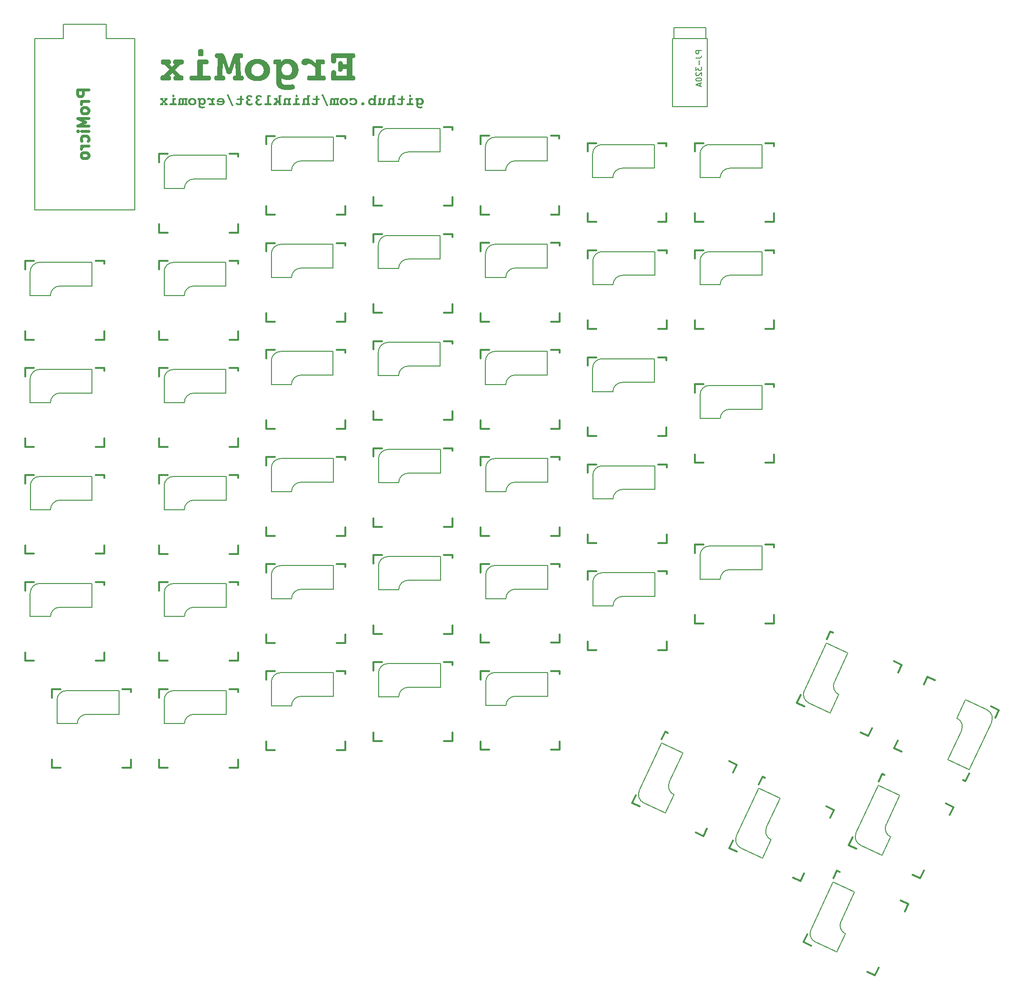
<source format=gbo>
G04 #@! TF.GenerationSoftware,KiCad,Pcbnew,7.0.0*
G04 #@! TF.CreationDate,2023-03-24T12:17:37+00:00*
G04 #@! TF.ProjectId,ErgoMaxReversible,4572676f-4d61-4785-9265-766572736962,rev?*
G04 #@! TF.SameCoordinates,Original*
G04 #@! TF.FileFunction,Legend,Bot*
G04 #@! TF.FilePolarity,Positive*
%FSLAX46Y46*%
G04 Gerber Fmt 4.6, Leading zero omitted, Abs format (unit mm)*
G04 Created by KiCad (PCBNEW 7.0.0) date 2023-03-24 12:17:37*
%MOMM*%
%LPD*%
G01*
G04 APERTURE LIST*
%ADD10C,0.200000*%
%ADD11C,0.400000*%
%ADD12C,0.150000*%
%ADD13C,0.500000*%
%ADD14C,0.332000*%
G04 APERTURE END LIST*
D10*
G36*
X172584678Y-38714958D02*
G01*
X175944971Y-38714958D01*
X176005936Y-38716454D01*
X176090037Y-38724480D01*
X176165316Y-38739780D01*
X176231766Y-38762730D01*
X176289379Y-38793708D01*
X176338149Y-38833090D01*
X176378068Y-38881253D01*
X176409128Y-38938574D01*
X176431323Y-39005429D01*
X176444646Y-39082196D01*
X176449088Y-39169250D01*
X176444904Y-39248555D01*
X176432463Y-39320690D01*
X176411932Y-39385517D01*
X176383477Y-39442898D01*
X176347266Y-39492697D01*
X176303464Y-39534775D01*
X176252238Y-39568994D01*
X176193755Y-39595217D01*
X176128182Y-39613307D01*
X176055685Y-39623125D01*
X176003589Y-39625007D01*
X175944971Y-39625007D01*
X175944971Y-42695140D01*
X176005556Y-42695140D01*
X176012382Y-42695140D01*
X176087154Y-42699288D01*
X176155533Y-42711629D01*
X176217310Y-42732013D01*
X176272274Y-42760287D01*
X176320216Y-42796298D01*
X176360924Y-42839895D01*
X176394190Y-42890925D01*
X176419802Y-42949236D01*
X176437551Y-43014677D01*
X176447227Y-43087094D01*
X176449088Y-43139173D01*
X176447114Y-43199562D01*
X176436750Y-43280874D01*
X176417512Y-43351504D01*
X176389406Y-43411953D01*
X176352439Y-43462720D01*
X176306619Y-43504305D01*
X176251953Y-43537208D01*
X176188447Y-43561929D01*
X176116111Y-43578968D01*
X176034949Y-43588825D01*
X175975943Y-43591653D01*
X175944971Y-43592000D01*
X172584678Y-43592000D01*
X172523120Y-43591088D01*
X172441677Y-43585972D01*
X172372530Y-43575719D01*
X172314801Y-43559612D01*
X172254074Y-43527791D01*
X172210011Y-43482587D01*
X172180531Y-43422300D01*
X172163559Y-43345231D01*
X172157786Y-43275393D01*
X172156764Y-43222704D01*
X172156764Y-42246710D01*
X172157966Y-42186069D01*
X172164588Y-42102614D01*
X172177601Y-42028128D01*
X172197685Y-41962568D01*
X172225521Y-41905890D01*
X172261791Y-41858052D01*
X172307174Y-41819008D01*
X172362353Y-41788717D01*
X172428008Y-41767134D01*
X172504820Y-41754216D01*
X172593470Y-41749920D01*
X172652328Y-41751732D01*
X172731756Y-41761324D01*
X172800947Y-41779321D01*
X172860343Y-41805895D01*
X172910385Y-41841222D01*
X172951516Y-41885474D01*
X172984178Y-41938827D01*
X173008812Y-42001452D01*
X173025861Y-42073525D01*
X173035766Y-42155220D01*
X173038619Y-42215114D01*
X173038969Y-42246710D01*
X173038969Y-42718587D01*
X174945529Y-42718587D01*
X174945529Y-41528636D01*
X174223059Y-41528636D01*
X174223059Y-41589361D01*
X174223059Y-41603374D01*
X174219281Y-41679513D01*
X174207980Y-41748029D01*
X174189207Y-41808953D01*
X174163012Y-41862314D01*
X174116630Y-41921745D01*
X174057265Y-41967849D01*
X174004293Y-41993724D01*
X173944136Y-42012170D01*
X173876846Y-42023216D01*
X173802473Y-42026891D01*
X173720350Y-42022559D01*
X173648428Y-42009542D01*
X173586243Y-41987812D01*
X173533332Y-41957339D01*
X173489231Y-41918096D01*
X173453476Y-41870052D01*
X173425604Y-41813178D01*
X173405151Y-41747447D01*
X173391652Y-41672828D01*
X173384646Y-41589294D01*
X173383352Y-41528636D01*
X173383352Y-40681602D01*
X173384744Y-40615911D01*
X173388996Y-40554568D01*
X173400979Y-40470670D01*
X173420024Y-40396469D01*
X173446507Y-40331913D01*
X173480805Y-40276952D01*
X173523294Y-40231536D01*
X173574352Y-40195612D01*
X173634355Y-40169131D01*
X173703680Y-40152042D01*
X173782704Y-40144294D01*
X173811265Y-40143779D01*
X173885639Y-40147959D01*
X173952929Y-40160529D01*
X174013086Y-40181533D01*
X174066057Y-40211013D01*
X174111794Y-40249013D01*
X174150244Y-40295576D01*
X174181358Y-40350747D01*
X174205084Y-40414568D01*
X174221372Y-40487083D01*
X174230171Y-40568336D01*
X174231852Y-40627380D01*
X174231852Y-40681602D01*
X174945529Y-40681602D01*
X174945529Y-39581043D01*
X173038969Y-39581043D01*
X173038969Y-40029473D01*
X173037653Y-40095005D01*
X173033591Y-40156401D01*
X173021980Y-40240716D01*
X173003236Y-40315656D01*
X172976789Y-40381177D01*
X172942066Y-40437237D01*
X172898494Y-40483791D01*
X172845502Y-40520796D01*
X172782516Y-40548208D01*
X172708964Y-40565985D01*
X172624274Y-40574083D01*
X172593470Y-40574623D01*
X172534470Y-40572558D01*
X172455273Y-40561676D01*
X172386749Y-40541376D01*
X172328350Y-40511570D01*
X172279524Y-40472172D01*
X172239719Y-40423094D01*
X172208387Y-40364250D01*
X172184976Y-40295553D01*
X172168936Y-40216916D01*
X172159715Y-40128252D01*
X172157085Y-40063529D01*
X172156764Y-40029473D01*
X172156764Y-39093046D01*
X172159113Y-39016000D01*
X172166743Y-38949318D01*
X172186648Y-38875482D01*
X172219578Y-38817547D01*
X172267613Y-38774073D01*
X172332829Y-38743616D01*
X172394267Y-38728449D01*
X172467415Y-38719183D01*
X172553151Y-38715211D01*
X172584678Y-38714958D01*
G37*
G36*
X169346018Y-42693674D02*
G01*
X169346018Y-41339592D01*
X169302238Y-41294542D01*
X169259101Y-41250894D01*
X169216604Y-41208650D01*
X169133523Y-41128378D01*
X169052981Y-41053742D01*
X168974961Y-40984757D01*
X168899451Y-40921439D01*
X168826434Y-40863802D01*
X168755895Y-40811860D01*
X168687819Y-40765630D01*
X168622191Y-40725127D01*
X168558997Y-40690364D01*
X168498221Y-40661358D01*
X168439849Y-40638123D01*
X168383864Y-40620675D01*
X168304332Y-40605384D01*
X168254252Y-40602467D01*
X168190278Y-40609241D01*
X168125768Y-40627757D01*
X168060185Y-40655305D01*
X167992994Y-40689175D01*
X167923659Y-40726658D01*
X167851643Y-40765045D01*
X167776410Y-40801625D01*
X167697424Y-40833689D01*
X167614149Y-40858527D01*
X167555985Y-40869733D01*
X167495518Y-40875721D01*
X167464371Y-40876508D01*
X167402566Y-40873845D01*
X167343147Y-40865995D01*
X167258973Y-40844936D01*
X167181410Y-40813351D01*
X167111202Y-40771927D01*
X167049097Y-40721352D01*
X166995840Y-40662316D01*
X166952178Y-40595505D01*
X166918857Y-40521609D01*
X166896623Y-40441315D01*
X166886223Y-40355313D01*
X166885515Y-40325496D01*
X166889222Y-40252978D01*
X166900264Y-40183412D01*
X166918523Y-40117036D01*
X166943882Y-40054088D01*
X166976221Y-39994807D01*
X167015423Y-39939431D01*
X167061370Y-39888197D01*
X167113943Y-39841345D01*
X167173026Y-39799113D01*
X167238499Y-39761738D01*
X167310244Y-39729460D01*
X167388144Y-39702516D01*
X167472080Y-39681145D01*
X167561935Y-39665585D01*
X167657590Y-39656074D01*
X167758928Y-39652851D01*
X167819008Y-39653714D01*
X167878105Y-39656304D01*
X167993541Y-39666673D01*
X168105615Y-39683966D01*
X168214708Y-39708195D01*
X168321198Y-39739370D01*
X168425467Y-39777503D01*
X168527894Y-39822605D01*
X168628860Y-39874684D01*
X168728743Y-39933754D01*
X168778397Y-39965913D01*
X168827924Y-39999824D01*
X168877370Y-40035487D01*
X168926783Y-40072904D01*
X168976211Y-40112077D01*
X169025701Y-40153007D01*
X169075300Y-40195695D01*
X169125056Y-40240142D01*
X169175016Y-40286350D01*
X169225229Y-40334320D01*
X169275741Y-40384054D01*
X169326600Y-40435552D01*
X169377853Y-40488817D01*
X169429549Y-40543849D01*
X169429549Y-39938615D01*
X169470355Y-39889945D01*
X169524503Y-39863382D01*
X169587663Y-39846853D01*
X169651530Y-39840624D01*
X169665487Y-39840429D01*
X170538900Y-39840429D01*
X170601412Y-39841649D01*
X170687477Y-39848378D01*
X170764328Y-39861610D01*
X170832002Y-39882048D01*
X170890536Y-39910396D01*
X170939965Y-39947356D01*
X170980326Y-39993630D01*
X171011654Y-40049921D01*
X171033987Y-40116933D01*
X171047360Y-40195368D01*
X171051316Y-40254351D01*
X171051810Y-40285928D01*
X171049833Y-40347783D01*
X171039438Y-40430659D01*
X171020096Y-40502198D01*
X170991770Y-40563013D01*
X170954424Y-40613722D01*
X170908022Y-40654940D01*
X170852528Y-40687283D01*
X170787904Y-40711367D01*
X170714116Y-40727807D01*
X170631126Y-40737219D01*
X170570671Y-40739894D01*
X170538900Y-40740220D01*
X170363045Y-40740220D01*
X170363045Y-42693674D01*
X170673722Y-42693674D01*
X170736317Y-42694894D01*
X170794951Y-42698692D01*
X170875453Y-42709678D01*
X170946983Y-42727636D01*
X171009506Y-42753270D01*
X171062984Y-42787280D01*
X171107381Y-42830372D01*
X171142663Y-42883246D01*
X171168791Y-42946606D01*
X171185730Y-43021155D01*
X171193444Y-43107596D01*
X171193959Y-43139173D01*
X171191900Y-43201011D01*
X171181107Y-43283808D01*
X171161101Y-43355214D01*
X171131917Y-43415858D01*
X171093593Y-43466371D01*
X171046165Y-43507384D01*
X170989668Y-43539526D01*
X170924139Y-43563429D01*
X170849614Y-43579722D01*
X170766130Y-43589035D01*
X170705514Y-43591678D01*
X170673722Y-43592000D01*
X168380281Y-43592000D01*
X168317769Y-43590698D01*
X168231704Y-43583570D01*
X168154853Y-43569674D01*
X168087179Y-43548378D01*
X168028645Y-43519053D01*
X167979216Y-43481067D01*
X167938855Y-43433790D01*
X167907527Y-43376593D01*
X167885194Y-43308845D01*
X167871821Y-43229915D01*
X167867865Y-43170772D01*
X167867371Y-43139173D01*
X167869348Y-43077418D01*
X167879743Y-42995019D01*
X167899085Y-42924278D01*
X167927411Y-42864491D01*
X167964757Y-42814956D01*
X168011159Y-42774969D01*
X168066654Y-42743829D01*
X168131277Y-42720832D01*
X168205065Y-42705276D01*
X168288055Y-42696458D01*
X168348511Y-42693975D01*
X168380281Y-42693674D01*
X169346018Y-42693674D01*
G37*
G36*
X164508417Y-39748990D02*
G01*
X164611841Y-39755977D01*
X164713211Y-39767508D01*
X164812437Y-39783488D01*
X164909429Y-39803824D01*
X165004095Y-39828422D01*
X165096345Y-39857187D01*
X165186089Y-39890026D01*
X165273235Y-39926845D01*
X165357692Y-39967550D01*
X165439371Y-40012047D01*
X165518181Y-40060242D01*
X165594030Y-40112042D01*
X165666828Y-40167352D01*
X165736485Y-40226078D01*
X165802909Y-40288127D01*
X165866010Y-40353404D01*
X165925697Y-40421816D01*
X165981880Y-40493269D01*
X166034468Y-40567668D01*
X166083370Y-40644921D01*
X166128496Y-40724932D01*
X166169754Y-40807609D01*
X166207054Y-40892857D01*
X166240306Y-40980582D01*
X166269419Y-41070690D01*
X166294301Y-41163088D01*
X166314863Y-41257681D01*
X166331013Y-41354376D01*
X166342661Y-41453078D01*
X166349717Y-41553695D01*
X166352089Y-41656131D01*
X166349861Y-41756310D01*
X166343229Y-41854562D01*
X166332273Y-41950803D01*
X166317070Y-42044952D01*
X166297699Y-42136926D01*
X166274239Y-42226644D01*
X166246768Y-42314022D01*
X166215366Y-42398980D01*
X166180111Y-42481435D01*
X166141080Y-42561304D01*
X166098354Y-42638507D01*
X166052011Y-42712960D01*
X166002128Y-42784582D01*
X165948786Y-42853290D01*
X165892062Y-42919002D01*
X165832035Y-42981637D01*
X165768783Y-43041111D01*
X165702386Y-43097344D01*
X165632922Y-43150253D01*
X165560470Y-43199755D01*
X165485108Y-43245769D01*
X165406914Y-43288213D01*
X165325968Y-43327004D01*
X165242349Y-43362060D01*
X165156133Y-43393300D01*
X165067401Y-43420640D01*
X164976231Y-43444000D01*
X164882702Y-43463297D01*
X164786892Y-43478448D01*
X164688879Y-43489372D01*
X164588743Y-43495987D01*
X164486562Y-43498210D01*
X164408291Y-43496939D01*
X164331146Y-43493124D01*
X164255054Y-43486763D01*
X164179938Y-43477854D01*
X164105724Y-43466395D01*
X164032336Y-43452383D01*
X163959700Y-43435817D01*
X163887740Y-43416694D01*
X163816380Y-43395013D01*
X163745547Y-43370770D01*
X163675165Y-43343964D01*
X163605158Y-43314593D01*
X163535452Y-43282655D01*
X163465971Y-43248147D01*
X163396641Y-43211067D01*
X163327385Y-43171413D01*
X163325346Y-43232303D01*
X163320995Y-43295254D01*
X163318593Y-43356061D01*
X163319389Y-43427164D01*
X163321805Y-43495154D01*
X163325881Y-43560088D01*
X163331656Y-43622021D01*
X163339169Y-43681011D01*
X163359572Y-43790382D01*
X163387406Y-43888649D01*
X163422989Y-43976261D01*
X163466640Y-44053667D01*
X163518675Y-44121316D01*
X163579413Y-44179655D01*
X163649172Y-44229134D01*
X163728268Y-44270201D01*
X163817020Y-44303305D01*
X163915746Y-44328895D01*
X164024762Y-44347419D01*
X164083229Y-44354172D01*
X164144388Y-44359326D01*
X164208278Y-44362938D01*
X164274940Y-44365065D01*
X164344413Y-44365761D01*
X164427372Y-44364921D01*
X164506489Y-44362549D01*
X164581836Y-44358864D01*
X164653487Y-44354083D01*
X164721514Y-44348427D01*
X164785990Y-44342113D01*
X164846989Y-44335362D01*
X164932127Y-44324893D01*
X165009850Y-44314670D01*
X165080406Y-44305433D01*
X165144041Y-44297920D01*
X165218546Y-44291862D01*
X165251531Y-44291023D01*
X165330642Y-44295766D01*
X165402967Y-44309647D01*
X165468289Y-44332145D01*
X165526390Y-44362738D01*
X165577052Y-44400905D01*
X165620059Y-44446123D01*
X165655194Y-44497872D01*
X165682238Y-44555629D01*
X165700974Y-44618873D01*
X165711185Y-44687082D01*
X165713149Y-44735056D01*
X165708309Y-44803485D01*
X165693732Y-44867033D01*
X165669332Y-44925764D01*
X165635022Y-44979742D01*
X165590718Y-45029031D01*
X165536333Y-45073697D01*
X165471781Y-45113803D01*
X165396977Y-45149414D01*
X165311835Y-45180594D01*
X165216268Y-45207408D01*
X165110191Y-45229920D01*
X164993518Y-45248195D01*
X164931182Y-45255763D01*
X164866164Y-45262296D01*
X164798454Y-45267802D01*
X164728042Y-45272289D01*
X164654916Y-45275765D01*
X164579066Y-45278238D01*
X164500481Y-45279715D01*
X164419151Y-45280206D01*
X164286120Y-45278278D01*
X164157925Y-45273298D01*
X164034528Y-45265239D01*
X163915887Y-45254071D01*
X163801962Y-45239766D01*
X163692713Y-45222294D01*
X163588100Y-45201628D01*
X163488082Y-45177739D01*
X163392619Y-45150597D01*
X163301672Y-45120174D01*
X163215199Y-45086442D01*
X163133161Y-45049371D01*
X163055517Y-45008933D01*
X162982227Y-44965100D01*
X162913250Y-44917842D01*
X162848547Y-44867130D01*
X162788078Y-44812937D01*
X162731801Y-44755234D01*
X162679677Y-44693991D01*
X162631665Y-44629180D01*
X162587726Y-44560772D01*
X162547819Y-44488739D01*
X162511903Y-44413051D01*
X162479939Y-44333681D01*
X162451886Y-44250599D01*
X162427704Y-44163777D01*
X162407353Y-44073186D01*
X162390792Y-43978797D01*
X162377982Y-43880582D01*
X162368881Y-43778511D01*
X162363450Y-43672557D01*
X162361649Y-43562690D01*
X162361649Y-41648803D01*
X163352298Y-41648803D01*
X163356873Y-41758872D01*
X163370347Y-41864609D01*
X163392348Y-41965632D01*
X163422503Y-42061559D01*
X163460436Y-42152007D01*
X163505776Y-42236595D01*
X163558148Y-42314940D01*
X163617180Y-42386661D01*
X163682496Y-42451375D01*
X163753725Y-42508700D01*
X163830492Y-42558255D01*
X163912423Y-42599656D01*
X163999146Y-42632522D01*
X164090287Y-42656471D01*
X164185473Y-42671121D01*
X164284329Y-42676089D01*
X164383443Y-42671121D01*
X164478854Y-42656471D01*
X164570191Y-42632522D01*
X164657082Y-42599656D01*
X164739155Y-42558255D01*
X164816041Y-42508700D01*
X164887366Y-42451375D01*
X164952760Y-42386661D01*
X165011852Y-42314940D01*
X165064270Y-42236595D01*
X165109642Y-42152007D01*
X165147598Y-42061559D01*
X165177765Y-41965632D01*
X165199773Y-41864609D01*
X165213250Y-41758872D01*
X165217825Y-41648803D01*
X165213250Y-41537187D01*
X165199773Y-41430095D01*
X165177765Y-41327898D01*
X165147598Y-41230965D01*
X165109642Y-41139664D01*
X165064270Y-41054366D01*
X165011852Y-40975439D01*
X164952760Y-40903252D01*
X164887366Y-40838175D01*
X164816041Y-40780577D01*
X164739155Y-40730828D01*
X164657082Y-40689295D01*
X164570191Y-40656350D01*
X164478854Y-40632360D01*
X164383443Y-40617695D01*
X164284329Y-40612725D01*
X164185473Y-40617695D01*
X164090287Y-40632360D01*
X163999146Y-40656350D01*
X163912423Y-40689295D01*
X163830492Y-40730828D01*
X163753725Y-40780577D01*
X163682496Y-40838175D01*
X163617180Y-40903252D01*
X163558148Y-40975439D01*
X163505776Y-41054366D01*
X163460436Y-41139664D01*
X163422503Y-41230965D01*
X163392348Y-41327898D01*
X163370347Y-41430095D01*
X163356873Y-41537187D01*
X163352298Y-41648803D01*
X162361649Y-41648803D01*
X162361649Y-40740220D01*
X162301029Y-40740220D01*
X162294238Y-40740220D01*
X162215187Y-40736029D01*
X162143745Y-40723537D01*
X162079949Y-40702868D01*
X162023836Y-40674146D01*
X161975440Y-40637492D01*
X161934799Y-40593031D01*
X161901949Y-40540885D01*
X161876926Y-40481178D01*
X161859767Y-40414032D01*
X161850506Y-40339572D01*
X161848739Y-40285928D01*
X161850716Y-40224173D01*
X161861110Y-40141774D01*
X161880453Y-40071033D01*
X161908778Y-40011246D01*
X161946124Y-39961711D01*
X161992527Y-39921724D01*
X162048021Y-39890584D01*
X162112645Y-39867587D01*
X162186433Y-39852031D01*
X162269422Y-39843213D01*
X162329878Y-39840730D01*
X162361649Y-39840429D01*
X163032828Y-39840429D01*
X163101614Y-39844785D01*
X163168242Y-39861252D01*
X163224396Y-39895375D01*
X163257751Y-39944856D01*
X163268767Y-40008957D01*
X163268767Y-40218517D01*
X163321788Y-40160571D01*
X163377011Y-40106519D01*
X163434475Y-40056339D01*
X163494218Y-40010010D01*
X163556281Y-39967511D01*
X163620700Y-39928820D01*
X163687515Y-39893916D01*
X163756764Y-39862778D01*
X163828487Y-39835383D01*
X163902720Y-39811710D01*
X163979504Y-39791738D01*
X164058877Y-39775446D01*
X164140878Y-39762811D01*
X164225545Y-39753813D01*
X164312916Y-39748430D01*
X164403031Y-39746640D01*
X164508417Y-39748990D01*
G37*
G36*
X159181794Y-39749133D02*
G01*
X159305128Y-39756539D01*
X159425507Y-39768748D01*
X159542857Y-39785649D01*
X159657103Y-39807132D01*
X159768173Y-39833087D01*
X159875993Y-39863404D01*
X159980487Y-39897971D01*
X160081584Y-39936680D01*
X160179209Y-39979419D01*
X160273288Y-40026079D01*
X160363747Y-40076548D01*
X160450514Y-40130718D01*
X160533513Y-40188476D01*
X160612671Y-40249715D01*
X160687914Y-40314322D01*
X160759169Y-40382187D01*
X160826361Y-40453201D01*
X160889418Y-40527253D01*
X160948264Y-40604233D01*
X161002827Y-40684030D01*
X161053033Y-40766535D01*
X161098807Y-40851636D01*
X161140076Y-40939225D01*
X161176766Y-41029189D01*
X161208804Y-41121420D01*
X161236115Y-41215806D01*
X161258627Y-41312238D01*
X161276264Y-41410605D01*
X161288953Y-41510797D01*
X161296620Y-41612703D01*
X161299193Y-41716214D01*
X161296620Y-41819854D01*
X161288953Y-41921874D01*
X161276264Y-42022163D01*
X161258627Y-42120612D01*
X161236115Y-42217112D01*
X161208804Y-42311554D01*
X161176766Y-42403827D01*
X161140076Y-42493823D01*
X161098807Y-42581431D01*
X161053033Y-42666543D01*
X161002827Y-42749049D01*
X160948264Y-42828840D01*
X160889418Y-42905805D01*
X160826361Y-42979836D01*
X160759169Y-43050823D01*
X160687914Y-43118657D01*
X160612671Y-43183227D01*
X160533513Y-43244426D01*
X160450514Y-43302142D01*
X160363747Y-43356267D01*
X160273288Y-43406691D01*
X160179209Y-43453305D01*
X160081584Y-43495999D01*
X159980487Y-43534663D01*
X159875993Y-43569189D01*
X159768173Y-43599467D01*
X159657103Y-43625387D01*
X159542857Y-43646840D01*
X159425507Y-43663716D01*
X159305128Y-43675906D01*
X159181794Y-43683300D01*
X159055578Y-43685789D01*
X158929387Y-43683300D01*
X158806126Y-43675906D01*
X158685866Y-43663716D01*
X158568677Y-43646840D01*
X158454629Y-43625387D01*
X158343794Y-43599467D01*
X158236242Y-43569189D01*
X158132042Y-43534663D01*
X158031267Y-43495999D01*
X157933986Y-43453305D01*
X157840271Y-43406691D01*
X157750191Y-43356267D01*
X157663817Y-43302142D01*
X157581220Y-43244426D01*
X157502470Y-43183227D01*
X157427638Y-43118657D01*
X157356795Y-43050823D01*
X157290011Y-42979836D01*
X157227356Y-42905805D01*
X157168902Y-42828840D01*
X157114719Y-42749049D01*
X157064877Y-42666543D01*
X157019446Y-42581431D01*
X156978499Y-42493823D01*
X156942104Y-42403827D01*
X156910333Y-42311554D01*
X156883256Y-42217112D01*
X156860944Y-42120612D01*
X156843468Y-42022163D01*
X156830897Y-41921874D01*
X156823303Y-41819854D01*
X156820756Y-41716214D01*
X156820936Y-41708887D01*
X157963812Y-41708887D01*
X157965110Y-41767906D01*
X157975357Y-41882953D01*
X157995508Y-41993620D01*
X158025204Y-42099437D01*
X158064087Y-42199932D01*
X158111798Y-42294638D01*
X158167978Y-42383082D01*
X158232270Y-42464796D01*
X158304314Y-42539309D01*
X158383753Y-42606150D01*
X158470227Y-42664850D01*
X158563378Y-42714939D01*
X158662848Y-42755947D01*
X158768279Y-42787403D01*
X158879311Y-42808837D01*
X158995586Y-42819779D01*
X159055578Y-42821169D01*
X159114950Y-42819800D01*
X159230370Y-42809012D01*
X159341009Y-42787856D01*
X159446451Y-42756769D01*
X159546279Y-42716189D01*
X159640078Y-42666555D01*
X159727429Y-42608304D01*
X159807919Y-42541874D01*
X159881128Y-42467704D01*
X159946642Y-42386230D01*
X160004044Y-42297892D01*
X160052917Y-42203126D01*
X160092845Y-42102371D01*
X160123411Y-41996065D01*
X160144199Y-41884646D01*
X160154793Y-41768551D01*
X160156136Y-41708887D01*
X160154813Y-41649914D01*
X160144374Y-41535219D01*
X160123864Y-41425212D01*
X160093666Y-41320314D01*
X160054167Y-41220950D01*
X160005748Y-41127541D01*
X159948796Y-41040512D01*
X159883694Y-40960284D01*
X159810827Y-40887280D01*
X159730578Y-40821925D01*
X159643332Y-40764639D01*
X159549473Y-40715847D01*
X159449386Y-40675971D01*
X159343454Y-40645434D01*
X159232062Y-40624659D01*
X159115595Y-40614069D01*
X159055578Y-40612725D01*
X158994813Y-40614069D01*
X158935366Y-40618064D01*
X158820592Y-40633800D01*
X158711576Y-40659509D01*
X158608636Y-40694768D01*
X158512094Y-40739155D01*
X158422269Y-40792247D01*
X158339480Y-40853620D01*
X158264048Y-40922853D01*
X158196292Y-40999521D01*
X158136533Y-41083203D01*
X158085090Y-41173475D01*
X158042283Y-41269914D01*
X158008432Y-41372098D01*
X157983857Y-41479603D01*
X157968877Y-41592007D01*
X157963812Y-41708887D01*
X156820936Y-41708887D01*
X156823303Y-41612703D01*
X156830897Y-41510797D01*
X156843468Y-41410605D01*
X156860944Y-41312238D01*
X156883256Y-41215806D01*
X156910333Y-41121420D01*
X156942104Y-41029189D01*
X156978499Y-40939225D01*
X157019446Y-40851636D01*
X157064877Y-40766535D01*
X157114719Y-40684030D01*
X157168902Y-40604233D01*
X157227356Y-40527253D01*
X157290011Y-40453201D01*
X157356795Y-40382187D01*
X157427638Y-40314322D01*
X157502470Y-40249715D01*
X157581220Y-40188476D01*
X157663817Y-40130718D01*
X157750191Y-40076548D01*
X157840271Y-40026079D01*
X157933986Y-39979419D01*
X158031267Y-39936680D01*
X158132042Y-39897971D01*
X158236242Y-39863404D01*
X158343794Y-39833087D01*
X158454629Y-39807132D01*
X158568677Y-39785649D01*
X158685866Y-39768748D01*
X158806126Y-39756539D01*
X158929387Y-39749133D01*
X159055578Y-39746640D01*
X159181794Y-39749133D01*
G37*
G36*
X153212801Y-39153130D02*
G01*
X153993889Y-41487603D01*
X154801356Y-39153130D01*
X154822309Y-39096770D01*
X154856231Y-39020215D01*
X154893474Y-38952981D01*
X154934407Y-38894768D01*
X154979399Y-38845281D01*
X155028821Y-38804223D01*
X155083042Y-38771295D01*
X155142430Y-38746202D01*
X155207356Y-38728647D01*
X155278189Y-38718331D01*
X155355299Y-38714958D01*
X155994238Y-38714958D01*
X156058041Y-38716373D01*
X156117571Y-38720714D01*
X156198904Y-38733026D01*
X156270747Y-38752731D01*
X156333170Y-38780313D01*
X156386248Y-38816258D01*
X156430052Y-38861052D01*
X156464655Y-38915180D01*
X156490129Y-38979127D01*
X156506547Y-39053379D01*
X156513981Y-39138421D01*
X156514475Y-39169250D01*
X156510284Y-39248519D01*
X156497793Y-39320555D01*
X156477124Y-39385234D01*
X156448401Y-39442435D01*
X156411747Y-39492033D01*
X156367286Y-39533905D01*
X156315140Y-39567929D01*
X156255433Y-39593981D01*
X156188288Y-39611937D01*
X156113827Y-39621676D01*
X156060184Y-39623542D01*
X156001027Y-39623542D01*
X155994238Y-39623542D01*
X156111475Y-42693674D01*
X156170134Y-42693674D01*
X156178886Y-42693674D01*
X156257599Y-42697648D01*
X156328835Y-42709546D01*
X156392536Y-42729331D01*
X156448644Y-42756967D01*
X156497102Y-42792418D01*
X156537851Y-42835647D01*
X156570834Y-42886619D01*
X156595991Y-42945298D01*
X156613267Y-43011646D01*
X156622602Y-43085629D01*
X156624385Y-43139173D01*
X156622408Y-43201011D01*
X156612013Y-43283808D01*
X156592671Y-43355214D01*
X156564345Y-43415858D01*
X156526999Y-43466371D01*
X156480597Y-43507384D01*
X156425103Y-43539526D01*
X156360479Y-43563429D01*
X156286691Y-43579722D01*
X156203701Y-43589035D01*
X156143246Y-43591678D01*
X156111475Y-43592000D01*
X155186771Y-43592000D01*
X155124275Y-43590698D01*
X155038290Y-43583570D01*
X154961572Y-43569674D01*
X154894069Y-43548378D01*
X154835731Y-43519053D01*
X154786507Y-43481067D01*
X154746347Y-43433790D01*
X154715200Y-43376593D01*
X154693014Y-43308845D01*
X154679740Y-43229915D01*
X154675816Y-43170772D01*
X154675327Y-43139173D01*
X154679299Y-43060122D01*
X154691188Y-42988680D01*
X154710950Y-42924884D01*
X154738542Y-42868771D01*
X154773919Y-42820375D01*
X154817039Y-42779734D01*
X154867858Y-42746884D01*
X154926332Y-42721861D01*
X154992419Y-42704702D01*
X155066074Y-42695441D01*
X155119360Y-42693674D01*
X155179771Y-42693674D01*
X155186771Y-42693674D01*
X155128153Y-40180415D01*
X154531712Y-42053270D01*
X154503935Y-42129058D01*
X154472400Y-42195899D01*
X154436904Y-42254119D01*
X154397245Y-42304043D01*
X154353219Y-42345998D01*
X154304625Y-42380309D01*
X154251258Y-42407302D01*
X154192917Y-42427305D01*
X154129397Y-42440641D01*
X154060497Y-42447639D01*
X154011475Y-42448943D01*
X153938500Y-42445991D01*
X153871112Y-42436916D01*
X153809099Y-42421394D01*
X153752252Y-42399097D01*
X153700360Y-42369701D01*
X153653214Y-42332878D01*
X153610604Y-42288303D01*
X153572318Y-42235650D01*
X153538148Y-42174593D01*
X153507883Y-42104806D01*
X153489772Y-42053270D01*
X152886004Y-40180415D01*
X152827385Y-42693674D01*
X152886891Y-42693674D01*
X152893331Y-42693674D01*
X152972382Y-42697648D01*
X153043824Y-42709546D01*
X153107620Y-42729331D01*
X153163734Y-42756967D01*
X153212129Y-42792418D01*
X153252770Y-42835647D01*
X153285620Y-42886619D01*
X153310643Y-42945298D01*
X153327803Y-43011646D01*
X153337063Y-43085629D01*
X153338830Y-43139173D01*
X153336870Y-43201011D01*
X153326555Y-43283808D01*
X153307345Y-43355214D01*
X153279191Y-43415858D01*
X153242041Y-43466371D01*
X153195844Y-43507384D01*
X153140550Y-43539526D01*
X153076107Y-43563429D01*
X153002466Y-43579722D01*
X152919576Y-43589035D01*
X152859152Y-43591678D01*
X152827385Y-43592000D01*
X151902682Y-43592000D01*
X151840169Y-43590698D01*
X151754105Y-43583570D01*
X151677253Y-43569674D01*
X151609579Y-43548378D01*
X151551046Y-43519053D01*
X151501617Y-43481067D01*
X151461256Y-43433790D01*
X151429927Y-43376593D01*
X151407595Y-43308845D01*
X151394222Y-43229915D01*
X151390266Y-43170772D01*
X151389772Y-43139173D01*
X151393746Y-43060122D01*
X151405643Y-42988680D01*
X151425428Y-42924884D01*
X151453064Y-42868771D01*
X151488515Y-42820375D01*
X151531745Y-42779734D01*
X151582717Y-42746884D01*
X151641396Y-42721861D01*
X151707744Y-42704702D01*
X151781726Y-42695441D01*
X151835271Y-42693674D01*
X151895681Y-42693674D01*
X151902682Y-42693674D01*
X152019919Y-39623542D01*
X151959672Y-39623542D01*
X151952507Y-39623542D01*
X151873613Y-39619350D01*
X151801882Y-39606859D01*
X151737445Y-39586190D01*
X151680430Y-39557467D01*
X151630971Y-39520814D01*
X151589195Y-39476352D01*
X151555235Y-39424207D01*
X151529219Y-39364499D01*
X151511280Y-39297354D01*
X151501547Y-39222893D01*
X151499681Y-39169250D01*
X151501644Y-39108845D01*
X151511990Y-39027453D01*
X151531303Y-38956690D01*
X151559677Y-38896070D01*
X151597207Y-38845107D01*
X151643986Y-38803317D01*
X151700108Y-38770214D01*
X151765669Y-38745311D01*
X151840761Y-38728125D01*
X151925480Y-38718169D01*
X151987353Y-38715309D01*
X152019919Y-38714958D01*
X152658858Y-38714958D01*
X152735968Y-38718331D01*
X152806801Y-38728647D01*
X152871727Y-38746202D01*
X152931115Y-38771295D01*
X152985335Y-38804223D01*
X153034757Y-38845281D01*
X153079750Y-38894768D01*
X153120683Y-38952981D01*
X153157926Y-39020215D01*
X153191848Y-39096770D01*
X153212801Y-39153130D01*
G37*
G36*
X149478816Y-38782369D02*
G01*
X149477679Y-38857243D01*
X149474045Y-38924407D01*
X149467581Y-38984260D01*
X149451854Y-39061199D01*
X149427888Y-39123921D01*
X149394563Y-39173766D01*
X149333627Y-39222513D01*
X149274092Y-39247524D01*
X149201454Y-39264127D01*
X149114590Y-39273661D01*
X149048222Y-39276752D01*
X148974699Y-39277694D01*
X148892965Y-39276528D01*
X148820502Y-39272694D01*
X148756760Y-39265686D01*
X148676288Y-39248123D01*
X148612333Y-39220584D01*
X148563032Y-39181366D01*
X148526523Y-39128766D01*
X148500945Y-39061082D01*
X148484435Y-38976611D01*
X148477546Y-38910131D01*
X148473309Y-38834928D01*
X148471171Y-38750500D01*
X148470581Y-38656340D01*
X148471170Y-38564601D01*
X148473295Y-38480975D01*
X148477498Y-38405158D01*
X148484320Y-38336848D01*
X148494302Y-38275742D01*
X148516383Y-38196929D01*
X148548617Y-38132622D01*
X148592829Y-38081801D01*
X148650846Y-38043444D01*
X148724492Y-38016530D01*
X148783174Y-38004439D01*
X148850155Y-37996677D01*
X148925977Y-37992941D01*
X148967371Y-37992488D01*
X149045082Y-37994162D01*
X149114730Y-37999561D01*
X149176736Y-38009248D01*
X149256336Y-38033056D01*
X149321108Y-38069691D01*
X149372471Y-38121056D01*
X149411847Y-38189059D01*
X149432139Y-38244578D01*
X149448154Y-38308903D01*
X149460315Y-38382597D01*
X149469040Y-38466227D01*
X149474752Y-38560355D01*
X149477870Y-38665548D01*
X149478816Y-38782369D01*
G37*
G36*
X148614196Y-39840429D02*
G01*
X149848111Y-39840429D01*
X149910624Y-39841649D01*
X149996688Y-39848378D01*
X150073540Y-39861610D01*
X150141214Y-39882048D01*
X150199747Y-39910396D01*
X150249176Y-39947356D01*
X150289537Y-39993630D01*
X150320866Y-40049921D01*
X150343198Y-40116933D01*
X150356571Y-40195368D01*
X150360527Y-40254351D01*
X150361021Y-40285928D01*
X150359044Y-40347783D01*
X150348650Y-40430659D01*
X150329308Y-40502198D01*
X150300982Y-40563013D01*
X150263636Y-40613722D01*
X150217234Y-40654940D01*
X150161739Y-40687283D01*
X150097116Y-40711367D01*
X150023327Y-40727807D01*
X149940338Y-40737219D01*
X149879882Y-40739894D01*
X149848111Y-40740220D01*
X149386492Y-40740220D01*
X149386492Y-42693674D01*
X150268697Y-42693674D01*
X150331292Y-42694894D01*
X150389927Y-42698692D01*
X150470429Y-42709678D01*
X150541959Y-42727636D01*
X150604481Y-42753270D01*
X150657959Y-42787280D01*
X150702357Y-42830372D01*
X150737638Y-42883246D01*
X150763766Y-42946606D01*
X150780706Y-43021155D01*
X150788420Y-43107596D01*
X150788935Y-43139173D01*
X150786876Y-43201011D01*
X150776083Y-43283808D01*
X150756076Y-43355214D01*
X150726893Y-43415858D01*
X150688569Y-43466371D01*
X150641140Y-43507384D01*
X150584644Y-43539526D01*
X150519115Y-43563429D01*
X150444590Y-43579722D01*
X150361105Y-43589035D01*
X150300489Y-43591678D01*
X150268697Y-43592000D01*
X147496052Y-43592000D01*
X147433458Y-43590698D01*
X147374823Y-43586667D01*
X147294321Y-43575097D01*
X147222791Y-43556338D01*
X147160269Y-43529759D01*
X147106790Y-43494730D01*
X147062393Y-43450620D01*
X147027112Y-43396800D01*
X147000983Y-43332639D01*
X146984044Y-43257506D01*
X146976330Y-43170772D01*
X146975815Y-43139173D01*
X146977874Y-43077418D01*
X146988667Y-42995019D01*
X147008674Y-42924278D01*
X147037857Y-42864491D01*
X147076181Y-42814956D01*
X147123609Y-42774969D01*
X147180106Y-42743829D01*
X147245635Y-42720832D01*
X147320160Y-42705276D01*
X147403645Y-42696458D01*
X147464261Y-42693975D01*
X147496052Y-42693674D01*
X148378258Y-42693674D01*
X148378258Y-40017750D01*
X148390260Y-39951983D01*
X148425469Y-39899983D01*
X148482688Y-39863314D01*
X148548345Y-39845272D01*
X148614196Y-39840429D01*
G37*
G36*
X142343505Y-42684882D02*
G01*
X143367860Y-41654665D01*
X142510567Y-40740220D01*
X142447790Y-40746866D01*
X142389186Y-40748875D01*
X142350833Y-40749013D01*
X142265230Y-40745207D01*
X142188113Y-40733711D01*
X142119469Y-40714411D01*
X142059281Y-40687189D01*
X142007537Y-40651930D01*
X141964220Y-40608518D01*
X141929318Y-40556837D01*
X141902815Y-40496771D01*
X141884697Y-40428204D01*
X141874949Y-40351021D01*
X141873094Y-40294721D01*
X141874957Y-40234316D01*
X141884825Y-40152924D01*
X141903342Y-40082161D01*
X141930687Y-40021541D01*
X141967043Y-39970578D01*
X142012590Y-39928788D01*
X142067510Y-39895685D01*
X142131984Y-39870782D01*
X142206192Y-39853596D01*
X142290317Y-39843640D01*
X142351998Y-39840780D01*
X142384538Y-39840429D01*
X143257951Y-39840429D01*
X143332445Y-39844228D01*
X143399347Y-39855673D01*
X143458714Y-39874836D01*
X143526250Y-39912518D01*
X143580631Y-39964222D01*
X143621994Y-40030120D01*
X143644557Y-40088962D01*
X143659932Y-40155956D01*
X143668178Y-40231176D01*
X143669744Y-40285928D01*
X143667534Y-40353497D01*
X143660876Y-40414419D01*
X143645004Y-40485311D01*
X143621043Y-40544387D01*
X143579560Y-40601617D01*
X143525076Y-40640386D01*
X143457390Y-40660693D01*
X143410358Y-40664016D01*
X143880770Y-41168133D01*
X144317476Y-40664016D01*
X144255357Y-40658109D01*
X144189890Y-40634109D01*
X144137740Y-40591648D01*
X144098670Y-40530725D01*
X144076675Y-40468695D01*
X144062782Y-40394850D01*
X144057606Y-40331712D01*
X144056625Y-40285928D01*
X144060186Y-40205184D01*
X144070893Y-40132714D01*
X144088782Y-40068446D01*
X144113889Y-40012306D01*
X144158657Y-39949972D01*
X144216408Y-39901790D01*
X144287228Y-39867586D01*
X144348971Y-39851004D01*
X144418150Y-39842116D01*
X144468418Y-39840429D01*
X145459067Y-39840429D01*
X145523128Y-39841844D01*
X145582884Y-39846185D01*
X145664500Y-39858497D01*
X145736565Y-39878202D01*
X145799158Y-39905784D01*
X145852359Y-39941729D01*
X145896248Y-39986523D01*
X145930905Y-40040651D01*
X145956408Y-40104598D01*
X145972839Y-40178850D01*
X145980276Y-40263892D01*
X145980770Y-40294721D01*
X145976740Y-40375682D01*
X145964609Y-40448746D01*
X145944309Y-40513899D01*
X145915777Y-40571126D01*
X145878947Y-40620412D01*
X145833754Y-40661743D01*
X145780133Y-40695105D01*
X145718018Y-40720482D01*
X145647344Y-40737861D01*
X145568047Y-40747227D01*
X145510358Y-40749013D01*
X145449840Y-40748107D01*
X145389362Y-40742468D01*
X145375536Y-40740220D01*
X144434713Y-41720611D01*
X145400449Y-42684882D01*
X145460417Y-42679556D01*
X145492773Y-42677554D01*
X145571607Y-42681752D01*
X145642454Y-42694285D01*
X145705366Y-42715069D01*
X145760393Y-42744015D01*
X145807586Y-42781037D01*
X145846995Y-42826048D01*
X145878671Y-42878960D01*
X145902666Y-42939688D01*
X145919028Y-43008143D01*
X145927811Y-43084240D01*
X145929479Y-43139173D01*
X145927599Y-43199562D01*
X145917657Y-43280874D01*
X145899025Y-43351504D01*
X145871545Y-43411953D01*
X145835056Y-43462720D01*
X145789401Y-43504305D01*
X145734419Y-43537208D01*
X145669950Y-43561929D01*
X145595836Y-43578968D01*
X145511917Y-43588825D01*
X145450446Y-43591653D01*
X145418034Y-43592000D01*
X144543156Y-43592000D01*
X144469037Y-43588237D01*
X144402439Y-43576891D01*
X144343314Y-43557876D01*
X144276016Y-43520440D01*
X144221791Y-43469008D01*
X144180519Y-43403374D01*
X144157993Y-43344704D01*
X144142635Y-43277842D01*
X144134394Y-43202702D01*
X144132828Y-43147966D01*
X144135038Y-43080398D01*
X144141696Y-43019475D01*
X144157569Y-42948584D01*
X144181530Y-42889507D01*
X144223013Y-42832277D01*
X144277497Y-42793509D01*
X144345182Y-42773201D01*
X144392214Y-42769878D01*
X144425920Y-42769878D01*
X143921803Y-42199815D01*
X143401565Y-42769878D01*
X143435271Y-42769878D01*
X143499808Y-42775786D01*
X143567463Y-42799785D01*
X143621030Y-42842246D01*
X143660913Y-42903169D01*
X143683236Y-42965199D01*
X143697264Y-43039044D01*
X143702466Y-43102182D01*
X143703450Y-43147966D01*
X143699889Y-43228674D01*
X143689182Y-43301045D01*
X143671293Y-43365166D01*
X143646185Y-43421125D01*
X143601417Y-43483189D01*
X143543666Y-43531103D01*
X143472846Y-43565072D01*
X143411103Y-43581521D01*
X143341924Y-43590329D01*
X143291656Y-43592000D01*
X142301007Y-43592000D01*
X142236947Y-43590601D01*
X142177190Y-43586307D01*
X142095574Y-43574111D01*
X142023509Y-43554567D01*
X141960916Y-43527174D01*
X141907715Y-43491433D01*
X141863826Y-43446842D01*
X141829170Y-43392904D01*
X141803666Y-43329117D01*
X141787236Y-43254982D01*
X141779799Y-43169998D01*
X141779304Y-43139173D01*
X141783509Y-43058031D01*
X141796093Y-42984472D01*
X141817015Y-42918582D01*
X141846229Y-42860450D01*
X141883693Y-42810162D01*
X141929363Y-42767804D01*
X141983196Y-42733465D01*
X142045147Y-42707230D01*
X142115175Y-42689187D01*
X142193235Y-42679422D01*
X142249716Y-42677554D01*
X142309044Y-42682879D01*
X142343505Y-42684882D01*
G37*
D11*
G36*
X188023901Y-46692996D02*
G01*
X188058376Y-46695325D01*
X188092166Y-46699169D01*
X188125241Y-46704496D01*
X188157572Y-46711274D01*
X188189127Y-46719474D01*
X188219877Y-46729062D01*
X188249792Y-46740008D01*
X188278840Y-46752281D01*
X188306993Y-46765850D01*
X188334219Y-46780682D01*
X188360489Y-46796747D01*
X188385772Y-46814014D01*
X188410038Y-46832450D01*
X188433257Y-46852026D01*
X188455398Y-46872709D01*
X188476432Y-46894468D01*
X188496328Y-46917272D01*
X188515055Y-46941089D01*
X188532585Y-46965889D01*
X188548885Y-46991640D01*
X188563927Y-47018310D01*
X188577680Y-47045869D01*
X188590113Y-47074285D01*
X188601197Y-47103527D01*
X188610902Y-47133563D01*
X188619196Y-47164362D01*
X188626050Y-47195893D01*
X188631433Y-47228125D01*
X188635316Y-47261026D01*
X188637668Y-47294565D01*
X188638458Y-47328710D01*
X188637716Y-47362103D01*
X188635505Y-47394854D01*
X188631853Y-47426934D01*
X188626785Y-47458317D01*
X188620328Y-47488975D01*
X188612508Y-47518881D01*
X188603352Y-47548007D01*
X188592884Y-47576326D01*
X188581132Y-47603811D01*
X188568122Y-47630434D01*
X188553880Y-47656169D01*
X188538432Y-47680986D01*
X188521805Y-47704860D01*
X188504024Y-47727763D01*
X188485116Y-47749667D01*
X188465107Y-47770545D01*
X188444023Y-47790370D01*
X188421891Y-47809114D01*
X188398736Y-47826751D01*
X188374585Y-47843251D01*
X188349465Y-47858589D01*
X188323400Y-47872737D01*
X188296418Y-47885668D01*
X188268545Y-47897353D01*
X188239806Y-47907766D01*
X188210229Y-47916880D01*
X188179839Y-47924666D01*
X188148663Y-47931099D01*
X188116726Y-47936149D01*
X188084055Y-47939790D01*
X188050676Y-47941995D01*
X188016616Y-47942736D01*
X187990526Y-47942313D01*
X187964811Y-47941041D01*
X187939447Y-47938921D01*
X187914408Y-47935951D01*
X187889670Y-47932131D01*
X187865207Y-47927461D01*
X187840995Y-47921939D01*
X187817009Y-47915564D01*
X187793222Y-47908337D01*
X187769611Y-47900256D01*
X187746150Y-47891321D01*
X187722815Y-47881531D01*
X187699579Y-47870885D01*
X187676419Y-47859382D01*
X187653309Y-47847022D01*
X187630224Y-47833804D01*
X187629544Y-47854101D01*
X187628094Y-47875084D01*
X187627293Y-47895353D01*
X187627558Y-47919054D01*
X187628364Y-47941718D01*
X187629722Y-47963362D01*
X187631647Y-47984007D01*
X187634152Y-48003670D01*
X187640953Y-48040127D01*
X187650231Y-48072883D01*
X187662092Y-48102087D01*
X187676642Y-48127889D01*
X187693987Y-48150438D01*
X187714233Y-48169885D01*
X187737486Y-48186378D01*
X187763851Y-48200067D01*
X187793435Y-48211101D01*
X187826344Y-48219631D01*
X187862683Y-48225806D01*
X187882172Y-48228057D01*
X187902558Y-48229775D01*
X187923855Y-48230979D01*
X187946075Y-48231688D01*
X187969233Y-48231920D01*
X187996886Y-48231640D01*
X188023258Y-48230849D01*
X188048374Y-48229621D01*
X188072258Y-48228027D01*
X188094933Y-48226142D01*
X188116425Y-48224037D01*
X188136758Y-48221787D01*
X188165138Y-48218297D01*
X188191045Y-48214890D01*
X188214564Y-48211811D01*
X188235776Y-48209306D01*
X188260611Y-48207287D01*
X188271606Y-48207007D01*
X188297976Y-48208588D01*
X188322084Y-48213215D01*
X188343858Y-48220715D01*
X188363225Y-48230912D01*
X188380113Y-48243635D01*
X188394448Y-48258707D01*
X188406160Y-48275957D01*
X188415175Y-48295209D01*
X188421420Y-48316291D01*
X188424824Y-48339027D01*
X188425479Y-48355018D01*
X188423865Y-48377828D01*
X188419006Y-48399011D01*
X188410873Y-48418588D01*
X188399436Y-48436580D01*
X188384668Y-48453010D01*
X188366540Y-48467899D01*
X188345022Y-48481267D01*
X188320088Y-48493138D01*
X188291707Y-48503531D01*
X188259851Y-48512469D01*
X188224492Y-48519973D01*
X188185602Y-48526065D01*
X188164823Y-48528587D01*
X188143150Y-48530765D01*
X188120580Y-48532600D01*
X188097109Y-48534096D01*
X188072734Y-48535255D01*
X188047451Y-48536079D01*
X188021256Y-48536571D01*
X187994146Y-48536735D01*
X187949802Y-48536092D01*
X187907070Y-48534432D01*
X187865938Y-48531746D01*
X187826391Y-48528023D01*
X187788416Y-48523255D01*
X187752000Y-48517431D01*
X187717129Y-48510542D01*
X187683789Y-48502579D01*
X187651968Y-48493532D01*
X187621653Y-48483391D01*
X187592828Y-48472147D01*
X187565482Y-48459790D01*
X187539601Y-48446311D01*
X187515171Y-48431700D01*
X187492179Y-48415947D01*
X187470611Y-48399043D01*
X187450455Y-48380979D01*
X187431696Y-48361744D01*
X187414321Y-48341330D01*
X187398317Y-48319726D01*
X187383671Y-48296924D01*
X187370368Y-48272913D01*
X187358396Y-48247683D01*
X187347742Y-48221227D01*
X187338391Y-48193533D01*
X187330330Y-48164592D01*
X187323546Y-48134395D01*
X187318026Y-48102932D01*
X187313756Y-48070194D01*
X187310722Y-48036170D01*
X187308912Y-48000852D01*
X187308312Y-47964230D01*
X187308312Y-47326267D01*
X187638528Y-47326267D01*
X187640053Y-47362957D01*
X187644544Y-47398203D01*
X187651878Y-47431877D01*
X187661930Y-47463853D01*
X187674574Y-47494002D01*
X187689687Y-47522198D01*
X187707145Y-47548313D01*
X187726822Y-47572220D01*
X187748594Y-47593791D01*
X187772337Y-47612900D01*
X187797926Y-47629418D01*
X187825236Y-47643218D01*
X187854144Y-47654174D01*
X187884524Y-47662157D01*
X187916253Y-47667040D01*
X187949205Y-47668696D01*
X187982243Y-47667040D01*
X188014047Y-47662157D01*
X188044492Y-47654174D01*
X188073456Y-47643218D01*
X188100814Y-47629418D01*
X188126442Y-47612900D01*
X188150217Y-47593791D01*
X188172015Y-47572220D01*
X188191713Y-47548313D01*
X188209185Y-47522198D01*
X188224309Y-47494002D01*
X188236961Y-47463853D01*
X188247017Y-47431877D01*
X188254353Y-47398203D01*
X188258845Y-47362957D01*
X188260370Y-47326267D01*
X188258845Y-47289062D01*
X188254353Y-47253365D01*
X188247017Y-47219299D01*
X188236961Y-47186988D01*
X188224309Y-47156554D01*
X188209185Y-47128122D01*
X188191713Y-47101813D01*
X188172015Y-47077750D01*
X188150217Y-47056058D01*
X188126442Y-47036859D01*
X188100814Y-47020276D01*
X188073456Y-47006431D01*
X188044492Y-46995450D01*
X188014047Y-46987453D01*
X187982243Y-46982565D01*
X187949205Y-46980908D01*
X187916253Y-46982565D01*
X187884524Y-46987453D01*
X187854144Y-46995450D01*
X187825236Y-47006431D01*
X187797926Y-47020276D01*
X187772337Y-47036859D01*
X187748594Y-47056058D01*
X187726822Y-47077750D01*
X187707145Y-47101813D01*
X187689687Y-47128122D01*
X187674574Y-47156554D01*
X187661930Y-47186988D01*
X187651878Y-47219299D01*
X187644544Y-47253365D01*
X187640053Y-47289062D01*
X187638528Y-47326267D01*
X187308312Y-47326267D01*
X187308312Y-47023406D01*
X187288105Y-47023406D01*
X187285841Y-47023406D01*
X187259491Y-47022009D01*
X187235677Y-47017845D01*
X187214412Y-47010956D01*
X187195707Y-47001382D01*
X187179575Y-46989164D01*
X187166028Y-46974343D01*
X187155078Y-46956961D01*
X187146737Y-46937059D01*
X187141018Y-46914677D01*
X187137931Y-46889857D01*
X187137342Y-46871976D01*
X187138001Y-46851391D01*
X187141465Y-46823924D01*
X187147913Y-46800344D01*
X187157355Y-46780415D01*
X187169803Y-46763903D01*
X187185271Y-46750574D01*
X187203769Y-46740194D01*
X187225310Y-46732529D01*
X187249906Y-46727343D01*
X187277569Y-46724404D01*
X187297721Y-46723576D01*
X187308312Y-46723476D01*
X187532038Y-46723476D01*
X187554967Y-46724928D01*
X187577176Y-46730417D01*
X187595894Y-46741791D01*
X187607012Y-46758285D01*
X187610684Y-46779652D01*
X187610684Y-46849505D01*
X187628358Y-46830190D01*
X187646766Y-46812173D01*
X187665920Y-46795446D01*
X187685835Y-46780003D01*
X187706522Y-46765837D01*
X187727995Y-46752940D01*
X187750267Y-46741305D01*
X187773350Y-46730926D01*
X187797258Y-46721794D01*
X187822002Y-46713903D01*
X187847597Y-46707246D01*
X187874054Y-46701815D01*
X187901388Y-46697603D01*
X187929610Y-46694604D01*
X187958734Y-46692810D01*
X187988772Y-46692213D01*
X188023901Y-46692996D01*
G37*
G36*
X186382631Y-46370789D02*
G01*
X186382252Y-46395747D01*
X186381041Y-46418135D01*
X186378886Y-46438086D01*
X186373644Y-46463733D01*
X186365656Y-46484640D01*
X186354547Y-46501255D01*
X186334235Y-46517504D01*
X186314390Y-46525841D01*
X186290178Y-46531375D01*
X186261223Y-46534553D01*
X186239100Y-46535584D01*
X186214592Y-46535898D01*
X186187348Y-46535509D01*
X186163193Y-46534231D01*
X186141946Y-46531895D01*
X186115122Y-46526041D01*
X186093804Y-46516861D01*
X186077370Y-46503788D01*
X186065200Y-46486255D01*
X186056674Y-46463694D01*
X186051171Y-46435537D01*
X186048875Y-46413377D01*
X186047462Y-46388309D01*
X186046750Y-46360166D01*
X186046553Y-46328780D01*
X186046749Y-46298200D01*
X186047458Y-46270325D01*
X186048859Y-46245052D01*
X186051133Y-46222282D01*
X186054460Y-46201914D01*
X186061820Y-46175643D01*
X186072565Y-46154207D01*
X186087302Y-46137267D01*
X186106641Y-46124481D01*
X186131190Y-46115510D01*
X186150751Y-46111479D01*
X186173078Y-46108892D01*
X186198352Y-46107647D01*
X186212150Y-46107496D01*
X186238053Y-46108054D01*
X186261269Y-46109853D01*
X186281938Y-46113082D01*
X186308471Y-46121018D01*
X186330062Y-46133230D01*
X186347183Y-46150352D01*
X186360308Y-46173019D01*
X186367072Y-46191526D01*
X186372411Y-46212967D01*
X186376464Y-46237532D01*
X186379373Y-46265409D01*
X186381277Y-46296785D01*
X186382316Y-46331849D01*
X186382631Y-46370789D01*
G37*
G36*
X186094425Y-46723476D02*
G01*
X186505730Y-46723476D01*
X186526567Y-46723883D01*
X186555255Y-46726126D01*
X186580873Y-46730536D01*
X186603431Y-46737349D01*
X186622942Y-46746798D01*
X186639418Y-46759118D01*
X186652872Y-46774543D01*
X186663315Y-46793307D01*
X186670759Y-46815644D01*
X186675217Y-46841789D01*
X186676535Y-46861450D01*
X186676700Y-46871976D01*
X186676041Y-46892594D01*
X186672576Y-46920219D01*
X186666129Y-46944066D01*
X186656687Y-46964337D01*
X186644238Y-46981240D01*
X186628771Y-46994980D01*
X186610272Y-47005761D01*
X186588731Y-47013789D01*
X186564135Y-47019269D01*
X186536472Y-47022406D01*
X186516320Y-47023298D01*
X186505730Y-47023406D01*
X186351857Y-47023406D01*
X186351857Y-47674558D01*
X186645925Y-47674558D01*
X186666790Y-47674964D01*
X186686335Y-47676230D01*
X186713169Y-47679892D01*
X186737012Y-47685878D01*
X186757853Y-47694423D01*
X186775679Y-47705760D01*
X186790478Y-47720124D01*
X186802239Y-47737748D01*
X186810948Y-47758868D01*
X186816595Y-47783718D01*
X186819166Y-47812532D01*
X186819338Y-47823057D01*
X186818651Y-47843670D01*
X186815054Y-47871269D01*
X186808385Y-47895071D01*
X186798657Y-47915286D01*
X186785882Y-47932123D01*
X186770073Y-47945794D01*
X186751241Y-47956508D01*
X186729398Y-47964476D01*
X186704556Y-47969907D01*
X186676728Y-47973011D01*
X186656522Y-47973892D01*
X186645925Y-47974000D01*
X185721710Y-47974000D01*
X185700845Y-47973566D01*
X185681300Y-47972222D01*
X185654466Y-47968365D01*
X185630623Y-47962112D01*
X185609782Y-47953253D01*
X185591956Y-47941576D01*
X185577157Y-47926873D01*
X185565397Y-47908933D01*
X185556687Y-47887546D01*
X185551041Y-47862502D01*
X185548469Y-47833590D01*
X185548298Y-47823057D01*
X185548984Y-47802472D01*
X185552582Y-47775006D01*
X185559251Y-47751426D01*
X185568978Y-47731497D01*
X185581753Y-47714985D01*
X185597562Y-47701656D01*
X185616395Y-47691276D01*
X185638238Y-47683610D01*
X185663079Y-47678425D01*
X185690908Y-47675486D01*
X185711113Y-47674658D01*
X185721710Y-47674558D01*
X186015779Y-47674558D01*
X186015779Y-46782583D01*
X186019779Y-46760661D01*
X186031516Y-46743327D01*
X186050589Y-46731104D01*
X186072474Y-46725090D01*
X186094425Y-46723476D01*
G37*
G36*
X185082282Y-47085933D02*
G01*
X184953322Y-47085933D01*
X184953322Y-47438131D01*
X184953322Y-47458600D01*
X184953322Y-47469394D01*
X184953269Y-47500073D01*
X184953038Y-47529837D01*
X184952517Y-47558698D01*
X184951597Y-47586669D01*
X184950168Y-47613760D01*
X184948119Y-47639985D01*
X184945340Y-47665356D01*
X184941721Y-47689884D01*
X184937151Y-47713582D01*
X184931522Y-47736463D01*
X184924721Y-47758538D01*
X184916640Y-47779819D01*
X184907168Y-47800319D01*
X184896194Y-47820049D01*
X184883609Y-47839023D01*
X184869303Y-47857251D01*
X184853810Y-47874128D01*
X184836836Y-47890118D01*
X184818402Y-47905194D01*
X184798526Y-47919327D01*
X184777227Y-47932490D01*
X184754525Y-47944655D01*
X184730439Y-47955794D01*
X184704988Y-47965878D01*
X184678193Y-47974881D01*
X184650071Y-47982774D01*
X184620643Y-47989529D01*
X184589927Y-47995119D01*
X184557943Y-47999515D01*
X184524711Y-48002689D01*
X184490250Y-48004615D01*
X184454578Y-48005263D01*
X184423004Y-48004826D01*
X184391781Y-48003537D01*
X184360952Y-48001430D01*
X184330561Y-47998536D01*
X184300650Y-47994889D01*
X184271261Y-47990521D01*
X184242437Y-47985466D01*
X184214220Y-47979754D01*
X184186655Y-47973421D01*
X184159782Y-47966497D01*
X184133645Y-47959017D01*
X184108287Y-47951012D01*
X184083749Y-47942516D01*
X184060076Y-47933560D01*
X184037309Y-47924179D01*
X184015491Y-47914404D01*
X183994664Y-47904269D01*
X183974873Y-47893806D01*
X183956158Y-47883047D01*
X183938563Y-47872026D01*
X183922130Y-47860776D01*
X183892923Y-47837716D01*
X183868877Y-47814131D01*
X183850335Y-47790282D01*
X183837636Y-47766430D01*
X183831124Y-47742839D01*
X183830294Y-47731222D01*
X183831947Y-47705206D01*
X183836724Y-47681108D01*
X183844345Y-47659068D01*
X183854534Y-47639225D01*
X183867012Y-47621719D01*
X183881501Y-47606692D01*
X183897725Y-47594282D01*
X183915405Y-47584631D01*
X183934263Y-47577877D01*
X183954022Y-47574161D01*
X183967558Y-47573441D01*
X183989836Y-47574835D01*
X184012566Y-47578773D01*
X184035807Y-47584892D01*
X184059622Y-47592828D01*
X184084073Y-47602218D01*
X184109221Y-47612699D01*
X184135127Y-47623907D01*
X184161853Y-47635479D01*
X184189461Y-47647050D01*
X184218012Y-47658258D01*
X184247567Y-47668739D01*
X184278189Y-47678130D01*
X184309939Y-47686066D01*
X184342877Y-47692185D01*
X184377067Y-47696123D01*
X184412569Y-47697517D01*
X184441674Y-47696584D01*
X184468066Y-47693764D01*
X184491861Y-47689025D01*
X184513174Y-47682335D01*
X184532119Y-47673662D01*
X184548813Y-47662972D01*
X184569884Y-47643089D01*
X184581452Y-47627219D01*
X184591171Y-47609221D01*
X184599157Y-47589063D01*
X184605525Y-47566711D01*
X184610390Y-47542135D01*
X184613867Y-47515301D01*
X184616072Y-47486178D01*
X184617119Y-47454734D01*
X184617244Y-47438131D01*
X184617244Y-47085933D01*
X184200077Y-47085933D01*
X184179207Y-47085493D01*
X184159646Y-47084134D01*
X184132774Y-47080239D01*
X184108877Y-47073932D01*
X184087973Y-47065009D01*
X184070079Y-47053265D01*
X184055212Y-47038494D01*
X184043388Y-47020491D01*
X184034626Y-46999050D01*
X184028940Y-46973967D01*
X184026349Y-46945036D01*
X184026176Y-46934502D01*
X184026868Y-46913917D01*
X184030492Y-46886451D01*
X184037205Y-46862870D01*
X184046990Y-46842941D01*
X184059830Y-46826429D01*
X184075708Y-46813101D01*
X184094607Y-46802721D01*
X184116511Y-46795055D01*
X184141401Y-46789870D01*
X184169263Y-46786930D01*
X184189479Y-46786102D01*
X184200077Y-46786002D01*
X184617244Y-46786002D01*
X184617244Y-46467021D01*
X184617747Y-46445701D01*
X184619301Y-46425875D01*
X184623745Y-46398903D01*
X184630923Y-46375202D01*
X184641057Y-46354716D01*
X184654369Y-46337389D01*
X184671081Y-46323167D01*
X184691416Y-46311993D01*
X184715596Y-46303812D01*
X184743842Y-46298569D01*
X184765042Y-46296678D01*
X184788214Y-46296051D01*
X184816780Y-46297558D01*
X184842813Y-46301873D01*
X184866253Y-46308686D01*
X184887038Y-46317690D01*
X184905109Y-46328573D01*
X184920405Y-46341028D01*
X184936378Y-46359545D01*
X184947169Y-46379573D01*
X184952633Y-46400379D01*
X184953322Y-46410845D01*
X184953322Y-46432068D01*
X184953322Y-46452450D01*
X184953322Y-46467021D01*
X184953322Y-46786002D01*
X185082282Y-46786002D01*
X185103114Y-46786409D01*
X185131776Y-46788652D01*
X185157349Y-46793062D01*
X185179850Y-46799875D01*
X185199296Y-46809325D01*
X185215704Y-46821644D01*
X185229090Y-46837069D01*
X185239473Y-46855833D01*
X185246868Y-46878170D01*
X185251293Y-46904315D01*
X185252601Y-46923976D01*
X185252764Y-46934502D01*
X185252111Y-46955120D01*
X185248672Y-46982746D01*
X185242269Y-47006592D01*
X185232884Y-47026864D01*
X185220501Y-47043767D01*
X185205102Y-47057506D01*
X185186670Y-47068287D01*
X185165190Y-47076315D01*
X185140643Y-47081795D01*
X185113013Y-47084932D01*
X185092871Y-47085824D01*
X185082282Y-47085933D01*
G37*
G36*
X182263720Y-47674558D02*
G01*
X182263720Y-47175814D01*
X182264219Y-47146190D01*
X182265709Y-47117494D01*
X182268179Y-47089728D01*
X182271619Y-47062891D01*
X182276017Y-47036984D01*
X182281362Y-47012009D01*
X182287645Y-46987967D01*
X182294853Y-46964857D01*
X182302977Y-46942681D01*
X182312005Y-46921439D01*
X182321927Y-46901133D01*
X182332731Y-46881764D01*
X182344407Y-46863331D01*
X182356945Y-46845836D01*
X182370332Y-46829280D01*
X182384559Y-46813663D01*
X182399615Y-46798986D01*
X182415488Y-46785251D01*
X182432169Y-46772457D01*
X182449645Y-46760606D01*
X182467907Y-46749698D01*
X182486943Y-46739735D01*
X182506743Y-46730717D01*
X182527296Y-46722644D01*
X182548591Y-46715518D01*
X182570617Y-46709340D01*
X182593364Y-46704110D01*
X182616820Y-46699829D01*
X182640975Y-46696498D01*
X182665817Y-46694118D01*
X182691337Y-46692689D01*
X182717523Y-46692213D01*
X182746860Y-46692904D01*
X182775151Y-46694971D01*
X182802392Y-46698405D01*
X182828577Y-46703196D01*
X182853704Y-46709336D01*
X182877767Y-46716814D01*
X182900763Y-46725621D01*
X182922687Y-46735749D01*
X182943535Y-46747188D01*
X182963302Y-46759928D01*
X182981985Y-46773961D01*
X182999578Y-46789277D01*
X183016078Y-46805866D01*
X183031480Y-46823720D01*
X183045781Y-46842828D01*
X183058975Y-46863183D01*
X183058975Y-46281885D01*
X183059814Y-46258669D01*
X183063611Y-46235172D01*
X183073143Y-46214398D01*
X183089268Y-46200882D01*
X183108636Y-46194522D01*
X183128527Y-46192272D01*
X183140063Y-46192004D01*
X183397984Y-46192004D01*
X183418816Y-46192443D01*
X183447477Y-46194845D01*
X183473050Y-46199522D01*
X183495551Y-46206678D01*
X183514997Y-46216518D01*
X183531405Y-46229248D01*
X183544792Y-46245074D01*
X183555174Y-46264200D01*
X183562569Y-46286832D01*
X183566994Y-46313175D01*
X183568302Y-46332900D01*
X183568465Y-46343434D01*
X183567141Y-46369857D01*
X183563175Y-46393869D01*
X183556580Y-46415429D01*
X183547368Y-46434496D01*
X183535551Y-46451028D01*
X183521141Y-46464986D01*
X183504150Y-46476327D01*
X183484591Y-46485011D01*
X183462475Y-46490997D01*
X183437814Y-46494243D01*
X183419966Y-46494865D01*
X183400247Y-46494865D01*
X183397984Y-46494865D01*
X183397984Y-47674558D01*
X183417819Y-47674558D01*
X183419966Y-47674558D01*
X183446316Y-47675882D01*
X183470130Y-47679848D01*
X183491395Y-47686443D01*
X183510100Y-47695655D01*
X183526232Y-47707472D01*
X183539779Y-47721882D01*
X183550729Y-47738873D01*
X183559070Y-47758432D01*
X183564789Y-47780548D01*
X183567876Y-47805209D01*
X183568465Y-47823057D01*
X183567812Y-47843670D01*
X183564374Y-47871269D01*
X183557970Y-47895071D01*
X183548586Y-47915286D01*
X183536202Y-47932123D01*
X183520803Y-47945794D01*
X183502372Y-47956508D01*
X183480891Y-47964476D01*
X183456344Y-47969907D01*
X183428714Y-47973011D01*
X183408573Y-47973892D01*
X183397984Y-47974000D01*
X183058975Y-47974000D01*
X183038137Y-47973566D01*
X183009449Y-47971190D01*
X182983832Y-47966558D01*
X182961274Y-47959459D01*
X182941763Y-47949684D01*
X182925286Y-47937022D01*
X182911833Y-47921263D01*
X182901390Y-47902197D01*
X182893946Y-47879615D01*
X182889488Y-47853305D01*
X182888169Y-47833590D01*
X182888005Y-47823057D01*
X182889329Y-47796707D01*
X182893295Y-47772893D01*
X182899890Y-47751628D01*
X182909102Y-47732923D01*
X182920919Y-47716791D01*
X182935329Y-47703244D01*
X182952320Y-47692294D01*
X182971879Y-47683953D01*
X182993995Y-47678234D01*
X183018656Y-47675147D01*
X183036504Y-47674558D01*
X183056641Y-47674558D01*
X183058975Y-47674558D01*
X183058975Y-47285235D01*
X183057434Y-47250663D01*
X183052945Y-47217882D01*
X183045708Y-47186951D01*
X183035924Y-47157931D01*
X183023793Y-47130883D01*
X183009515Y-47105868D01*
X182993291Y-47082947D01*
X182975321Y-47062180D01*
X182955806Y-47043629D01*
X182934945Y-47027353D01*
X182912939Y-47013415D01*
X182889989Y-47001875D01*
X182866295Y-46992793D01*
X182842056Y-46986231D01*
X182817475Y-46982249D01*
X182792750Y-46980908D01*
X182765258Y-46982125D01*
X182740407Y-46985770D01*
X182718075Y-46991830D01*
X182698144Y-47000295D01*
X182680494Y-47011152D01*
X182665006Y-47024391D01*
X182651560Y-47040000D01*
X182640037Y-47057967D01*
X182630317Y-47078281D01*
X182622281Y-47100931D01*
X182615809Y-47125904D01*
X182610781Y-47153191D01*
X182607079Y-47182779D01*
X182604583Y-47214656D01*
X182603173Y-47248812D01*
X182602729Y-47285235D01*
X182602729Y-47674558D01*
X182622564Y-47674558D01*
X182624711Y-47674558D01*
X182651061Y-47675882D01*
X182674875Y-47679848D01*
X182696141Y-47686443D01*
X182714845Y-47695655D01*
X182730977Y-47707472D01*
X182744524Y-47721882D01*
X182755474Y-47738873D01*
X182763815Y-47758432D01*
X182769535Y-47780548D01*
X182772622Y-47805209D01*
X182773211Y-47823057D01*
X182772557Y-47843670D01*
X182769119Y-47871269D01*
X182762716Y-47895071D01*
X182753331Y-47915286D01*
X182740947Y-47932123D01*
X182725548Y-47945794D01*
X182707117Y-47956508D01*
X182685636Y-47964476D01*
X182661089Y-47969907D01*
X182633459Y-47973011D01*
X182613318Y-47973892D01*
X182602729Y-47974000D01*
X182263720Y-47974000D01*
X182242882Y-47973566D01*
X182214194Y-47971190D01*
X182188577Y-47966558D01*
X182166019Y-47959459D01*
X182146508Y-47949684D01*
X182130032Y-47937022D01*
X182116578Y-47921263D01*
X182106135Y-47902197D01*
X182098691Y-47879615D01*
X182094233Y-47853305D01*
X182092915Y-47833590D01*
X182092750Y-47823057D01*
X182094075Y-47796707D01*
X182098040Y-47772893D01*
X182104635Y-47751628D01*
X182113847Y-47732923D01*
X182125664Y-47716791D01*
X182140074Y-47703244D01*
X182157065Y-47692294D01*
X182176624Y-47683953D01*
X182198741Y-47678234D01*
X182223401Y-47675147D01*
X182241250Y-47674558D01*
X182261375Y-47674558D01*
X182263720Y-47674558D01*
G37*
G36*
X180601892Y-47674558D02*
G01*
X180601892Y-46782583D01*
X180605832Y-46760661D01*
X180617430Y-46743327D01*
X180636347Y-46731104D01*
X180658131Y-46725090D01*
X180680049Y-46723476D01*
X180937970Y-46723476D01*
X180958835Y-46723883D01*
X180978380Y-46725149D01*
X181005214Y-46728811D01*
X181029057Y-46734797D01*
X181049898Y-46743341D01*
X181067724Y-46754678D01*
X181082523Y-46769042D01*
X181094283Y-46786667D01*
X181102993Y-46807787D01*
X181108639Y-46832636D01*
X181111211Y-46861450D01*
X181111382Y-46871976D01*
X181109986Y-46898399D01*
X181105824Y-46922411D01*
X181098943Y-46943971D01*
X181089383Y-46963037D01*
X181077190Y-46979570D01*
X181062406Y-46993527D01*
X181045075Y-47004869D01*
X181025241Y-47013553D01*
X181002946Y-47019538D01*
X180978235Y-47022784D01*
X180960440Y-47023406D01*
X180940233Y-47023406D01*
X180937970Y-47023406D01*
X180937970Y-47410775D01*
X180939294Y-47445550D01*
X180943181Y-47478402D01*
X180949504Y-47509288D01*
X180958135Y-47538163D01*
X180968947Y-47564984D01*
X180981813Y-47589704D01*
X180996605Y-47612281D01*
X181013197Y-47632670D01*
X181031459Y-47650826D01*
X181051266Y-47666706D01*
X181072490Y-47680264D01*
X181095003Y-47691456D01*
X181118678Y-47700239D01*
X181143388Y-47706567D01*
X181169005Y-47710396D01*
X181195402Y-47711683D01*
X181223508Y-47710456D01*
X181249090Y-47706788D01*
X181272247Y-47700702D01*
X181293076Y-47692220D01*
X181311675Y-47681361D01*
X181328143Y-47668148D01*
X181342577Y-47652603D01*
X181355076Y-47634746D01*
X181365736Y-47614600D01*
X181374658Y-47592185D01*
X181381938Y-47567523D01*
X181387674Y-47540636D01*
X181391965Y-47511545D01*
X181394909Y-47480272D01*
X181396603Y-47446838D01*
X181397146Y-47411264D01*
X181397146Y-46782583D01*
X181400733Y-46760661D01*
X181411534Y-46743327D01*
X181429610Y-46731104D01*
X181450940Y-46725090D01*
X181472862Y-46723476D01*
X181730294Y-46723476D01*
X181751159Y-46723883D01*
X181770703Y-46725149D01*
X181797537Y-46728811D01*
X181821381Y-46734797D01*
X181842222Y-46743341D01*
X181860048Y-46754678D01*
X181874847Y-46769042D01*
X181886607Y-46786667D01*
X181895317Y-46807787D01*
X181900963Y-46832636D01*
X181903534Y-46861450D01*
X181903706Y-46871976D01*
X181902382Y-46898399D01*
X181898419Y-46922411D01*
X181891831Y-46943971D01*
X181882634Y-46963037D01*
X181870842Y-46979570D01*
X181856469Y-46993527D01*
X181839529Y-47004869D01*
X181820038Y-47013553D01*
X181798009Y-47019538D01*
X181773457Y-47022784D01*
X181755695Y-47023406D01*
X181735488Y-47023406D01*
X181733225Y-47023406D01*
X181733225Y-47471836D01*
X181732813Y-47504568D01*
X181731578Y-47536270D01*
X181729514Y-47566940D01*
X181726620Y-47596578D01*
X181722893Y-47625183D01*
X181718329Y-47652755D01*
X181712925Y-47679294D01*
X181706678Y-47704798D01*
X181699586Y-47729268D01*
X181691645Y-47752702D01*
X181682852Y-47775101D01*
X181673204Y-47796464D01*
X181662698Y-47816789D01*
X181651331Y-47836077D01*
X181639100Y-47854328D01*
X181626002Y-47871540D01*
X181612034Y-47887713D01*
X181597192Y-47902846D01*
X181581475Y-47916939D01*
X181564878Y-47929992D01*
X181547399Y-47942003D01*
X181529035Y-47952973D01*
X181509782Y-47962901D01*
X181489638Y-47971786D01*
X181468600Y-47979628D01*
X181446663Y-47986426D01*
X181423827Y-47992179D01*
X181400087Y-47996888D01*
X181375440Y-48000551D01*
X181349884Y-48003168D01*
X181323415Y-48004739D01*
X181296030Y-48005263D01*
X181264101Y-48004512D01*
X181233331Y-48002255D01*
X181203698Y-47998488D01*
X181175183Y-47993203D01*
X181147764Y-47986396D01*
X181121420Y-47978060D01*
X181096131Y-47968190D01*
X181071876Y-47956780D01*
X181048634Y-47943825D01*
X181026385Y-47929318D01*
X181005107Y-47913255D01*
X180984780Y-47895628D01*
X180965384Y-47876433D01*
X180946897Y-47855664D01*
X180929299Y-47833315D01*
X180912569Y-47809380D01*
X180912569Y-47912939D01*
X180908597Y-47934905D01*
X180896785Y-47952786D01*
X180880536Y-47964211D01*
X180858735Y-47971462D01*
X180836397Y-47973927D01*
X180831480Y-47974000D01*
X180601892Y-47974000D01*
X180581054Y-47973566D01*
X180552366Y-47971190D01*
X180526749Y-47966558D01*
X180504191Y-47959459D01*
X180484680Y-47949684D01*
X180468203Y-47937022D01*
X180454750Y-47921263D01*
X180444307Y-47902197D01*
X180436863Y-47879615D01*
X180432405Y-47853305D01*
X180431086Y-47833590D01*
X180430922Y-47823057D01*
X180432246Y-47796707D01*
X180436212Y-47772893D01*
X180442807Y-47751628D01*
X180452019Y-47732923D01*
X180463836Y-47716791D01*
X180478246Y-47703244D01*
X180495237Y-47692294D01*
X180514796Y-47683953D01*
X180536912Y-47678234D01*
X180561573Y-47675147D01*
X180579421Y-47674558D01*
X180599546Y-47674558D01*
X180601892Y-47674558D01*
G37*
G36*
X180075137Y-46192443D02*
G01*
X180103825Y-46194845D01*
X180129442Y-46199522D01*
X180152000Y-46206678D01*
X180171511Y-46216518D01*
X180187988Y-46229248D01*
X180201441Y-46245074D01*
X180211884Y-46264200D01*
X180219328Y-46286832D01*
X180223786Y-46313175D01*
X180225105Y-46332900D01*
X180225269Y-46343434D01*
X180223945Y-46369857D01*
X180219979Y-46393869D01*
X180213384Y-46415429D01*
X180204172Y-46434496D01*
X180192355Y-46451028D01*
X180177945Y-46464986D01*
X180160954Y-46476327D01*
X180141395Y-46485011D01*
X180119278Y-46490997D01*
X180094618Y-46494243D01*
X180076770Y-46494865D01*
X180056574Y-46494865D01*
X180054299Y-46494865D01*
X180054299Y-47674558D01*
X180074015Y-47674558D01*
X180076770Y-47674558D01*
X180103120Y-47675882D01*
X180126934Y-47679848D01*
X180148199Y-47686443D01*
X180166904Y-47695655D01*
X180183035Y-47707472D01*
X180196582Y-47721882D01*
X180207532Y-47738873D01*
X180215873Y-47758432D01*
X180221593Y-47780548D01*
X180224680Y-47805209D01*
X180225269Y-47823057D01*
X180224610Y-47843670D01*
X180221145Y-47871269D01*
X180214698Y-47895071D01*
X180205256Y-47915286D01*
X180192807Y-47932123D01*
X180177340Y-47945794D01*
X180158842Y-47956508D01*
X180137301Y-47964476D01*
X180112705Y-47969907D01*
X180085041Y-47973011D01*
X180064889Y-47973892D01*
X180054299Y-47974000D01*
X179844250Y-47974000D01*
X179821162Y-47972417D01*
X179801849Y-47967783D01*
X179783739Y-47958429D01*
X179769715Y-47942653D01*
X179763487Y-47922077D01*
X179763162Y-47915381D01*
X179763162Y-47823546D01*
X179746881Y-47845390D01*
X179729543Y-47865855D01*
X179711145Y-47884938D01*
X179691682Y-47902635D01*
X179671153Y-47918940D01*
X179649552Y-47933850D01*
X179626876Y-47947361D01*
X179603122Y-47959467D01*
X179578285Y-47970165D01*
X179552364Y-47979451D01*
X179525353Y-47987320D01*
X179497250Y-47993768D01*
X179468050Y-47998790D01*
X179437751Y-48002383D01*
X179406348Y-48004542D01*
X179373839Y-48005263D01*
X179338495Y-48004481D01*
X179303833Y-48002157D01*
X179269881Y-47998323D01*
X179236669Y-47993010D01*
X179204224Y-47986252D01*
X179172577Y-47978079D01*
X179141755Y-47968525D01*
X179111789Y-47957620D01*
X179082706Y-47945397D01*
X179054536Y-47931888D01*
X179027307Y-47917126D01*
X179001049Y-47901141D01*
X178975790Y-47883966D01*
X178951559Y-47865633D01*
X178928385Y-47846175D01*
X178906297Y-47825622D01*
X178885324Y-47804008D01*
X178865494Y-47781363D01*
X178846837Y-47757721D01*
X178829382Y-47733113D01*
X178813157Y-47707571D01*
X178798192Y-47681128D01*
X178784514Y-47653814D01*
X178772154Y-47625663D01*
X178761140Y-47596707D01*
X178751500Y-47566976D01*
X178743264Y-47536504D01*
X178736461Y-47505322D01*
X178731119Y-47473463D01*
X178727268Y-47440958D01*
X178724936Y-47407839D01*
X178724153Y-47374139D01*
X178724401Y-47363392D01*
X179102241Y-47363392D01*
X179103765Y-47401222D01*
X179108257Y-47437508D01*
X179115591Y-47472126D01*
X179125642Y-47504954D01*
X179138287Y-47535867D01*
X179153400Y-47564741D01*
X179170857Y-47591453D01*
X179190534Y-47615878D01*
X179212307Y-47637894D01*
X179236049Y-47657376D01*
X179261638Y-47674200D01*
X179288949Y-47688243D01*
X179317857Y-47699381D01*
X179348237Y-47707490D01*
X179379965Y-47712446D01*
X179412917Y-47714125D01*
X179445955Y-47712446D01*
X179477759Y-47707490D01*
X179508205Y-47699381D01*
X179537168Y-47688243D01*
X179564526Y-47674200D01*
X179590155Y-47657376D01*
X179613930Y-47637894D01*
X179635728Y-47615878D01*
X179655425Y-47591453D01*
X179672898Y-47564741D01*
X179688022Y-47535867D01*
X179700674Y-47504954D01*
X179710730Y-47472126D01*
X179718065Y-47437508D01*
X179722558Y-47401222D01*
X179724083Y-47363392D01*
X179722531Y-47325590D01*
X179717965Y-47289382D01*
X179710520Y-47254884D01*
X179700330Y-47222212D01*
X179687530Y-47191484D01*
X179672254Y-47162817D01*
X179654636Y-47136325D01*
X179634812Y-47112128D01*
X179612916Y-47090340D01*
X179589081Y-47071079D01*
X179563444Y-47054461D01*
X179536138Y-47040603D01*
X179507298Y-47029621D01*
X179477058Y-47021633D01*
X179445553Y-47016754D01*
X179412917Y-47015102D01*
X179380368Y-47016754D01*
X179348938Y-47021633D01*
X179318764Y-47029621D01*
X179289979Y-47040603D01*
X179262721Y-47054461D01*
X179237123Y-47071079D01*
X179213321Y-47090340D01*
X179191450Y-47112128D01*
X179171646Y-47136325D01*
X179154044Y-47162817D01*
X179138779Y-47191484D01*
X179125986Y-47222212D01*
X179115800Y-47254884D01*
X179108357Y-47289382D01*
X179103792Y-47325590D01*
X179102241Y-47363392D01*
X178724401Y-47363392D01*
X178724936Y-47340168D01*
X178727268Y-47306698D01*
X178731117Y-47273768D01*
X178736455Y-47241415D01*
X178743253Y-47209677D01*
X178751481Y-47178592D01*
X178761109Y-47148197D01*
X178772108Y-47118531D01*
X178784449Y-47089632D01*
X178798102Y-47061536D01*
X178813038Y-47034283D01*
X178829228Y-47007909D01*
X178846641Y-46982453D01*
X178865249Y-46957953D01*
X178885022Y-46934446D01*
X178905930Y-46911971D01*
X178927945Y-46890564D01*
X178951037Y-46870264D01*
X178975176Y-46851109D01*
X179000333Y-46833136D01*
X179026479Y-46816384D01*
X179053583Y-46800890D01*
X179081618Y-46786692D01*
X179110552Y-46773828D01*
X179140358Y-46762336D01*
X179171005Y-46752253D01*
X179202464Y-46743618D01*
X179234705Y-46736468D01*
X179267700Y-46730841D01*
X179301418Y-46726774D01*
X179335830Y-46724307D01*
X179370908Y-46723476D01*
X179396103Y-46724000D01*
X179421094Y-46725561D01*
X179445824Y-46728142D01*
X179470238Y-46731727D01*
X179494280Y-46736299D01*
X179517894Y-46741843D01*
X179541024Y-46748341D01*
X179563615Y-46755777D01*
X179585611Y-46764135D01*
X179606955Y-46773398D01*
X179627592Y-46783550D01*
X179647467Y-46794574D01*
X179666523Y-46806453D01*
X179684704Y-46819173D01*
X179701956Y-46832715D01*
X179718221Y-46847063D01*
X179718221Y-46281885D01*
X179719301Y-46259510D01*
X179723858Y-46236449D01*
X179732269Y-46218549D01*
X179747893Y-46203441D01*
X179765887Y-46195793D01*
X179788739Y-46192305D01*
X179799310Y-46192004D01*
X180054299Y-46192004D01*
X180075137Y-46192443D01*
G37*
G36*
X178070559Y-47747831D02*
G01*
X178069228Y-47775194D01*
X178065292Y-47801528D01*
X178058838Y-47826731D01*
X178049951Y-47850703D01*
X178038717Y-47873340D01*
X178025221Y-47894542D01*
X178009551Y-47914207D01*
X177991790Y-47932234D01*
X177972027Y-47948520D01*
X177950345Y-47962965D01*
X177926832Y-47975466D01*
X177901573Y-47985922D01*
X177874654Y-47994231D01*
X177846161Y-48000292D01*
X177816179Y-48004003D01*
X177784795Y-48005263D01*
X177753008Y-48004035D01*
X177722727Y-48000412D01*
X177694028Y-47994482D01*
X177666986Y-47986334D01*
X177641675Y-47976056D01*
X177618170Y-47963737D01*
X177596548Y-47949467D01*
X177576883Y-47933333D01*
X177559250Y-47915425D01*
X177543724Y-47895830D01*
X177530381Y-47874639D01*
X177519295Y-47851939D01*
X177510542Y-47827820D01*
X177504197Y-47802369D01*
X177500335Y-47775677D01*
X177499031Y-47747831D01*
X177500335Y-47720065D01*
X177504197Y-47693432D01*
X177510542Y-47668023D01*
X177519295Y-47643928D01*
X177530381Y-47621239D01*
X177543724Y-47600046D01*
X177559250Y-47580439D01*
X177576883Y-47562511D01*
X177596548Y-47546352D01*
X177618170Y-47532053D01*
X177641675Y-47519704D01*
X177666986Y-47509396D01*
X177694028Y-47501221D01*
X177722727Y-47495269D01*
X177753008Y-47491631D01*
X177784795Y-47490399D01*
X177816179Y-47491658D01*
X177846161Y-47495369D01*
X177874654Y-47501430D01*
X177901573Y-47509740D01*
X177926832Y-47520196D01*
X177950345Y-47532697D01*
X177972027Y-47547141D01*
X177991790Y-47563427D01*
X178009551Y-47581454D01*
X178025221Y-47601119D01*
X178038717Y-47622321D01*
X178049951Y-47644959D01*
X178058838Y-47668930D01*
X178065292Y-47694133D01*
X178069228Y-47720468D01*
X178070559Y-47747831D01*
G37*
G36*
X175694564Y-46798703D02*
G01*
X175718260Y-46785995D01*
X175742094Y-46774072D01*
X175766081Y-46762936D01*
X175790231Y-46752594D01*
X175814559Y-46743051D01*
X175839078Y-46734312D01*
X175863800Y-46726380D01*
X175888737Y-46719263D01*
X175913904Y-46712964D01*
X175939313Y-46707489D01*
X175964976Y-46702842D01*
X175990907Y-46699029D01*
X176017119Y-46696054D01*
X176043624Y-46693924D01*
X176070435Y-46692642D01*
X176097565Y-46692213D01*
X176136857Y-46693061D01*
X176175392Y-46695578D01*
X176213138Y-46699724D01*
X176250064Y-46705459D01*
X176286137Y-46712745D01*
X176321325Y-46721541D01*
X176355595Y-46731807D01*
X176388916Y-46743504D01*
X176421255Y-46756592D01*
X176452581Y-46771031D01*
X176482860Y-46786782D01*
X176512060Y-46803805D01*
X176540151Y-46822060D01*
X176567098Y-46841508D01*
X176592871Y-46862108D01*
X176617436Y-46883822D01*
X176640762Y-46906608D01*
X176662816Y-46930429D01*
X176683567Y-46955243D01*
X176702982Y-46981011D01*
X176721029Y-47007694D01*
X176737675Y-47035252D01*
X176752889Y-47063644D01*
X176766638Y-47092832D01*
X176778890Y-47122776D01*
X176789613Y-47153436D01*
X176798774Y-47184771D01*
X176806343Y-47216744D01*
X176812285Y-47249313D01*
X176816569Y-47282439D01*
X176819163Y-47316082D01*
X176820035Y-47350203D01*
X176819186Y-47384617D01*
X176816655Y-47418498D01*
X176812465Y-47451811D01*
X176806639Y-47484519D01*
X176799202Y-47516584D01*
X176790176Y-47547970D01*
X176779586Y-47578641D01*
X176767454Y-47608559D01*
X176753805Y-47637688D01*
X176738662Y-47665990D01*
X176722048Y-47693430D01*
X176703987Y-47719971D01*
X176684502Y-47745575D01*
X176663617Y-47770206D01*
X176641356Y-47793827D01*
X176617741Y-47816402D01*
X176592797Y-47837893D01*
X176566547Y-47858264D01*
X176539015Y-47877479D01*
X176510224Y-47895499D01*
X176480197Y-47912290D01*
X176448959Y-47927813D01*
X176416532Y-47942032D01*
X176382940Y-47954910D01*
X176348207Y-47966411D01*
X176312356Y-47976498D01*
X176275411Y-47985134D01*
X176237395Y-47992282D01*
X176198332Y-47997906D01*
X176158245Y-48001969D01*
X176117158Y-48004433D01*
X176075095Y-48005263D01*
X176039720Y-48004769D01*
X176004968Y-48003309D01*
X175970872Y-48000918D01*
X175937463Y-47997627D01*
X175904775Y-47993471D01*
X175872841Y-47988483D01*
X175841694Y-47982696D01*
X175811366Y-47976144D01*
X175781890Y-47968860D01*
X175753299Y-47960877D01*
X175725627Y-47952229D01*
X175698904Y-47942949D01*
X175673166Y-47933071D01*
X175648444Y-47922627D01*
X175624771Y-47911651D01*
X175602179Y-47900177D01*
X175580703Y-47888238D01*
X175560375Y-47875867D01*
X175541227Y-47863098D01*
X175523292Y-47849963D01*
X175506603Y-47836497D01*
X175491194Y-47822733D01*
X175477096Y-47808704D01*
X175452967Y-47779984D01*
X175434479Y-47750605D01*
X175421895Y-47720833D01*
X175415477Y-47690936D01*
X175414662Y-47676023D01*
X175416033Y-47654423D01*
X175420017Y-47634241D01*
X175426417Y-47615629D01*
X175438372Y-47593525D01*
X175453811Y-47574856D01*
X175472271Y-47559987D01*
X175493289Y-47549286D01*
X175516401Y-47543119D01*
X175534830Y-47541690D01*
X175555977Y-47543659D01*
X175577610Y-47549225D01*
X175599942Y-47557873D01*
X175623184Y-47569091D01*
X175647549Y-47582363D01*
X175673247Y-47597177D01*
X175700490Y-47613018D01*
X175729491Y-47629373D01*
X175760461Y-47645728D01*
X175793612Y-47661569D01*
X175829156Y-47676383D01*
X175847892Y-47683244D01*
X175867305Y-47689655D01*
X175887422Y-47695553D01*
X175908270Y-47700872D01*
X175929875Y-47705550D01*
X175952263Y-47709521D01*
X175975462Y-47712721D01*
X175999497Y-47715087D01*
X176024395Y-47716553D01*
X176050182Y-47717056D01*
X176072745Y-47716609D01*
X176094724Y-47715281D01*
X176116110Y-47713087D01*
X176136895Y-47710044D01*
X176157070Y-47706168D01*
X176176626Y-47701478D01*
X176195555Y-47695988D01*
X176231496Y-47682679D01*
X176264823Y-47666373D01*
X176295467Y-47647205D01*
X176323359Y-47625306D01*
X176348429Y-47600811D01*
X176370608Y-47573852D01*
X176389827Y-47544563D01*
X176406015Y-47513076D01*
X176419104Y-47479525D01*
X176429024Y-47444043D01*
X176435706Y-47406762D01*
X176439080Y-47367817D01*
X176439505Y-47347761D01*
X176437785Y-47309381D01*
X176432702Y-47272378D01*
X176424377Y-47236903D01*
X176412928Y-47203108D01*
X176398474Y-47171145D01*
X176381133Y-47141166D01*
X176361024Y-47113322D01*
X176338266Y-47087764D01*
X176312978Y-47064646D01*
X176285279Y-47044117D01*
X176255287Y-47026331D01*
X176223121Y-47011438D01*
X176188900Y-46999591D01*
X176152743Y-46990941D01*
X176114768Y-46985640D01*
X176095136Y-46984292D01*
X176075095Y-46983839D01*
X176043263Y-46984510D01*
X176012780Y-46986530D01*
X175983623Y-46989909D01*
X175955767Y-46994654D01*
X175929187Y-47000777D01*
X175903859Y-47008285D01*
X175879760Y-47017189D01*
X175856864Y-47027497D01*
X175835147Y-47039220D01*
X175814585Y-47052365D01*
X175795154Y-47066943D01*
X175776828Y-47082963D01*
X175759585Y-47100435D01*
X175743400Y-47119366D01*
X175728247Y-47139767D01*
X175714104Y-47161648D01*
X175701586Y-47181391D01*
X175689182Y-47199136D01*
X175676696Y-47214897D01*
X175659582Y-47232843D01*
X175641510Y-47247311D01*
X175622018Y-47258328D01*
X175600640Y-47265924D01*
X175576914Y-47270126D01*
X175557300Y-47271069D01*
X175531227Y-47269689D01*
X175508172Y-47265543D01*
X175488036Y-47258622D01*
X175470721Y-47248915D01*
X175451848Y-47231623D01*
X175440727Y-47215380D01*
X175432095Y-47196319D01*
X175425855Y-47174431D01*
X175421906Y-47149707D01*
X175420150Y-47122135D01*
X175420035Y-47112311D01*
X175420035Y-46891515D01*
X175420374Y-46867032D01*
X175421440Y-46844138D01*
X175423307Y-46822833D01*
X175426050Y-46803115D01*
X175431969Y-46776510D01*
X175440278Y-46753469D01*
X175451227Y-46733985D01*
X175465068Y-46718055D01*
X175482051Y-46705673D01*
X175502428Y-46696835D01*
X175526450Y-46691536D01*
X175554369Y-46689771D01*
X175579547Y-46691466D01*
X175602378Y-46696556D01*
X175622942Y-46705046D01*
X175641319Y-46716943D01*
X175657590Y-46732251D01*
X175671834Y-46750976D01*
X175684133Y-46773125D01*
X175692127Y-46791987D01*
X175694564Y-46798703D01*
G37*
G36*
X174458269Y-46693044D02*
G01*
X174499381Y-46695513D01*
X174539507Y-46699582D01*
X174578624Y-46705216D01*
X174616706Y-46712377D01*
X174653729Y-46721029D01*
X174689669Y-46731134D01*
X174724500Y-46742657D01*
X174758199Y-46755560D01*
X174790741Y-46769806D01*
X174822101Y-46785359D01*
X174852254Y-46802182D01*
X174881176Y-46820239D01*
X174908842Y-46839492D01*
X174935228Y-46859905D01*
X174960309Y-46881440D01*
X174984061Y-46904062D01*
X175006458Y-46927733D01*
X175027477Y-46952417D01*
X175047093Y-46978077D01*
X175065280Y-47004676D01*
X175082016Y-47032178D01*
X175097274Y-47060545D01*
X175111030Y-47089741D01*
X175123260Y-47119729D01*
X175133939Y-47150473D01*
X175143043Y-47181935D01*
X175150547Y-47214079D01*
X175156426Y-47246868D01*
X175160656Y-47280265D01*
X175163211Y-47314234D01*
X175164069Y-47348738D01*
X175163211Y-47383284D01*
X175160656Y-47417291D01*
X175156426Y-47450721D01*
X175150547Y-47483537D01*
X175143043Y-47515704D01*
X175133939Y-47547184D01*
X175123260Y-47577942D01*
X175111030Y-47607941D01*
X175097274Y-47637143D01*
X175082016Y-47665514D01*
X175065280Y-47693016D01*
X175047093Y-47719613D01*
X175027477Y-47745268D01*
X175006458Y-47769945D01*
X174984061Y-47793607D01*
X174960309Y-47816219D01*
X174935228Y-47837742D01*
X174908842Y-47858142D01*
X174881176Y-47877380D01*
X174852254Y-47895422D01*
X174822101Y-47912230D01*
X174790741Y-47927768D01*
X174758199Y-47941999D01*
X174724500Y-47954887D01*
X174689669Y-47966396D01*
X174653729Y-47976489D01*
X174616706Y-47985129D01*
X174578624Y-47992280D01*
X174539507Y-47997905D01*
X174499381Y-48001968D01*
X174458269Y-48004433D01*
X174416197Y-48005263D01*
X174374134Y-48004433D01*
X174333047Y-48001968D01*
X174292960Y-47997905D01*
X174253897Y-47992280D01*
X174215881Y-47985129D01*
X174178936Y-47976489D01*
X174143085Y-47966396D01*
X174108352Y-47954887D01*
X174074760Y-47941999D01*
X174042333Y-47927768D01*
X174011095Y-47912230D01*
X173981068Y-47895422D01*
X173952277Y-47877380D01*
X173924745Y-47858142D01*
X173898495Y-47837742D01*
X173873551Y-47816219D01*
X173849936Y-47793607D01*
X173827675Y-47769945D01*
X173806790Y-47745268D01*
X173787305Y-47719613D01*
X173769244Y-47693016D01*
X173752630Y-47665514D01*
X173737487Y-47637143D01*
X173723838Y-47607941D01*
X173711706Y-47577942D01*
X173701116Y-47547184D01*
X173692090Y-47515704D01*
X173684653Y-47483537D01*
X173678827Y-47450721D01*
X173674637Y-47417291D01*
X173672106Y-47383284D01*
X173671257Y-47348738D01*
X173671317Y-47346295D01*
X174052275Y-47346295D01*
X174052708Y-47365968D01*
X174056124Y-47404317D01*
X174062841Y-47441206D01*
X174072739Y-47476479D01*
X174085700Y-47509977D01*
X174101604Y-47541546D01*
X174120331Y-47571027D01*
X174141761Y-47598265D01*
X174165776Y-47623103D01*
X174192255Y-47645383D01*
X174221080Y-47664950D01*
X174252131Y-47681646D01*
X174285287Y-47695315D01*
X174320431Y-47705801D01*
X174357442Y-47712945D01*
X174396200Y-47716593D01*
X174416197Y-47717056D01*
X174435988Y-47716600D01*
X174474461Y-47713004D01*
X174511341Y-47705952D01*
X174546488Y-47695589D01*
X174579764Y-47682063D01*
X174611030Y-47665518D01*
X174640148Y-47646101D01*
X174666977Y-47623958D01*
X174691381Y-47599234D01*
X174713219Y-47572076D01*
X174732353Y-47542630D01*
X174748644Y-47511042D01*
X174761953Y-47477457D01*
X174772142Y-47442021D01*
X174779071Y-47404882D01*
X174782602Y-47366183D01*
X174783050Y-47346295D01*
X174782609Y-47326638D01*
X174779129Y-47288406D01*
X174772292Y-47251737D01*
X174762227Y-47216771D01*
X174749060Y-47183650D01*
X174732921Y-47152513D01*
X174713937Y-47123504D01*
X174692236Y-47096761D01*
X174667947Y-47072426D01*
X174641197Y-47050641D01*
X174612115Y-47031546D01*
X174580829Y-47015282D01*
X174547467Y-47001990D01*
X174512156Y-46991811D01*
X174475025Y-46984886D01*
X174436203Y-46981356D01*
X174416197Y-46980908D01*
X174395942Y-46981356D01*
X174376127Y-46982688D01*
X174337869Y-46987933D01*
X174301530Y-46996503D01*
X174267217Y-47008256D01*
X174235036Y-47023051D01*
X174205094Y-47040749D01*
X174177498Y-47061206D01*
X174152354Y-47084284D01*
X174129769Y-47109840D01*
X174109849Y-47137734D01*
X174092701Y-47167825D01*
X174078432Y-47199971D01*
X174067149Y-47234032D01*
X174058957Y-47269867D01*
X174053964Y-47307335D01*
X174052275Y-47346295D01*
X173671317Y-47346295D01*
X173672106Y-47314234D01*
X173674637Y-47280265D01*
X173678827Y-47246868D01*
X173684653Y-47214079D01*
X173692090Y-47181935D01*
X173701116Y-47150473D01*
X173711706Y-47119729D01*
X173723838Y-47089741D01*
X173737487Y-47060545D01*
X173752630Y-47032178D01*
X173769244Y-47004676D01*
X173787305Y-46978077D01*
X173806790Y-46952417D01*
X173827675Y-46927733D01*
X173849936Y-46904062D01*
X173873551Y-46881440D01*
X173898495Y-46859905D01*
X173924745Y-46839492D01*
X173952277Y-46820239D01*
X173981068Y-46802182D01*
X174011095Y-46785359D01*
X174042333Y-46769806D01*
X174074760Y-46755560D01*
X174108352Y-46742657D01*
X174143085Y-46731134D01*
X174178936Y-46721029D01*
X174215881Y-46712377D01*
X174253897Y-46705216D01*
X174292960Y-46699582D01*
X174333047Y-46695513D01*
X174374134Y-46693044D01*
X174416197Y-46692213D01*
X174458269Y-46693044D01*
G37*
G36*
X172001124Y-47167021D02*
G01*
X172001357Y-47138454D01*
X172002068Y-47110732D01*
X172003280Y-47083860D01*
X172005013Y-47057842D01*
X172007288Y-47032681D01*
X172010127Y-47008381D01*
X172013551Y-46984948D01*
X172017580Y-46962384D01*
X172022236Y-46940693D01*
X172027540Y-46919881D01*
X172033513Y-46899950D01*
X172040176Y-46880905D01*
X172047551Y-46862750D01*
X172064518Y-46829125D01*
X172084583Y-46799107D01*
X172107916Y-46772729D01*
X172134685Y-46750023D01*
X172165058Y-46731021D01*
X172199206Y-46715755D01*
X172217748Y-46709533D01*
X172237296Y-46704258D01*
X172257873Y-46699932D01*
X172279498Y-46696561D01*
X172302194Y-46694148D01*
X172325981Y-46692698D01*
X172350880Y-46692213D01*
X172371839Y-46692705D01*
X172392567Y-46694182D01*
X172413041Y-46696644D01*
X172433235Y-46700090D01*
X172453127Y-46704521D01*
X172472690Y-46709936D01*
X172491902Y-46716336D01*
X172510737Y-46723720D01*
X172529171Y-46732089D01*
X172547180Y-46741443D01*
X172564740Y-46751782D01*
X172581827Y-46763105D01*
X172598415Y-46775412D01*
X172614481Y-46788704D01*
X172630000Y-46802981D01*
X172644948Y-46818242D01*
X172662079Y-46795155D01*
X172680247Y-46774505D01*
X172699482Y-46756255D01*
X172719815Y-46740370D01*
X172741279Y-46726813D01*
X172763905Y-46715547D01*
X172787723Y-46706537D01*
X172812766Y-46699746D01*
X172839065Y-46695139D01*
X172866650Y-46692679D01*
X172885772Y-46692213D01*
X172907580Y-46692774D01*
X172928855Y-46694456D01*
X172949587Y-46697259D01*
X172969768Y-46701181D01*
X172989392Y-46706223D01*
X173008449Y-46712383D01*
X173026933Y-46719661D01*
X173044835Y-46728056D01*
X173062147Y-46737567D01*
X173078862Y-46748193D01*
X173094971Y-46759935D01*
X173110467Y-46772790D01*
X173125342Y-46786759D01*
X173139589Y-46801841D01*
X173153198Y-46818034D01*
X173166162Y-46835339D01*
X173166162Y-46821173D01*
X173167249Y-46796219D01*
X173170734Y-46775408D01*
X173178978Y-46754840D01*
X173192157Y-46739862D01*
X173210931Y-46729982D01*
X173230422Y-46725419D01*
X173254253Y-46723551D01*
X173260929Y-46723476D01*
X173446065Y-46723476D01*
X173472979Y-46724474D01*
X173497136Y-46727595D01*
X173518559Y-46733029D01*
X173537272Y-46740967D01*
X173558050Y-46755777D01*
X173574111Y-46775831D01*
X173583096Y-46794584D01*
X173589483Y-46816732D01*
X173593298Y-46842466D01*
X173594564Y-46871976D01*
X173593384Y-46898399D01*
X173589863Y-46922411D01*
X173584030Y-46943971D01*
X173575914Y-46963037D01*
X173561592Y-46984511D01*
X173543331Y-47001382D01*
X173521200Y-47013553D01*
X173502104Y-47019538D01*
X173480898Y-47022784D01*
X173465604Y-47023406D01*
X173446065Y-47023406D01*
X173446065Y-47674558D01*
X173465604Y-47674558D01*
X173488199Y-47675882D01*
X173508705Y-47679848D01*
X173532745Y-47689224D01*
X173552949Y-47703244D01*
X173569249Y-47721882D01*
X173581577Y-47745108D01*
X173588174Y-47765521D01*
X173592469Y-47788487D01*
X173594433Y-47813993D01*
X173594564Y-47823057D01*
X173594002Y-47843187D01*
X173591039Y-47870291D01*
X173585512Y-47893834D01*
X173577396Y-47913984D01*
X173566667Y-47930906D01*
X173548254Y-47948737D01*
X173531334Y-47958777D01*
X173511720Y-47966146D01*
X173489389Y-47971009D01*
X173464315Y-47973533D01*
X173446065Y-47974000D01*
X173135388Y-47974000D01*
X173108288Y-47973011D01*
X173083865Y-47969907D01*
X173062116Y-47964476D01*
X173043038Y-47956508D01*
X173026630Y-47945794D01*
X173008901Y-47926873D01*
X172998713Y-47908933D01*
X172991185Y-47887546D01*
X172986317Y-47862502D01*
X172984105Y-47833590D01*
X172983957Y-47823057D01*
X172985139Y-47796707D01*
X172988675Y-47772893D01*
X172994546Y-47751628D01*
X173002736Y-47732923D01*
X173017235Y-47711988D01*
X173035787Y-47695655D01*
X173058352Y-47683953D01*
X173077885Y-47678234D01*
X173099636Y-47675147D01*
X173115360Y-47674558D01*
X173135388Y-47674558D01*
X173135388Y-47204635D01*
X173134703Y-47176940D01*
X173132678Y-47151012D01*
X173129360Y-47126852D01*
X173124794Y-47104464D01*
X173119025Y-47083851D01*
X173112101Y-47065015D01*
X173099646Y-47040101D01*
X173084847Y-47019201D01*
X173067858Y-47002327D01*
X173048834Y-46989487D01*
X173027930Y-46980692D01*
X173005300Y-46975950D01*
X172989331Y-46975046D01*
X172969826Y-46976571D01*
X172946820Y-46983377D01*
X172927239Y-46995698D01*
X172911077Y-47013596D01*
X172901196Y-47030717D01*
X172893232Y-47051037D01*
X172887184Y-47074583D01*
X172883048Y-47101381D01*
X172881352Y-47121066D01*
X172880504Y-47142216D01*
X172880398Y-47153344D01*
X172880398Y-47915381D01*
X172876098Y-47937243D01*
X172863668Y-47954438D01*
X172847077Y-47965112D01*
X172825476Y-47971729D01*
X172803969Y-47973935D01*
X172799310Y-47974000D01*
X172569721Y-47974000D01*
X172542621Y-47973011D01*
X172518198Y-47969907D01*
X172496449Y-47964476D01*
X172477372Y-47956508D01*
X172460964Y-47945794D01*
X172443235Y-47926873D01*
X172433046Y-47908933D01*
X172425519Y-47887546D01*
X172420650Y-47862502D01*
X172418438Y-47833590D01*
X172418291Y-47823057D01*
X172419473Y-47796707D01*
X172423008Y-47772893D01*
X172428879Y-47751628D01*
X172437070Y-47732923D01*
X172451569Y-47711988D01*
X172470121Y-47695655D01*
X172492686Y-47683953D01*
X172512219Y-47678234D01*
X172533969Y-47675147D01*
X172549693Y-47674558D01*
X172569721Y-47674558D01*
X172569721Y-47205612D01*
X172569036Y-47177745D01*
X172567012Y-47151666D01*
X172563694Y-47127376D01*
X172559127Y-47104877D01*
X172553359Y-47084169D01*
X172546434Y-47065254D01*
X172533979Y-47040247D01*
X172519180Y-47019283D01*
X172502192Y-47002367D01*
X172483168Y-46989502D01*
X172462264Y-46980695D01*
X172439633Y-46975950D01*
X172423664Y-46975046D01*
X172404159Y-46976571D01*
X172381154Y-46983377D01*
X172361573Y-46995698D01*
X172345411Y-47013596D01*
X172335530Y-47030717D01*
X172327566Y-47051037D01*
X172321517Y-47074583D01*
X172317381Y-47101381D01*
X172315685Y-47121066D01*
X172314838Y-47142216D01*
X172314732Y-47153344D01*
X172314732Y-47915381D01*
X172310432Y-47937243D01*
X172298001Y-47954438D01*
X172281411Y-47965112D01*
X172259810Y-47971729D01*
X172238303Y-47973935D01*
X172233643Y-47974000D01*
X172001124Y-47974000D01*
X171974209Y-47973011D01*
X171950053Y-47969907D01*
X171928630Y-47964476D01*
X171909916Y-47956508D01*
X171889139Y-47941576D01*
X171873078Y-47921263D01*
X171864093Y-47902197D01*
X171857706Y-47879615D01*
X171853891Y-47853305D01*
X171852765Y-47833590D01*
X171852624Y-47823057D01*
X171853804Y-47796707D01*
X171857326Y-47772893D01*
X171863159Y-47751628D01*
X171871275Y-47732923D01*
X171885597Y-47711988D01*
X171903858Y-47695655D01*
X171925989Y-47683953D01*
X171945085Y-47678234D01*
X171966290Y-47675147D01*
X171981585Y-47674558D01*
X172001124Y-47674558D01*
X172001124Y-47167021D01*
G37*
G36*
X171296728Y-47985235D02*
G01*
X170496100Y-46276512D01*
X170487948Y-46258149D01*
X170478676Y-46236475D01*
X170470674Y-46215985D01*
X170464211Y-46196421D01*
X170458864Y-46173803D01*
X170456582Y-46151704D01*
X170456532Y-46148040D01*
X170458812Y-46124687D01*
X170465287Y-46103311D01*
X170475416Y-46083981D01*
X170488655Y-46066767D01*
X170504460Y-46051740D01*
X170522288Y-46038969D01*
X170541595Y-46028524D01*
X170561839Y-46020477D01*
X170582476Y-46014895D01*
X170602962Y-46011850D01*
X170616267Y-46011264D01*
X170638365Y-46013731D01*
X170658689Y-46021018D01*
X170677524Y-46032954D01*
X170695158Y-46049366D01*
X170707766Y-46064509D01*
X170719979Y-46082002D01*
X170731919Y-46101771D01*
X170743706Y-46123744D01*
X170755461Y-46147848D01*
X170759393Y-46156344D01*
X171560021Y-47862625D01*
X171568152Y-47881093D01*
X171577351Y-47903132D01*
X171585248Y-47924145D01*
X171591598Y-47944277D01*
X171596154Y-47963673D01*
X171598908Y-47986181D01*
X171599100Y-47993539D01*
X171596833Y-48016892D01*
X171590390Y-48038268D01*
X171580310Y-48057598D01*
X171567132Y-48074812D01*
X171551394Y-48089839D01*
X171533634Y-48102610D01*
X171514392Y-48113054D01*
X171494206Y-48121102D01*
X171473613Y-48126684D01*
X171453154Y-48129729D01*
X171439854Y-48130315D01*
X171417615Y-48127868D01*
X171397226Y-48120629D01*
X171378382Y-48108754D01*
X171360780Y-48092396D01*
X171348212Y-48077280D01*
X171336043Y-48059794D01*
X171324147Y-48040004D01*
X171312394Y-48017976D01*
X171300658Y-47993774D01*
X171296728Y-47985235D01*
G37*
G36*
X169923594Y-47085933D02*
G01*
X169794634Y-47085933D01*
X169794634Y-47438131D01*
X169794634Y-47458600D01*
X169794634Y-47469394D01*
X169794581Y-47500073D01*
X169794350Y-47529837D01*
X169793829Y-47558698D01*
X169792909Y-47586669D01*
X169791480Y-47613760D01*
X169789431Y-47639985D01*
X169786652Y-47665356D01*
X169783033Y-47689884D01*
X169778463Y-47713582D01*
X169772834Y-47736463D01*
X169766033Y-47758538D01*
X169757952Y-47779819D01*
X169748480Y-47800319D01*
X169737506Y-47820049D01*
X169724921Y-47839023D01*
X169710615Y-47857251D01*
X169695122Y-47874128D01*
X169678148Y-47890118D01*
X169659714Y-47905194D01*
X169639838Y-47919327D01*
X169618539Y-47932490D01*
X169595837Y-47944655D01*
X169571751Y-47955794D01*
X169546300Y-47965878D01*
X169519504Y-47974881D01*
X169491383Y-47982774D01*
X169461955Y-47989529D01*
X169431239Y-47995119D01*
X169399255Y-47999515D01*
X169366023Y-48002689D01*
X169331562Y-48004615D01*
X169295890Y-48005263D01*
X169264316Y-48004826D01*
X169233093Y-48003537D01*
X169202264Y-48001430D01*
X169171873Y-47998536D01*
X169141962Y-47994889D01*
X169112573Y-47990521D01*
X169083749Y-47985466D01*
X169055532Y-47979754D01*
X169027967Y-47973421D01*
X169001094Y-47966497D01*
X168974957Y-47959017D01*
X168949599Y-47951012D01*
X168925061Y-47942516D01*
X168901388Y-47933560D01*
X168878621Y-47924179D01*
X168856803Y-47914404D01*
X168835976Y-47904269D01*
X168816185Y-47893806D01*
X168797470Y-47883047D01*
X168779875Y-47872026D01*
X168763442Y-47860776D01*
X168734235Y-47837716D01*
X168710189Y-47814131D01*
X168691647Y-47790282D01*
X168678948Y-47766430D01*
X168672436Y-47742839D01*
X168671606Y-47731222D01*
X168673259Y-47705206D01*
X168678036Y-47681108D01*
X168685657Y-47659068D01*
X168695846Y-47639225D01*
X168708324Y-47621719D01*
X168722813Y-47606692D01*
X168739037Y-47594282D01*
X168756717Y-47584631D01*
X168775575Y-47577877D01*
X168795334Y-47574161D01*
X168808870Y-47573441D01*
X168831148Y-47574835D01*
X168853877Y-47578773D01*
X168877119Y-47584892D01*
X168900934Y-47592828D01*
X168925385Y-47602218D01*
X168950533Y-47612699D01*
X168976439Y-47623907D01*
X169003165Y-47635479D01*
X169030773Y-47647050D01*
X169059324Y-47658258D01*
X169088879Y-47668739D01*
X169119501Y-47678130D01*
X169151251Y-47686066D01*
X169184189Y-47692185D01*
X169218379Y-47696123D01*
X169253880Y-47697517D01*
X169282986Y-47696584D01*
X169309378Y-47693764D01*
X169333173Y-47689025D01*
X169354486Y-47682335D01*
X169373431Y-47673662D01*
X169390125Y-47662972D01*
X169411196Y-47643089D01*
X169422764Y-47627219D01*
X169432483Y-47609221D01*
X169440469Y-47589063D01*
X169446837Y-47566711D01*
X169451702Y-47542135D01*
X169455179Y-47515301D01*
X169457383Y-47486178D01*
X169458430Y-47454734D01*
X169458556Y-47438131D01*
X169458556Y-47085933D01*
X169041389Y-47085933D01*
X169020519Y-47085493D01*
X169000958Y-47084134D01*
X168974086Y-47080239D01*
X168950189Y-47073932D01*
X168929285Y-47065009D01*
X168911391Y-47053265D01*
X168896524Y-47038494D01*
X168884700Y-47020491D01*
X168875938Y-46999050D01*
X168870252Y-46973967D01*
X168867661Y-46945036D01*
X168867488Y-46934502D01*
X168868180Y-46913917D01*
X168871804Y-46886451D01*
X168878517Y-46862870D01*
X168888302Y-46842941D01*
X168901142Y-46826429D01*
X168917020Y-46813101D01*
X168935919Y-46802721D01*
X168957823Y-46795055D01*
X168982713Y-46789870D01*
X169010574Y-46786930D01*
X169030790Y-46786102D01*
X169041389Y-46786002D01*
X169458556Y-46786002D01*
X169458556Y-46467021D01*
X169459059Y-46445701D01*
X169460613Y-46425875D01*
X169465057Y-46398903D01*
X169472235Y-46375202D01*
X169482369Y-46354716D01*
X169495681Y-46337389D01*
X169512393Y-46323167D01*
X169532728Y-46311993D01*
X169556908Y-46303812D01*
X169585154Y-46298569D01*
X169606354Y-46296678D01*
X169629526Y-46296051D01*
X169658092Y-46297558D01*
X169684125Y-46301873D01*
X169707565Y-46308686D01*
X169728350Y-46317690D01*
X169746421Y-46328573D01*
X169761717Y-46341028D01*
X169777690Y-46359545D01*
X169788481Y-46379573D01*
X169793944Y-46400379D01*
X169794634Y-46410845D01*
X169794634Y-46432068D01*
X169794634Y-46452450D01*
X169794634Y-46467021D01*
X169794634Y-46786002D01*
X169923594Y-46786002D01*
X169944426Y-46786409D01*
X169973088Y-46788652D01*
X169998661Y-46793062D01*
X170021162Y-46799875D01*
X170040608Y-46809325D01*
X170057016Y-46821644D01*
X170070402Y-46837069D01*
X170080785Y-46855833D01*
X170088180Y-46878170D01*
X170092605Y-46904315D01*
X170093913Y-46923976D01*
X170094076Y-46934502D01*
X170093422Y-46955120D01*
X170089984Y-46982746D01*
X170083581Y-47006592D01*
X170074196Y-47026864D01*
X170061813Y-47043767D01*
X170046414Y-47057506D01*
X170027982Y-47068287D01*
X170006502Y-47076315D01*
X169981955Y-47081795D01*
X169954325Y-47084932D01*
X169934183Y-47085824D01*
X169923594Y-47085933D01*
G37*
G36*
X167105032Y-47674558D02*
G01*
X167105032Y-47175814D01*
X167105531Y-47146190D01*
X167107021Y-47117494D01*
X167109491Y-47089728D01*
X167112931Y-47062891D01*
X167117329Y-47036984D01*
X167122674Y-47012009D01*
X167128957Y-46987967D01*
X167136165Y-46964857D01*
X167144289Y-46942681D01*
X167153317Y-46921439D01*
X167163239Y-46901133D01*
X167174043Y-46881764D01*
X167185719Y-46863331D01*
X167198256Y-46845836D01*
X167211644Y-46829280D01*
X167225871Y-46813663D01*
X167240927Y-46798986D01*
X167256800Y-46785251D01*
X167273480Y-46772457D01*
X167290957Y-46760606D01*
X167309219Y-46749698D01*
X167328255Y-46739735D01*
X167348055Y-46730717D01*
X167368608Y-46722644D01*
X167389903Y-46715518D01*
X167411929Y-46709340D01*
X167434676Y-46704110D01*
X167458132Y-46699829D01*
X167482286Y-46696498D01*
X167507129Y-46694118D01*
X167532649Y-46692689D01*
X167558835Y-46692213D01*
X167588172Y-46692904D01*
X167616463Y-46694971D01*
X167643704Y-46698405D01*
X167669889Y-46703196D01*
X167695016Y-46709336D01*
X167719079Y-46716814D01*
X167742075Y-46725621D01*
X167763999Y-46735749D01*
X167784847Y-46747188D01*
X167804614Y-46759928D01*
X167823296Y-46773961D01*
X167840890Y-46789277D01*
X167857390Y-46805866D01*
X167872792Y-46823720D01*
X167887092Y-46842828D01*
X167900287Y-46863183D01*
X167900287Y-46281885D01*
X167901126Y-46258669D01*
X167904923Y-46235172D01*
X167914455Y-46214398D01*
X167930580Y-46200882D01*
X167949948Y-46194522D01*
X167969839Y-46192272D01*
X167981375Y-46192004D01*
X168239296Y-46192004D01*
X168260128Y-46192443D01*
X168288789Y-46194845D01*
X168314362Y-46199522D01*
X168336863Y-46206678D01*
X168356309Y-46216518D01*
X168372717Y-46229248D01*
X168386104Y-46245074D01*
X168396486Y-46264200D01*
X168403881Y-46286832D01*
X168408306Y-46313175D01*
X168409614Y-46332900D01*
X168409777Y-46343434D01*
X168408453Y-46369857D01*
X168404487Y-46393869D01*
X168397892Y-46415429D01*
X168388680Y-46434496D01*
X168376863Y-46451028D01*
X168362453Y-46464986D01*
X168345462Y-46476327D01*
X168325903Y-46485011D01*
X168303787Y-46490997D01*
X168279126Y-46494243D01*
X168261278Y-46494865D01*
X168241559Y-46494865D01*
X168239296Y-46494865D01*
X168239296Y-47674558D01*
X168259131Y-47674558D01*
X168261278Y-47674558D01*
X168287628Y-47675882D01*
X168311442Y-47679848D01*
X168332707Y-47686443D01*
X168351412Y-47695655D01*
X168367544Y-47707472D01*
X168381090Y-47721882D01*
X168392040Y-47738873D01*
X168400381Y-47758432D01*
X168406101Y-47780548D01*
X168409188Y-47805209D01*
X168409777Y-47823057D01*
X168409124Y-47843670D01*
X168405685Y-47871269D01*
X168399282Y-47895071D01*
X168389898Y-47915286D01*
X168377514Y-47932123D01*
X168362115Y-47945794D01*
X168343684Y-47956508D01*
X168322203Y-47964476D01*
X168297656Y-47969907D01*
X168270026Y-47973011D01*
X168249885Y-47973892D01*
X168239296Y-47974000D01*
X167900287Y-47974000D01*
X167879449Y-47973566D01*
X167850761Y-47971190D01*
X167825144Y-47966558D01*
X167802586Y-47959459D01*
X167783074Y-47949684D01*
X167766598Y-47937022D01*
X167753145Y-47921263D01*
X167742702Y-47902197D01*
X167735258Y-47879615D01*
X167730800Y-47853305D01*
X167729481Y-47833590D01*
X167729317Y-47823057D01*
X167730641Y-47796707D01*
X167734607Y-47772893D01*
X167741202Y-47751628D01*
X167750414Y-47732923D01*
X167762231Y-47716791D01*
X167776641Y-47703244D01*
X167793632Y-47692294D01*
X167813191Y-47683953D01*
X167835307Y-47678234D01*
X167859968Y-47675147D01*
X167877816Y-47674558D01*
X167897953Y-47674558D01*
X167900287Y-47674558D01*
X167900287Y-47285235D01*
X167898746Y-47250663D01*
X167894257Y-47217882D01*
X167887020Y-47186951D01*
X167877236Y-47157931D01*
X167865105Y-47130883D01*
X167850827Y-47105868D01*
X167834603Y-47082947D01*
X167816633Y-47062180D01*
X167797118Y-47043629D01*
X167776257Y-47027353D01*
X167754251Y-47013415D01*
X167731301Y-47001875D01*
X167707607Y-46992793D01*
X167683368Y-46986231D01*
X167658787Y-46982249D01*
X167634062Y-46980908D01*
X167606570Y-46982125D01*
X167581719Y-46985770D01*
X167559387Y-46991830D01*
X167539456Y-47000295D01*
X167521806Y-47011152D01*
X167506318Y-47024391D01*
X167492872Y-47040000D01*
X167481349Y-47057967D01*
X167471629Y-47078281D01*
X167463593Y-47100931D01*
X167457121Y-47125904D01*
X167452093Y-47153191D01*
X167448391Y-47182779D01*
X167445895Y-47214656D01*
X167444484Y-47248812D01*
X167444041Y-47285235D01*
X167444041Y-47674558D01*
X167463876Y-47674558D01*
X167466023Y-47674558D01*
X167492373Y-47675882D01*
X167516187Y-47679848D01*
X167537452Y-47686443D01*
X167556157Y-47695655D01*
X167572289Y-47707472D01*
X167585836Y-47721882D01*
X167596786Y-47738873D01*
X167605127Y-47758432D01*
X167610847Y-47780548D01*
X167613933Y-47805209D01*
X167614522Y-47823057D01*
X167613869Y-47843670D01*
X167610431Y-47871269D01*
X167604028Y-47895071D01*
X167594643Y-47915286D01*
X167582259Y-47932123D01*
X167566860Y-47945794D01*
X167548429Y-47956508D01*
X167526948Y-47964476D01*
X167502401Y-47969907D01*
X167474771Y-47973011D01*
X167454630Y-47973892D01*
X167444041Y-47974000D01*
X167105032Y-47974000D01*
X167084194Y-47973566D01*
X167055506Y-47971190D01*
X167029889Y-47966558D01*
X167007331Y-47959459D01*
X166987820Y-47949684D01*
X166971343Y-47937022D01*
X166957890Y-47921263D01*
X166947447Y-47902197D01*
X166940003Y-47879615D01*
X166935545Y-47853305D01*
X166934227Y-47833590D01*
X166934062Y-47823057D01*
X166935387Y-47796707D01*
X166939352Y-47772893D01*
X166945947Y-47751628D01*
X166955159Y-47732923D01*
X166966976Y-47716791D01*
X166981386Y-47703244D01*
X166998377Y-47692294D01*
X167017936Y-47683953D01*
X167040053Y-47678234D01*
X167064713Y-47675147D01*
X167082562Y-47674558D01*
X167102687Y-47674558D01*
X167105032Y-47674558D01*
G37*
G36*
X166171047Y-46370789D02*
G01*
X166170668Y-46395747D01*
X166169457Y-46418135D01*
X166167302Y-46438086D01*
X166162060Y-46463733D01*
X166154071Y-46484640D01*
X166142963Y-46501255D01*
X166122651Y-46517504D01*
X166102806Y-46525841D01*
X166078593Y-46531375D01*
X166049639Y-46534553D01*
X166027516Y-46535584D01*
X166003008Y-46535898D01*
X165975764Y-46535509D01*
X165951609Y-46534231D01*
X165930362Y-46531895D01*
X165903538Y-46526041D01*
X165882220Y-46516861D01*
X165865786Y-46503788D01*
X165853616Y-46486255D01*
X165845090Y-46463694D01*
X165839587Y-46435537D01*
X165837291Y-46413377D01*
X165835878Y-46388309D01*
X165835166Y-46360166D01*
X165834969Y-46328780D01*
X165835165Y-46298200D01*
X165835874Y-46270325D01*
X165837275Y-46245052D01*
X165839549Y-46222282D01*
X165842876Y-46201914D01*
X165850236Y-46175643D01*
X165860981Y-46154207D01*
X165875718Y-46137267D01*
X165895057Y-46124481D01*
X165919606Y-46115510D01*
X165939167Y-46111479D01*
X165961494Y-46108892D01*
X165986768Y-46107647D01*
X166000566Y-46107496D01*
X166026469Y-46108054D01*
X166049685Y-46109853D01*
X166070354Y-46113082D01*
X166096887Y-46121018D01*
X166118478Y-46133230D01*
X166135599Y-46150352D01*
X166148724Y-46173019D01*
X166155488Y-46191526D01*
X166160827Y-46212967D01*
X166164880Y-46237532D01*
X166167789Y-46265409D01*
X166169692Y-46296785D01*
X166170732Y-46331849D01*
X166171047Y-46370789D01*
G37*
G36*
X165882841Y-46723476D02*
G01*
X166294146Y-46723476D01*
X166314983Y-46723883D01*
X166343671Y-46726126D01*
X166369288Y-46730536D01*
X166391847Y-46737349D01*
X166411358Y-46746798D01*
X166427834Y-46759118D01*
X166441288Y-46774543D01*
X166451731Y-46793307D01*
X166459175Y-46815644D01*
X166463632Y-46841789D01*
X166464951Y-46861450D01*
X166465116Y-46871976D01*
X166464457Y-46892594D01*
X166460992Y-46920219D01*
X166454545Y-46944066D01*
X166445103Y-46964337D01*
X166432654Y-46981240D01*
X166417186Y-46994980D01*
X166398688Y-47005761D01*
X166377147Y-47013789D01*
X166352551Y-47019269D01*
X166324888Y-47022406D01*
X166304736Y-47023298D01*
X166294146Y-47023406D01*
X166140273Y-47023406D01*
X166140273Y-47674558D01*
X166434341Y-47674558D01*
X166455206Y-47674964D01*
X166474751Y-47676230D01*
X166501585Y-47679892D01*
X166525428Y-47685878D01*
X166546269Y-47694423D01*
X166564095Y-47705760D01*
X166578894Y-47720124D01*
X166590655Y-47737748D01*
X166599364Y-47758868D01*
X166605010Y-47783718D01*
X166607582Y-47812532D01*
X166607753Y-47823057D01*
X166607067Y-47843670D01*
X166603469Y-47871269D01*
X166596801Y-47895071D01*
X166587073Y-47915286D01*
X166574298Y-47932123D01*
X166558489Y-47945794D01*
X166539656Y-47956508D01*
X166517813Y-47964476D01*
X166492972Y-47969907D01*
X166465144Y-47973011D01*
X166444938Y-47973892D01*
X166434341Y-47974000D01*
X165510126Y-47974000D01*
X165489261Y-47973566D01*
X165469716Y-47972222D01*
X165442882Y-47968365D01*
X165419039Y-47962112D01*
X165398198Y-47953253D01*
X165380372Y-47941576D01*
X165365573Y-47926873D01*
X165353812Y-47908933D01*
X165345103Y-47887546D01*
X165339457Y-47862502D01*
X165336885Y-47833590D01*
X165336714Y-47823057D01*
X165337400Y-47802472D01*
X165340998Y-47775006D01*
X165347666Y-47751426D01*
X165357394Y-47731497D01*
X165370169Y-47714985D01*
X165385978Y-47701656D01*
X165404811Y-47691276D01*
X165426654Y-47683610D01*
X165451495Y-47678425D01*
X165479323Y-47675486D01*
X165499529Y-47674658D01*
X165510126Y-47674558D01*
X165804194Y-47674558D01*
X165804194Y-46782583D01*
X165808195Y-46760661D01*
X165819932Y-46743327D01*
X165839005Y-46731104D01*
X165860890Y-46725090D01*
X165882841Y-46723476D01*
G37*
G36*
X163736435Y-47671627D02*
G01*
X163736435Y-47225151D01*
X163736837Y-47192506D01*
X163738048Y-47160884D01*
X163740072Y-47130285D01*
X163742912Y-47100711D01*
X163746572Y-47072162D01*
X163751057Y-47044640D01*
X163756370Y-47018145D01*
X163762515Y-46992678D01*
X163769497Y-46968239D01*
X163777320Y-46944831D01*
X163785987Y-46922453D01*
X163795502Y-46901107D01*
X163805870Y-46880794D01*
X163817095Y-46861514D01*
X163829181Y-46843269D01*
X163842131Y-46826058D01*
X163855949Y-46809884D01*
X163870641Y-46794747D01*
X163886209Y-46780647D01*
X163902658Y-46767587D01*
X163919992Y-46755566D01*
X163938214Y-46744586D01*
X163957330Y-46734647D01*
X163977342Y-46725751D01*
X163998255Y-46717898D01*
X164020073Y-46711089D01*
X164042800Y-46705325D01*
X164066440Y-46700607D01*
X164090997Y-46696936D01*
X164116475Y-46694313D01*
X164142878Y-46692738D01*
X164170210Y-46692213D01*
X164202257Y-46693002D01*
X164233195Y-46695367D01*
X164263035Y-46699303D01*
X164291789Y-46704807D01*
X164319470Y-46711873D01*
X164346090Y-46720498D01*
X164371661Y-46730676D01*
X164396196Y-46742405D01*
X164419705Y-46755679D01*
X164442202Y-46770495D01*
X164463699Y-46786847D01*
X164484207Y-46804733D01*
X164503739Y-46824146D01*
X164522308Y-46845084D01*
X164539925Y-46867542D01*
X164556602Y-46891515D01*
X164556602Y-46785025D01*
X164559297Y-46764834D01*
X164569342Y-46746014D01*
X164586965Y-46732647D01*
X164608218Y-46725807D01*
X164630338Y-46723542D01*
X164635248Y-46723476D01*
X164867767Y-46723476D01*
X164888599Y-46723916D01*
X164917261Y-46726318D01*
X164942834Y-46730994D01*
X164965335Y-46738150D01*
X164984781Y-46747990D01*
X165001189Y-46760721D01*
X165014575Y-46776546D01*
X165024958Y-46795673D01*
X165032353Y-46818304D01*
X165036778Y-46844647D01*
X165038086Y-46864372D01*
X165038249Y-46874907D01*
X165036925Y-46901257D01*
X165032962Y-46925071D01*
X165026374Y-46946336D01*
X165017177Y-46965041D01*
X165005385Y-46981173D01*
X164991012Y-46994720D01*
X164974072Y-47005670D01*
X164954580Y-47014011D01*
X164932552Y-47019731D01*
X164908000Y-47022817D01*
X164890238Y-47023406D01*
X164870101Y-47023406D01*
X164867767Y-47023406D01*
X164867767Y-47671627D01*
X164884376Y-47671627D01*
X164912100Y-47672966D01*
X164937031Y-47676978D01*
X164959184Y-47683661D01*
X164978572Y-47693008D01*
X164995210Y-47705014D01*
X165009112Y-47719676D01*
X165020294Y-47736987D01*
X165028769Y-47756944D01*
X165034553Y-47779541D01*
X165037659Y-47804774D01*
X165038249Y-47823057D01*
X165037628Y-47843187D01*
X165034338Y-47870291D01*
X165028166Y-47893834D01*
X165019051Y-47913984D01*
X165006933Y-47930906D01*
X164991750Y-47944768D01*
X164973443Y-47955736D01*
X164951952Y-47963976D01*
X164927216Y-47969656D01*
X164899175Y-47972941D01*
X164878614Y-47973884D01*
X164867767Y-47974000D01*
X164528758Y-47974000D01*
X164507438Y-47973533D01*
X164487612Y-47972102D01*
X164460640Y-47968037D01*
X164436939Y-47961522D01*
X164416453Y-47952391D01*
X164399126Y-47940477D01*
X164384904Y-47925614D01*
X164373730Y-47907634D01*
X164365550Y-47886372D01*
X164360306Y-47861660D01*
X164357945Y-47833332D01*
X164357788Y-47823057D01*
X164359129Y-47796070D01*
X164363159Y-47771716D01*
X164369887Y-47749998D01*
X164379324Y-47730923D01*
X164391478Y-47714494D01*
X164406359Y-47700717D01*
X164423977Y-47689596D01*
X164444342Y-47681137D01*
X164467463Y-47675344D01*
X164493350Y-47672222D01*
X164512150Y-47671627D01*
X164528758Y-47671627D01*
X164528758Y-47284258D01*
X164527434Y-47249952D01*
X164523547Y-47217584D01*
X164517224Y-47187193D01*
X164508593Y-47158816D01*
X164497781Y-47132491D01*
X164484915Y-47108257D01*
X164470123Y-47086150D01*
X164453532Y-47066210D01*
X164435269Y-47048473D01*
X164415462Y-47032979D01*
X164394238Y-47019764D01*
X164371725Y-47008866D01*
X164348050Y-47000325D01*
X164323341Y-46994176D01*
X164297723Y-46990460D01*
X164271326Y-46989212D01*
X164243253Y-46990401D01*
X164217764Y-46993958D01*
X164194752Y-46999871D01*
X164174110Y-47008126D01*
X164155733Y-47018711D01*
X164139513Y-47031613D01*
X164125343Y-47046820D01*
X164113118Y-47064317D01*
X164102730Y-47084093D01*
X164094074Y-47106134D01*
X164087041Y-47130428D01*
X164081527Y-47156961D01*
X164077423Y-47185722D01*
X164074624Y-47216696D01*
X164073023Y-47249871D01*
X164072513Y-47285235D01*
X164072513Y-47671627D01*
X164089121Y-47671627D01*
X164116918Y-47672966D01*
X164142047Y-47676978D01*
X164164494Y-47683661D01*
X164184244Y-47693008D01*
X164201283Y-47705014D01*
X164215596Y-47719676D01*
X164227169Y-47736987D01*
X164235987Y-47756944D01*
X164242037Y-47779541D01*
X164245302Y-47804774D01*
X164245925Y-47823057D01*
X164245271Y-47843187D01*
X164241822Y-47870291D01*
X164235385Y-47893834D01*
X164225926Y-47913984D01*
X164213417Y-47930906D01*
X164197824Y-47944768D01*
X164179116Y-47955736D01*
X164157263Y-47963976D01*
X164132232Y-47969656D01*
X164103992Y-47972941D01*
X164083368Y-47973884D01*
X164072513Y-47974000D01*
X163736435Y-47974000D01*
X163715114Y-47973533D01*
X163695288Y-47972102D01*
X163668316Y-47968037D01*
X163644615Y-47961522D01*
X163624129Y-47952391D01*
X163606803Y-47940477D01*
X163592580Y-47925614D01*
X163581407Y-47907634D01*
X163573226Y-47886372D01*
X163567982Y-47861660D01*
X163565621Y-47833332D01*
X163565465Y-47823057D01*
X163566794Y-47796070D01*
X163570790Y-47771716D01*
X163577470Y-47749998D01*
X163586845Y-47730923D01*
X163598932Y-47714494D01*
X163613745Y-47700717D01*
X163631298Y-47689596D01*
X163651606Y-47681137D01*
X163674683Y-47675344D01*
X163700543Y-47672222D01*
X163719338Y-47671627D01*
X163736435Y-47671627D01*
G37*
G36*
X162558696Y-46984327D02*
G01*
X162847391Y-47239806D01*
X162847391Y-46281885D01*
X162848124Y-46259510D01*
X162851546Y-46236449D01*
X162860401Y-46215561D01*
X162875771Y-46201564D01*
X162894573Y-46194773D01*
X162914125Y-46192305D01*
X162925548Y-46192004D01*
X163172234Y-46192004D01*
X163193038Y-46192443D01*
X163221567Y-46194845D01*
X163246918Y-46199522D01*
X163269134Y-46206678D01*
X163288254Y-46216518D01*
X163304319Y-46229248D01*
X163317372Y-46245074D01*
X163327453Y-46264200D01*
X163334602Y-46286832D01*
X163338862Y-46313175D01*
X163340116Y-46332900D01*
X163340273Y-46343434D01*
X163338950Y-46369857D01*
X163335002Y-46393869D01*
X163328452Y-46415429D01*
X163319330Y-46434496D01*
X163307660Y-46451028D01*
X163293470Y-46464986D01*
X163276786Y-46476327D01*
X163257635Y-46485011D01*
X163236043Y-46490997D01*
X163212036Y-46494243D01*
X163194704Y-46494865D01*
X163174509Y-46494865D01*
X163172234Y-46494865D01*
X163172234Y-47674558D01*
X163192429Y-47674558D01*
X163194704Y-47674558D01*
X163220305Y-47675882D01*
X163243509Y-47679848D01*
X163264291Y-47686443D01*
X163282623Y-47695655D01*
X163298478Y-47707472D01*
X163311831Y-47721882D01*
X163322655Y-47738873D01*
X163330923Y-47758432D01*
X163336608Y-47780548D01*
X163339684Y-47805209D01*
X163340273Y-47823057D01*
X163339647Y-47843670D01*
X163336341Y-47871269D01*
X163330159Y-47895071D01*
X163321060Y-47915286D01*
X163309003Y-47932123D01*
X163293946Y-47945794D01*
X163275849Y-47956508D01*
X163254670Y-47964476D01*
X163230368Y-47969907D01*
X163202903Y-47973011D01*
X163182815Y-47973892D01*
X163172234Y-47974000D01*
X162925548Y-47974000D01*
X162903817Y-47972803D01*
X162882586Y-47967762D01*
X162864731Y-47956068D01*
X162853861Y-47937671D01*
X162849120Y-47916800D01*
X162847565Y-47896237D01*
X162847391Y-47884607D01*
X162847391Y-47603239D01*
X162676421Y-47451808D01*
X162452694Y-47719498D01*
X162472558Y-47727581D01*
X162495165Y-47739289D01*
X162513601Y-47752321D01*
X162528153Y-47766965D01*
X162539108Y-47783507D01*
X162546751Y-47802232D01*
X162551369Y-47823428D01*
X162553247Y-47847380D01*
X162553322Y-47853832D01*
X162551841Y-47876210D01*
X162547401Y-47896121D01*
X162536879Y-47918933D01*
X162521106Y-47937601D01*
X162500086Y-47952261D01*
X162480881Y-47960709D01*
X162458732Y-47967039D01*
X162433638Y-47971307D01*
X162405605Y-47973573D01*
X162385283Y-47974000D01*
X162049205Y-47974000D01*
X162028340Y-47973566D01*
X162008795Y-47972222D01*
X161981961Y-47968365D01*
X161958118Y-47962112D01*
X161937277Y-47953253D01*
X161919451Y-47941576D01*
X161904652Y-47926873D01*
X161892891Y-47908933D01*
X161884182Y-47887546D01*
X161878536Y-47862502D01*
X161875964Y-47833590D01*
X161875793Y-47823057D01*
X161877196Y-47796070D01*
X161881405Y-47771716D01*
X161888417Y-47749998D01*
X161898229Y-47730923D01*
X161910840Y-47714494D01*
X161926247Y-47700717D01*
X161944447Y-47689596D01*
X161965437Y-47681137D01*
X161989217Y-47675344D01*
X162015782Y-47672222D01*
X162035039Y-47671627D01*
X162055461Y-47673630D01*
X162068744Y-47674558D01*
X162430224Y-47234432D01*
X162332038Y-47135270D01*
X162312702Y-47115988D01*
X162293786Y-47098228D01*
X162274987Y-47081937D01*
X162256003Y-47067066D01*
X162236534Y-47053563D01*
X162216276Y-47041378D01*
X162194928Y-47030460D01*
X162172189Y-47020758D01*
X162147756Y-47012222D01*
X162121327Y-47004801D01*
X162102450Y-47000448D01*
X162080882Y-46995696D01*
X162061745Y-46990308D01*
X162039894Y-46981611D01*
X162022084Y-46970530D01*
X162008155Y-46956350D01*
X161997948Y-46938354D01*
X161991301Y-46915827D01*
X161988556Y-46895528D01*
X161987656Y-46871976D01*
X161988282Y-46851391D01*
X161991598Y-46823924D01*
X161997815Y-46800344D01*
X162006987Y-46780415D01*
X162019171Y-46763903D01*
X162034422Y-46750574D01*
X162052795Y-46740194D01*
X162074347Y-46732529D01*
X162099132Y-46727343D01*
X162127206Y-46724404D01*
X162147778Y-46723576D01*
X162158626Y-46723476D01*
X162460998Y-46723476D01*
X162481803Y-46723824D01*
X162510332Y-46725805D01*
X162535683Y-46729826D01*
X162557898Y-46736218D01*
X162577018Y-46745308D01*
X162593084Y-46757425D01*
X162606137Y-46772897D01*
X162616217Y-46792053D01*
X162623367Y-46815221D01*
X162627627Y-46842729D01*
X162628881Y-46863642D01*
X162629037Y-46874907D01*
X162628439Y-46896458D01*
X162625556Y-46919416D01*
X162619518Y-46938504D01*
X162606927Y-46957134D01*
X162590996Y-46969791D01*
X162569226Y-46980474D01*
X162558696Y-46984327D01*
G37*
G36*
X161112778Y-46494865D02*
G01*
X161112778Y-47674558D01*
X161406846Y-47674558D01*
X161427678Y-47674964D01*
X161456340Y-47677207D01*
X161481913Y-47681618D01*
X161504414Y-47688431D01*
X161523860Y-47697880D01*
X161540268Y-47710200D01*
X161553654Y-47725625D01*
X161564037Y-47744388D01*
X161571432Y-47766726D01*
X161575857Y-47792871D01*
X161577165Y-47812532D01*
X161577328Y-47823057D01*
X161576674Y-47843670D01*
X161573236Y-47871269D01*
X161566833Y-47895071D01*
X161557448Y-47915286D01*
X161545065Y-47932123D01*
X161529666Y-47945794D01*
X161511234Y-47956508D01*
X161489754Y-47964476D01*
X161465207Y-47969907D01*
X161437576Y-47973011D01*
X161417435Y-47973892D01*
X161406846Y-47974000D01*
X160479700Y-47974000D01*
X160458868Y-47973566D01*
X160430207Y-47971190D01*
X160404634Y-47966558D01*
X160382133Y-47959459D01*
X160362687Y-47949684D01*
X160346279Y-47937022D01*
X160332892Y-47921263D01*
X160322510Y-47902197D01*
X160315115Y-47879615D01*
X160310690Y-47853305D01*
X160309382Y-47833590D01*
X160309219Y-47823057D01*
X160309872Y-47802472D01*
X160313311Y-47775006D01*
X160319714Y-47751426D01*
X160329099Y-47731497D01*
X160341482Y-47714985D01*
X160356881Y-47701656D01*
X160375312Y-47691276D01*
X160396793Y-47683610D01*
X160421340Y-47678425D01*
X160448970Y-47675486D01*
X160469112Y-47674658D01*
X160479700Y-47674558D01*
X160773769Y-47674558D01*
X160773769Y-46251110D01*
X160778069Y-46229188D01*
X160790499Y-46211855D01*
X160807090Y-46201045D01*
X160828691Y-46194319D01*
X160850198Y-46192069D01*
X160854857Y-46192004D01*
X161263720Y-46192004D01*
X161284590Y-46192443D01*
X161304151Y-46193802D01*
X161331024Y-46197698D01*
X161354920Y-46204004D01*
X161375824Y-46212927D01*
X161393718Y-46224671D01*
X161408585Y-46239442D01*
X161420409Y-46257445D01*
X161429172Y-46278886D01*
X161434857Y-46303969D01*
X161437448Y-46332900D01*
X161437621Y-46343434D01*
X161436929Y-46364052D01*
X161433305Y-46391678D01*
X161426592Y-46415524D01*
X161416807Y-46435796D01*
X161403967Y-46452699D01*
X161388089Y-46466438D01*
X161369190Y-46477219D01*
X161347287Y-46485247D01*
X161322396Y-46490727D01*
X161294535Y-46493865D01*
X161274319Y-46494756D01*
X161263720Y-46494865D01*
X161112778Y-46494865D01*
G37*
G36*
X159008382Y-47023895D02*
G01*
X158974935Y-47007713D01*
X158943823Y-46990653D01*
X158915021Y-46972686D01*
X158888504Y-46953782D01*
X158864248Y-46933910D01*
X158842230Y-46913041D01*
X158822423Y-46891144D01*
X158804805Y-46868190D01*
X158789351Y-46844148D01*
X158776036Y-46818988D01*
X158764836Y-46792681D01*
X158755728Y-46765196D01*
X158748685Y-46736503D01*
X158743685Y-46706572D01*
X158740703Y-46675373D01*
X158739714Y-46642876D01*
X158740278Y-46618203D01*
X158741961Y-46594020D01*
X158744754Y-46570349D01*
X158748645Y-46547207D01*
X158753625Y-46524614D01*
X158759682Y-46502589D01*
X158766805Y-46481151D01*
X158774985Y-46460320D01*
X158784210Y-46440113D01*
X158794469Y-46420552D01*
X158805753Y-46401654D01*
X158818051Y-46383439D01*
X158831351Y-46365925D01*
X158845643Y-46349133D01*
X158860917Y-46333081D01*
X158877162Y-46317789D01*
X158894367Y-46303275D01*
X158912522Y-46289558D01*
X158931616Y-46276659D01*
X158951638Y-46264595D01*
X158972578Y-46253387D01*
X158994425Y-46243053D01*
X159017168Y-46233612D01*
X159040797Y-46225083D01*
X159065301Y-46217487D01*
X159090670Y-46210841D01*
X159116893Y-46205165D01*
X159143958Y-46200478D01*
X159171856Y-46196799D01*
X159200577Y-46194148D01*
X159230108Y-46192543D01*
X159260440Y-46192004D01*
X159291357Y-46192402D01*
X159321628Y-46193581D01*
X159351231Y-46195517D01*
X159380144Y-46198186D01*
X159408345Y-46201565D01*
X159435812Y-46205631D01*
X159462523Y-46210359D01*
X159488456Y-46215726D01*
X159513589Y-46221708D01*
X159537900Y-46228282D01*
X159561367Y-46235425D01*
X159583968Y-46243112D01*
X159605681Y-46251319D01*
X159626485Y-46260024D01*
X159646356Y-46269203D01*
X159665273Y-46278832D01*
X159683214Y-46288887D01*
X159700157Y-46299346D01*
X159730961Y-46321376D01*
X159757508Y-46344735D01*
X159779624Y-46369232D01*
X159797132Y-46394680D01*
X159809855Y-46420890D01*
X159817618Y-46447672D01*
X159820245Y-46474837D01*
X159818192Y-46500343D01*
X159812154Y-46523823D01*
X159802316Y-46544853D01*
X159788860Y-46563009D01*
X159771969Y-46577867D01*
X159751826Y-46589005D01*
X159728616Y-46595999D01*
X159702520Y-46598424D01*
X159681138Y-46597008D01*
X159659944Y-46593008D01*
X159638795Y-46586793D01*
X159617546Y-46578732D01*
X159596054Y-46569193D01*
X159574175Y-46558547D01*
X159551765Y-46547163D01*
X159528680Y-46535409D01*
X159504776Y-46523655D01*
X159479910Y-46512271D01*
X159453938Y-46501625D01*
X159426716Y-46492087D01*
X159398100Y-46484025D01*
X159367946Y-46477810D01*
X159336111Y-46473810D01*
X159302450Y-46472394D01*
X159278047Y-46473280D01*
X159255213Y-46475926D01*
X159233949Y-46480322D01*
X159214255Y-46486454D01*
X159196133Y-46494308D01*
X159171898Y-46509293D01*
X159151203Y-46528082D01*
X159134049Y-46550632D01*
X159124582Y-46567733D01*
X159116691Y-46586474D01*
X159110377Y-46606841D01*
X159105641Y-46628821D01*
X159102482Y-46652402D01*
X159100903Y-46677572D01*
X159100705Y-46690748D01*
X159101745Y-46721563D01*
X159104832Y-46749117D01*
X159109918Y-46773619D01*
X159116955Y-46795276D01*
X159125896Y-46814297D01*
X159136692Y-46830891D01*
X159156260Y-46851684D01*
X159179734Y-46868186D01*
X159197472Y-46877150D01*
X159216826Y-46884727D01*
X159237748Y-46891126D01*
X159260190Y-46896554D01*
X159284104Y-46901221D01*
X159309442Y-46905334D01*
X159336155Y-46909101D01*
X159361007Y-46912608D01*
X159383602Y-46915672D01*
X159403900Y-46919061D01*
X159427319Y-46925413D01*
X159446483Y-46935529D01*
X159461295Y-46951230D01*
X159471657Y-46974335D01*
X159476451Y-46997618D01*
X159478646Y-47026858D01*
X159478793Y-47038061D01*
X159478328Y-47058548D01*
X159475823Y-47085547D01*
X159471023Y-47108365D01*
X159463789Y-47127338D01*
X159450115Y-47147236D01*
X159431532Y-47161691D01*
X159407709Y-47171499D01*
X159386202Y-47176284D01*
X159361421Y-47179239D01*
X159333225Y-47180699D01*
X159299169Y-47187499D01*
X159267342Y-47194690D01*
X159237739Y-47202512D01*
X159210355Y-47211206D01*
X159185187Y-47221014D01*
X159162230Y-47232176D01*
X159141479Y-47244934D01*
X159122931Y-47259528D01*
X159106582Y-47276201D01*
X159092426Y-47295192D01*
X159080460Y-47316744D01*
X159070679Y-47341098D01*
X159063079Y-47368493D01*
X159057656Y-47399173D01*
X159054405Y-47433377D01*
X159053322Y-47471348D01*
X159054401Y-47501944D01*
X159057628Y-47530871D01*
X159062985Y-47558089D01*
X159070457Y-47583554D01*
X159080027Y-47607225D01*
X159091679Y-47629059D01*
X159105395Y-47649014D01*
X159121161Y-47667047D01*
X159138958Y-47683117D01*
X159158771Y-47697182D01*
X159180584Y-47709198D01*
X159204379Y-47719124D01*
X159230140Y-47726918D01*
X159257852Y-47732538D01*
X159287497Y-47735940D01*
X159319058Y-47737084D01*
X159354640Y-47735701D01*
X159388861Y-47731795D01*
X159421747Y-47725724D01*
X159453323Y-47717850D01*
X159483614Y-47708533D01*
X159512645Y-47698135D01*
X159540440Y-47687015D01*
X159567026Y-47675535D01*
X159592427Y-47664054D01*
X159616667Y-47652935D01*
X159639773Y-47642536D01*
X159661769Y-47633220D01*
X159682681Y-47625346D01*
X159702532Y-47619275D01*
X159730377Y-47614339D01*
X159739156Y-47613986D01*
X159765712Y-47615651D01*
X159790087Y-47620506D01*
X159812187Y-47628342D01*
X159831918Y-47638947D01*
X159849185Y-47652112D01*
X159863896Y-47667627D01*
X159875954Y-47685282D01*
X159885267Y-47704867D01*
X159891739Y-47726171D01*
X159895278Y-47748984D01*
X159895960Y-47764928D01*
X159893484Y-47791081D01*
X159886136Y-47816849D01*
X159874035Y-47842052D01*
X159857301Y-47866510D01*
X159836053Y-47890043D01*
X159810411Y-47912472D01*
X159780494Y-47933618D01*
X159746422Y-47953300D01*
X159727865Y-47962536D01*
X159708315Y-47971339D01*
X159687785Y-47979687D01*
X159666291Y-47987556D01*
X159643847Y-47994925D01*
X159620470Y-48001771D01*
X159596173Y-48008071D01*
X159570972Y-48013803D01*
X159544881Y-48018946D01*
X159517916Y-48023475D01*
X159490092Y-48027369D01*
X159461422Y-48030606D01*
X159431923Y-48033162D01*
X159401610Y-48035016D01*
X159370496Y-48036144D01*
X159338598Y-48036526D01*
X159301045Y-48035882D01*
X159264505Y-48033965D01*
X159228990Y-48030793D01*
X159194513Y-48026387D01*
X159161084Y-48020766D01*
X159128715Y-48013950D01*
X159097419Y-48005959D01*
X159067206Y-47996813D01*
X159038089Y-47986532D01*
X159010079Y-47975134D01*
X158983188Y-47962640D01*
X158957427Y-47949071D01*
X158932809Y-47934444D01*
X158909345Y-47918781D01*
X158887047Y-47902101D01*
X158865927Y-47884423D01*
X158845996Y-47865769D01*
X158827265Y-47846156D01*
X158809748Y-47825606D01*
X158793454Y-47804137D01*
X158778397Y-47781770D01*
X158764588Y-47758525D01*
X158752038Y-47734420D01*
X158740760Y-47709477D01*
X158730765Y-47683714D01*
X158722064Y-47657152D01*
X158714670Y-47629810D01*
X158708593Y-47601708D01*
X158703847Y-47572865D01*
X158700442Y-47543302D01*
X158698391Y-47513039D01*
X158697705Y-47482094D01*
X158697991Y-47458623D01*
X158698854Y-47435829D01*
X158700295Y-47413705D01*
X158702319Y-47392242D01*
X158704927Y-47371430D01*
X158708125Y-47351262D01*
X158711914Y-47331727D01*
X158721280Y-47294527D01*
X158733052Y-47259759D01*
X158747255Y-47227353D01*
X158763916Y-47197239D01*
X158783059Y-47169346D01*
X158804712Y-47143605D01*
X158828899Y-47119946D01*
X158855646Y-47098299D01*
X158884979Y-47078592D01*
X158916924Y-47060757D01*
X158951506Y-47044723D01*
X158969794Y-47037359D01*
X158988752Y-47030419D01*
X159008382Y-47023895D01*
G37*
G36*
X157324083Y-47023895D02*
G01*
X157290637Y-47007713D01*
X157259524Y-46990653D01*
X157230722Y-46972686D01*
X157204205Y-46953782D01*
X157179950Y-46933910D01*
X157157931Y-46913041D01*
X157138125Y-46891144D01*
X157120506Y-46868190D01*
X157105052Y-46844148D01*
X157091737Y-46818988D01*
X157080538Y-46792681D01*
X157071429Y-46765196D01*
X157064387Y-46736503D01*
X157059387Y-46706572D01*
X157056404Y-46675373D01*
X157055416Y-46642876D01*
X157055979Y-46618203D01*
X157057663Y-46594020D01*
X157060455Y-46570349D01*
X157064347Y-46547207D01*
X157069326Y-46524614D01*
X157075383Y-46502589D01*
X157082506Y-46481151D01*
X157090686Y-46460320D01*
X157099911Y-46440113D01*
X157110171Y-46420552D01*
X157121454Y-46401654D01*
X157133752Y-46383439D01*
X157147052Y-46365925D01*
X157161344Y-46349133D01*
X157176618Y-46333081D01*
X157192863Y-46317789D01*
X157210069Y-46303275D01*
X157228223Y-46289558D01*
X157247317Y-46276659D01*
X157267339Y-46264595D01*
X157288279Y-46253387D01*
X157310126Y-46243053D01*
X157332869Y-46233612D01*
X157356498Y-46225083D01*
X157381003Y-46217487D01*
X157406371Y-46210841D01*
X157432594Y-46205165D01*
X157459660Y-46200478D01*
X157487558Y-46196799D01*
X157516278Y-46194148D01*
X157545809Y-46192543D01*
X157576141Y-46192004D01*
X157607058Y-46192402D01*
X157637329Y-46193581D01*
X157666932Y-46195517D01*
X157695845Y-46198186D01*
X157724046Y-46201565D01*
X157751513Y-46205631D01*
X157778224Y-46210359D01*
X157804157Y-46215726D01*
X157829290Y-46221708D01*
X157853602Y-46228282D01*
X157877069Y-46235425D01*
X157899670Y-46243112D01*
X157921383Y-46251319D01*
X157942186Y-46260024D01*
X157962057Y-46269203D01*
X157980974Y-46278832D01*
X157998915Y-46288887D01*
X158015858Y-46299346D01*
X158046662Y-46321376D01*
X158073210Y-46344735D01*
X158095325Y-46369232D01*
X158112833Y-46394680D01*
X158125556Y-46420890D01*
X158133319Y-46447672D01*
X158135946Y-46474837D01*
X158133893Y-46500343D01*
X158127856Y-46523823D01*
X158118017Y-46544853D01*
X158104561Y-46563009D01*
X158087670Y-46577867D01*
X158067528Y-46589005D01*
X158044317Y-46595999D01*
X158018221Y-46598424D01*
X157996839Y-46597008D01*
X157975645Y-46593008D01*
X157954496Y-46586793D01*
X157933247Y-46578732D01*
X157911755Y-46569193D01*
X157889876Y-46558547D01*
X157867466Y-46547163D01*
X157844381Y-46535409D01*
X157820478Y-46523655D01*
X157795612Y-46512271D01*
X157769640Y-46501625D01*
X157742417Y-46492087D01*
X157713801Y-46484025D01*
X157683647Y-46477810D01*
X157651812Y-46473810D01*
X157618151Y-46472394D01*
X157593748Y-46473280D01*
X157570914Y-46475926D01*
X157549650Y-46480322D01*
X157529957Y-46486454D01*
X157511835Y-46494308D01*
X157487599Y-46509293D01*
X157466904Y-46528082D01*
X157449750Y-46550632D01*
X157440283Y-46567733D01*
X157432393Y-46586474D01*
X157426079Y-46606841D01*
X157421342Y-46628821D01*
X157418184Y-46652402D01*
X157416604Y-46677572D01*
X157416407Y-46690748D01*
X157417446Y-46721563D01*
X157420533Y-46749117D01*
X157425619Y-46773619D01*
X157432656Y-46795276D01*
X157441597Y-46814297D01*
X157452393Y-46830891D01*
X157471962Y-46851684D01*
X157495435Y-46868186D01*
X157513174Y-46877150D01*
X157532528Y-46884727D01*
X157553450Y-46891126D01*
X157575892Y-46896554D01*
X157599805Y-46901221D01*
X157625143Y-46905334D01*
X157651857Y-46909101D01*
X157676708Y-46912608D01*
X157699303Y-46915672D01*
X157719601Y-46919061D01*
X157743020Y-46925413D01*
X157762184Y-46935529D01*
X157776996Y-46951230D01*
X157787359Y-46974335D01*
X157792152Y-46997618D01*
X157794347Y-47026858D01*
X157794495Y-47038061D01*
X157794030Y-47058548D01*
X157791524Y-47085547D01*
X157786725Y-47108365D01*
X157779491Y-47127338D01*
X157765816Y-47147236D01*
X157747234Y-47161691D01*
X157723410Y-47171499D01*
X157701903Y-47176284D01*
X157677122Y-47179239D01*
X157648926Y-47180699D01*
X157614870Y-47187499D01*
X157583043Y-47194690D01*
X157553440Y-47202512D01*
X157526056Y-47211206D01*
X157500888Y-47221014D01*
X157477931Y-47232176D01*
X157457181Y-47244934D01*
X157438633Y-47259528D01*
X157422283Y-47276201D01*
X157408127Y-47295192D01*
X157396161Y-47316744D01*
X157386380Y-47341098D01*
X157378780Y-47368493D01*
X157373357Y-47399173D01*
X157370106Y-47433377D01*
X157369024Y-47471348D01*
X157370103Y-47501944D01*
X157373329Y-47530871D01*
X157378687Y-47558089D01*
X157386159Y-47583554D01*
X157395729Y-47607225D01*
X157407380Y-47629059D01*
X157421097Y-47649014D01*
X157436862Y-47667047D01*
X157454659Y-47683117D01*
X157474473Y-47697182D01*
X157496285Y-47709198D01*
X157520080Y-47719124D01*
X157545842Y-47726918D01*
X157573553Y-47732538D01*
X157603198Y-47735940D01*
X157634760Y-47737084D01*
X157670341Y-47735701D01*
X157704563Y-47731795D01*
X157737449Y-47725724D01*
X157769025Y-47717850D01*
X157799315Y-47708533D01*
X157828346Y-47698135D01*
X157856142Y-47687015D01*
X157882727Y-47675535D01*
X157908128Y-47664054D01*
X157932369Y-47652935D01*
X157955475Y-47642536D01*
X157977471Y-47633220D01*
X157998382Y-47625346D01*
X158018233Y-47619275D01*
X158046078Y-47614339D01*
X158054857Y-47613986D01*
X158081413Y-47615651D01*
X158105788Y-47620506D01*
X158127888Y-47628342D01*
X158147619Y-47638947D01*
X158164887Y-47652112D01*
X158179597Y-47667627D01*
X158191655Y-47685282D01*
X158200968Y-47704867D01*
X158207441Y-47726171D01*
X158210979Y-47748984D01*
X158211661Y-47764928D01*
X158209185Y-47791081D01*
X158201837Y-47816849D01*
X158189736Y-47842052D01*
X158173002Y-47866510D01*
X158151754Y-47890043D01*
X158126112Y-47912472D01*
X158096196Y-47933618D01*
X158062124Y-47953300D01*
X158043567Y-47962536D01*
X158024016Y-47971339D01*
X158003486Y-47979687D01*
X157981992Y-47987556D01*
X157959549Y-47994925D01*
X157936171Y-48001771D01*
X157911874Y-48008071D01*
X157886673Y-48013803D01*
X157860583Y-48018946D01*
X157833618Y-48023475D01*
X157805793Y-48027369D01*
X157777124Y-48030606D01*
X157747625Y-48033162D01*
X157717311Y-48035016D01*
X157686198Y-48036144D01*
X157654299Y-48036526D01*
X157616746Y-48035882D01*
X157580206Y-48033965D01*
X157544692Y-48030793D01*
X157510214Y-48026387D01*
X157476785Y-48020766D01*
X157444416Y-48013950D01*
X157413120Y-48005959D01*
X157382907Y-47996813D01*
X157353790Y-47986532D01*
X157325780Y-47975134D01*
X157298889Y-47962640D01*
X157273129Y-47949071D01*
X157248511Y-47934444D01*
X157225047Y-47918781D01*
X157202749Y-47902101D01*
X157181628Y-47884423D01*
X157161697Y-47865769D01*
X157142967Y-47846156D01*
X157125449Y-47825606D01*
X157109156Y-47804137D01*
X157094099Y-47781770D01*
X157080289Y-47758525D01*
X157067740Y-47734420D01*
X157056461Y-47709477D01*
X157046466Y-47683714D01*
X157037765Y-47657152D01*
X157030371Y-47629810D01*
X157024295Y-47601708D01*
X157019548Y-47572865D01*
X157016144Y-47543302D01*
X157014092Y-47513039D01*
X157013406Y-47482094D01*
X157013693Y-47458623D01*
X157014555Y-47435829D01*
X157015996Y-47413705D01*
X157018020Y-47392242D01*
X157020629Y-47371430D01*
X157023826Y-47351262D01*
X157027615Y-47331727D01*
X157036981Y-47294527D01*
X157048753Y-47259759D01*
X157062957Y-47227353D01*
X157079617Y-47197239D01*
X157098761Y-47169346D01*
X157120413Y-47143605D01*
X157144600Y-47119946D01*
X157171347Y-47098299D01*
X157200680Y-47078592D01*
X157232625Y-47060757D01*
X157267207Y-47044723D01*
X157285496Y-47037359D01*
X157304453Y-47030419D01*
X157324083Y-47023895D01*
G37*
G36*
X156449205Y-47085933D02*
G01*
X156320245Y-47085933D01*
X156320245Y-47438131D01*
X156320245Y-47458600D01*
X156320245Y-47469394D01*
X156320192Y-47500073D01*
X156319960Y-47529837D01*
X156319440Y-47558698D01*
X156318520Y-47586669D01*
X156317090Y-47613760D01*
X156315041Y-47639985D01*
X156312262Y-47665356D01*
X156308643Y-47689884D01*
X156304074Y-47713582D01*
X156298444Y-47736463D01*
X156291644Y-47758538D01*
X156283563Y-47779819D01*
X156274090Y-47800319D01*
X156263117Y-47820049D01*
X156250532Y-47839023D01*
X156236225Y-47857251D01*
X156220732Y-47874128D01*
X156203759Y-47890118D01*
X156185325Y-47905194D01*
X156165448Y-47919327D01*
X156144149Y-47932490D01*
X156121447Y-47944655D01*
X156097361Y-47955794D01*
X156071911Y-47965878D01*
X156045115Y-47974881D01*
X156016993Y-47982774D01*
X155987565Y-47989529D01*
X155956850Y-47995119D01*
X155924866Y-47999515D01*
X155891634Y-48002689D01*
X155857172Y-48004615D01*
X155821501Y-48005263D01*
X155789926Y-48004826D01*
X155758703Y-48003537D01*
X155727875Y-48001430D01*
X155697484Y-47998536D01*
X155667572Y-47994889D01*
X155638183Y-47990521D01*
X155609359Y-47985466D01*
X155581143Y-47979754D01*
X155553577Y-47973421D01*
X155526705Y-47966497D01*
X155500568Y-47959017D01*
X155475209Y-47951012D01*
X155450672Y-47942516D01*
X155426998Y-47933560D01*
X155404231Y-47924179D01*
X155382413Y-47914404D01*
X155361587Y-47904269D01*
X155341795Y-47893806D01*
X155323080Y-47883047D01*
X155305485Y-47872026D01*
X155289053Y-47860776D01*
X155259845Y-47837716D01*
X155235800Y-47814131D01*
X155217257Y-47790282D01*
X155204559Y-47766430D01*
X155198046Y-47742839D01*
X155197216Y-47731222D01*
X155198870Y-47705206D01*
X155203646Y-47681108D01*
X155211268Y-47659068D01*
X155221456Y-47639225D01*
X155233934Y-47621719D01*
X155248424Y-47606692D01*
X155264647Y-47594282D01*
X155282327Y-47584631D01*
X155301185Y-47577877D01*
X155320945Y-47574161D01*
X155334481Y-47573441D01*
X155356759Y-47574835D01*
X155379488Y-47578773D01*
X155402730Y-47584892D01*
X155426545Y-47592828D01*
X155450996Y-47602218D01*
X155476143Y-47612699D01*
X155502050Y-47623907D01*
X155528776Y-47635479D01*
X155556384Y-47647050D01*
X155584934Y-47658258D01*
X155614490Y-47668739D01*
X155645112Y-47678130D01*
X155676861Y-47686066D01*
X155709800Y-47692185D01*
X155743989Y-47696123D01*
X155779491Y-47697517D01*
X155808596Y-47696584D01*
X155834989Y-47693764D01*
X155858784Y-47689025D01*
X155880096Y-47682335D01*
X155899042Y-47673662D01*
X155915736Y-47662972D01*
X155936806Y-47643089D01*
X155948374Y-47627219D01*
X155958094Y-47609221D01*
X155966080Y-47589063D01*
X155972448Y-47566711D01*
X155977313Y-47542135D01*
X155980790Y-47515301D01*
X155982994Y-47486178D01*
X155984041Y-47454734D01*
X155984167Y-47438131D01*
X155984167Y-47085933D01*
X155567000Y-47085933D01*
X155546129Y-47085493D01*
X155526569Y-47084134D01*
X155499696Y-47080239D01*
X155475799Y-47073932D01*
X155454895Y-47065009D01*
X155437002Y-47053265D01*
X155422134Y-47038494D01*
X155410311Y-47020491D01*
X155401548Y-46999050D01*
X155395863Y-46973967D01*
X155393272Y-46945036D01*
X155393099Y-46934502D01*
X155393791Y-46913917D01*
X155397415Y-46886451D01*
X155404128Y-46862870D01*
X155413913Y-46842941D01*
X155426753Y-46826429D01*
X155442631Y-46813101D01*
X155461530Y-46802721D01*
X155483433Y-46795055D01*
X155508324Y-46789870D01*
X155536185Y-46786930D01*
X155556401Y-46786102D01*
X155567000Y-46786002D01*
X155984167Y-46786002D01*
X155984167Y-46467021D01*
X155984670Y-46445701D01*
X155986224Y-46425875D01*
X155990668Y-46398903D01*
X155997846Y-46375202D01*
X156007979Y-46354716D01*
X156021291Y-46337389D01*
X156038004Y-46323167D01*
X156058339Y-46311993D01*
X156082518Y-46303812D01*
X156110765Y-46298569D01*
X156131965Y-46296678D01*
X156155137Y-46296051D01*
X156183703Y-46297558D01*
X156209736Y-46301873D01*
X156233175Y-46308686D01*
X156253960Y-46317690D01*
X156272031Y-46328573D01*
X156287327Y-46341028D01*
X156303301Y-46359545D01*
X156314091Y-46379573D01*
X156319555Y-46400379D01*
X156320245Y-46410845D01*
X156320245Y-46432068D01*
X156320245Y-46452450D01*
X156320245Y-46467021D01*
X156320245Y-46786002D01*
X156449205Y-46786002D01*
X156470037Y-46786409D01*
X156498699Y-46788652D01*
X156524271Y-46793062D01*
X156546772Y-46799875D01*
X156566218Y-46809325D01*
X156582626Y-46821644D01*
X156596013Y-46837069D01*
X156606396Y-46855833D01*
X156613791Y-46878170D01*
X156618215Y-46904315D01*
X156619523Y-46923976D01*
X156619686Y-46934502D01*
X156619033Y-46955120D01*
X156615595Y-46982746D01*
X156609192Y-47006592D01*
X156599807Y-47026864D01*
X156587423Y-47043767D01*
X156572024Y-47057506D01*
X156553593Y-47068287D01*
X156532112Y-47076315D01*
X156507565Y-47081795D01*
X156479935Y-47084932D01*
X156459794Y-47085824D01*
X156449205Y-47085933D01*
G37*
G36*
X154453741Y-47985235D02*
G01*
X153653113Y-46276512D01*
X153644961Y-46258149D01*
X153635689Y-46236475D01*
X153627688Y-46215985D01*
X153621224Y-46196421D01*
X153615877Y-46173803D01*
X153613595Y-46151704D01*
X153613546Y-46148040D01*
X153615825Y-46124687D01*
X153622301Y-46103311D01*
X153632430Y-46083981D01*
X153645668Y-46066767D01*
X153661473Y-46051740D01*
X153679301Y-46038969D01*
X153698609Y-46028524D01*
X153718852Y-46020477D01*
X153739489Y-46014895D01*
X153759975Y-46011850D01*
X153773280Y-46011264D01*
X153795379Y-46013731D01*
X153815702Y-46021018D01*
X153834538Y-46032954D01*
X153852171Y-46049366D01*
X153864779Y-46064509D01*
X153876993Y-46082002D01*
X153888933Y-46101771D01*
X153900720Y-46123744D01*
X153912475Y-46147848D01*
X153916407Y-46156344D01*
X154717035Y-47862625D01*
X154725165Y-47881093D01*
X154734364Y-47903132D01*
X154742261Y-47924145D01*
X154748611Y-47944277D01*
X154753167Y-47963673D01*
X154755922Y-47986181D01*
X154756114Y-47993539D01*
X154753846Y-48016892D01*
X154747403Y-48038268D01*
X154737324Y-48057598D01*
X154724145Y-48074812D01*
X154708407Y-48089839D01*
X154690648Y-48102610D01*
X154671405Y-48113054D01*
X154651219Y-48121102D01*
X154630627Y-48126684D01*
X154610167Y-48129729D01*
X154596867Y-48130315D01*
X154574629Y-48127868D01*
X154554239Y-48120629D01*
X154535395Y-48108754D01*
X154517794Y-48092396D01*
X154505225Y-48077280D01*
X154493056Y-48059794D01*
X154481160Y-48040004D01*
X154469408Y-48017976D01*
X154457672Y-47993774D01*
X154453741Y-47985235D01*
G37*
G36*
X152536977Y-46693046D02*
G01*
X152578064Y-46695521D01*
X152618151Y-46699602D01*
X152657214Y-46705255D01*
X152695229Y-46712445D01*
X152732175Y-46721135D01*
X152768025Y-46731291D01*
X152802758Y-46742878D01*
X152836350Y-46755860D01*
X152868777Y-46770203D01*
X152900016Y-46785870D01*
X152930042Y-46802826D01*
X152958834Y-46821038D01*
X152986366Y-46840468D01*
X153012616Y-46861082D01*
X153037560Y-46882845D01*
X153061174Y-46905721D01*
X153083436Y-46929675D01*
X153104320Y-46954672D01*
X153123805Y-46980677D01*
X153141866Y-47007655D01*
X153158480Y-47035569D01*
X153173624Y-47064386D01*
X153187273Y-47094069D01*
X153199405Y-47124584D01*
X153209995Y-47155894D01*
X153219020Y-47187966D01*
X153226458Y-47220764D01*
X153232283Y-47254252D01*
X153236474Y-47288396D01*
X153239005Y-47323159D01*
X153239854Y-47358508D01*
X153238997Y-47392167D01*
X153236441Y-47425341D01*
X153232213Y-47457992D01*
X153226338Y-47490082D01*
X153218839Y-47521572D01*
X153209744Y-47552424D01*
X153199076Y-47582601D01*
X153186861Y-47612062D01*
X153173124Y-47640771D01*
X153157890Y-47668689D01*
X153141185Y-47695777D01*
X153123032Y-47721998D01*
X153103459Y-47747313D01*
X153082489Y-47771684D01*
X153060148Y-47795072D01*
X153036461Y-47817440D01*
X153011453Y-47838748D01*
X152985149Y-47858960D01*
X152957574Y-47878035D01*
X152928754Y-47895937D01*
X152898714Y-47912627D01*
X152867478Y-47928066D01*
X152835073Y-47942217D01*
X152801522Y-47955040D01*
X152766851Y-47966498D01*
X152731086Y-47976553D01*
X152694251Y-47985166D01*
X152656372Y-47992299D01*
X152617474Y-47997913D01*
X152577581Y-48001971D01*
X152536719Y-48004433D01*
X152494913Y-48005263D01*
X152457820Y-48004808D01*
X152421567Y-48003464D01*
X152386177Y-48001259D01*
X152351672Y-47998222D01*
X152318073Y-47994384D01*
X152285404Y-47989771D01*
X152253686Y-47984414D01*
X152222941Y-47978342D01*
X152193192Y-47971584D01*
X152164460Y-47964169D01*
X152136767Y-47956125D01*
X152110136Y-47947483D01*
X152084589Y-47938271D01*
X152060148Y-47928517D01*
X152036834Y-47918252D01*
X152014671Y-47907504D01*
X151993679Y-47896303D01*
X151973882Y-47884677D01*
X151955301Y-47872655D01*
X151937958Y-47860267D01*
X151921876Y-47847542D01*
X151907077Y-47834508D01*
X151881413Y-47807632D01*
X151861145Y-47779871D01*
X151846449Y-47751459D01*
X151837502Y-47722627D01*
X151834481Y-47693609D01*
X151835784Y-47672754D01*
X151839604Y-47653409D01*
X151848371Y-47630168D01*
X151861040Y-47610101D01*
X151877284Y-47593489D01*
X151896776Y-47580612D01*
X151919191Y-47571751D01*
X151944202Y-47567186D01*
X151957579Y-47566602D01*
X151986813Y-47570466D01*
X152007538Y-47576859D01*
X152029474Y-47585770D01*
X152052815Y-47596742D01*
X152077752Y-47609316D01*
X152104476Y-47623036D01*
X152133179Y-47637442D01*
X152164053Y-47652078D01*
X152197290Y-47666484D01*
X152233082Y-47680204D01*
X152251995Y-47686663D01*
X152271619Y-47692779D01*
X152291978Y-47698494D01*
X152313095Y-47703751D01*
X152334995Y-47708492D01*
X152357701Y-47712662D01*
X152381237Y-47716201D01*
X152405628Y-47719054D01*
X152430897Y-47721162D01*
X152457069Y-47722469D01*
X152484167Y-47722918D01*
X152505145Y-47722646D01*
X152525584Y-47721828D01*
X152545484Y-47720464D01*
X152583671Y-47716090D01*
X152619713Y-47709512D01*
X152653619Y-47700719D01*
X152685397Y-47689699D01*
X152715054Y-47676441D01*
X152742599Y-47660933D01*
X152768039Y-47643164D01*
X152791382Y-47623122D01*
X152812635Y-47600796D01*
X152831808Y-47576175D01*
X152848907Y-47549247D01*
X152863941Y-47520000D01*
X152876917Y-47488423D01*
X152887844Y-47454506D01*
X152892541Y-47436665D01*
X152010824Y-47436665D01*
X151985005Y-47436416D01*
X151961188Y-47435591D01*
X151939328Y-47434070D01*
X151919378Y-47431735D01*
X151892932Y-47426445D01*
X151870521Y-47418655D01*
X151851989Y-47407964D01*
X151837178Y-47393970D01*
X151825932Y-47376274D01*
X151818093Y-47354474D01*
X151813505Y-47328169D01*
X151812174Y-47307932D01*
X151812010Y-47296958D01*
X151812794Y-47266944D01*
X151815129Y-47237198D01*
X151816903Y-47223685D01*
X152156393Y-47223685D01*
X152892541Y-47223685D01*
X152882802Y-47190969D01*
X152871349Y-47160410D01*
X152858173Y-47132002D01*
X152843265Y-47105739D01*
X152826617Y-47081614D01*
X152808220Y-47059620D01*
X152788065Y-47039752D01*
X152766145Y-47022002D01*
X152742450Y-47006365D01*
X152716972Y-46992833D01*
X152689702Y-46981401D01*
X152660632Y-46972062D01*
X152629753Y-46964809D01*
X152597056Y-46959637D01*
X152562534Y-46956538D01*
X152526176Y-46955507D01*
X152488632Y-46956630D01*
X152452785Y-46959978D01*
X152418684Y-46965521D01*
X152386378Y-46973230D01*
X152355915Y-46983074D01*
X152327344Y-46995023D01*
X152300713Y-47009047D01*
X152276072Y-47025116D01*
X152253468Y-47043200D01*
X152232951Y-47063269D01*
X152214570Y-47085294D01*
X152198372Y-47109242D01*
X152184407Y-47135086D01*
X152172723Y-47162795D01*
X152163368Y-47192338D01*
X152156393Y-47223685D01*
X151816903Y-47223685D01*
X151818993Y-47207765D01*
X151824364Y-47178689D01*
X151831218Y-47150017D01*
X151839535Y-47121793D01*
X151849290Y-47094061D01*
X151860462Y-47066866D01*
X151873028Y-47040254D01*
X151886965Y-47014270D01*
X151902251Y-46988958D01*
X151918863Y-46964363D01*
X151936779Y-46940530D01*
X151955976Y-46917503D01*
X151976431Y-46895329D01*
X151998123Y-46874052D01*
X152021029Y-46853716D01*
X152045125Y-46834367D01*
X152070390Y-46816049D01*
X152096801Y-46798808D01*
X152124336Y-46782688D01*
X152152971Y-46767734D01*
X152182685Y-46753991D01*
X152213454Y-46741504D01*
X152245257Y-46730318D01*
X152278070Y-46720478D01*
X152311872Y-46712029D01*
X152346639Y-46705015D01*
X152382349Y-46699481D01*
X152418980Y-46695473D01*
X152456509Y-46693036D01*
X152494913Y-46692213D01*
X152536977Y-46693046D01*
G37*
G36*
X150897565Y-47674558D02*
G01*
X150897565Y-47223197D01*
X150882972Y-47208180D01*
X150868593Y-47193631D01*
X150854427Y-47179550D01*
X150826734Y-47152792D01*
X150799886Y-47127914D01*
X150773880Y-47104919D01*
X150748709Y-47083813D01*
X150724370Y-47064600D01*
X150700857Y-47047286D01*
X150678165Y-47031876D01*
X150656290Y-47018375D01*
X150635225Y-47006788D01*
X150614966Y-46997119D01*
X150595509Y-46989374D01*
X150576847Y-46983558D01*
X150550337Y-46978461D01*
X150533643Y-46977489D01*
X150512318Y-46979747D01*
X150490815Y-46985919D01*
X150468954Y-46995101D01*
X150446557Y-47006391D01*
X150423445Y-47018886D01*
X150399440Y-47031681D01*
X150374362Y-47043875D01*
X150348034Y-47054563D01*
X150320276Y-47062842D01*
X150300888Y-47066577D01*
X150280732Y-47068573D01*
X150270349Y-47068836D01*
X150249748Y-47067948D01*
X150229942Y-47065331D01*
X150201884Y-47058312D01*
X150176029Y-47047783D01*
X150152627Y-47033975D01*
X150131925Y-47017117D01*
X150114173Y-46997438D01*
X150099619Y-46975168D01*
X150088512Y-46950536D01*
X150081100Y-46923771D01*
X150077634Y-46895104D01*
X150077398Y-46885165D01*
X150078633Y-46860992D01*
X150082314Y-46837804D01*
X150088400Y-46815678D01*
X150096853Y-46794696D01*
X150107633Y-46774935D01*
X150120700Y-46756477D01*
X150136016Y-46739399D01*
X150153540Y-46723781D01*
X150173234Y-46709704D01*
X150195059Y-46697246D01*
X150218974Y-46686486D01*
X150244941Y-46677505D01*
X150272919Y-46670381D01*
X150302871Y-46665195D01*
X150334756Y-46662024D01*
X150368535Y-46660950D01*
X150388562Y-46661238D01*
X150408261Y-46662101D01*
X150446739Y-46665557D01*
X150484098Y-46671322D01*
X150520462Y-46679398D01*
X150555959Y-46689790D01*
X150590715Y-46702501D01*
X150624857Y-46717535D01*
X150658512Y-46734894D01*
X150691807Y-46754584D01*
X150708358Y-46765304D01*
X150724867Y-46776608D01*
X150741349Y-46788495D01*
X150757820Y-46800968D01*
X150774296Y-46814025D01*
X150790793Y-46827669D01*
X150807326Y-46841898D01*
X150823911Y-46856714D01*
X150840565Y-46872116D01*
X150857302Y-46888106D01*
X150874140Y-46904684D01*
X150891092Y-46921850D01*
X150908177Y-46939605D01*
X150925409Y-46957949D01*
X150925409Y-46756205D01*
X150939011Y-46739981D01*
X150957060Y-46731127D01*
X150978114Y-46725617D01*
X150999403Y-46723541D01*
X151004055Y-46723476D01*
X151295192Y-46723476D01*
X151316030Y-46723883D01*
X151344718Y-46726126D01*
X151370335Y-46730536D01*
X151392893Y-46737349D01*
X151412405Y-46746798D01*
X151428881Y-46759118D01*
X151442334Y-46774543D01*
X151452777Y-46793307D01*
X151460221Y-46815644D01*
X151464679Y-46841789D01*
X151465998Y-46861450D01*
X151466162Y-46871976D01*
X151465503Y-46892594D01*
X151462039Y-46920219D01*
X151455591Y-46944066D01*
X151446149Y-46964337D01*
X151433701Y-46981240D01*
X151418233Y-46994980D01*
X151399735Y-47005761D01*
X151378194Y-47013789D01*
X151353598Y-47019269D01*
X151325935Y-47022406D01*
X151305783Y-47023298D01*
X151295192Y-47023406D01*
X151236574Y-47023406D01*
X151236574Y-47674558D01*
X151340133Y-47674558D01*
X151360998Y-47674964D01*
X151380543Y-47676230D01*
X151407377Y-47679892D01*
X151431220Y-47685878D01*
X151452061Y-47694423D01*
X151469887Y-47705760D01*
X151484686Y-47720124D01*
X151496447Y-47737748D01*
X151505156Y-47758868D01*
X151510803Y-47783718D01*
X151513374Y-47812532D01*
X151513546Y-47823057D01*
X151512859Y-47843670D01*
X151509261Y-47871269D01*
X151502593Y-47895071D01*
X151492865Y-47915286D01*
X151480090Y-47932123D01*
X151464281Y-47945794D01*
X151445449Y-47956508D01*
X151423606Y-47964476D01*
X151398764Y-47969907D01*
X151370936Y-47973011D01*
X151350730Y-47973892D01*
X151340133Y-47974000D01*
X150575653Y-47974000D01*
X150554815Y-47973566D01*
X150526127Y-47971190D01*
X150500510Y-47966558D01*
X150477952Y-47959459D01*
X150458441Y-47949684D01*
X150441965Y-47937022D01*
X150428511Y-47921263D01*
X150418068Y-47902197D01*
X150410624Y-47879615D01*
X150406166Y-47853305D01*
X150404848Y-47833590D01*
X150404683Y-47823057D01*
X150405342Y-47802472D01*
X150408807Y-47775006D01*
X150415254Y-47751426D01*
X150424696Y-47731497D01*
X150437145Y-47714985D01*
X150452612Y-47701656D01*
X150471110Y-47691276D01*
X150492651Y-47683610D01*
X150517248Y-47678425D01*
X150544911Y-47675486D01*
X150565063Y-47674658D01*
X150575653Y-47674558D01*
X150897565Y-47674558D01*
G37*
G36*
X149285032Y-46692996D02*
G01*
X149319506Y-46695325D01*
X149353296Y-46699169D01*
X149386372Y-46704496D01*
X149418702Y-46711274D01*
X149450258Y-46719474D01*
X149481008Y-46729062D01*
X149510922Y-46740008D01*
X149539971Y-46752281D01*
X149568123Y-46765850D01*
X149595350Y-46780682D01*
X149621619Y-46796747D01*
X149646902Y-46814014D01*
X149671169Y-46832450D01*
X149694387Y-46852026D01*
X149716529Y-46872709D01*
X149737562Y-46894468D01*
X149757458Y-46917272D01*
X149776186Y-46941089D01*
X149793715Y-46965889D01*
X149810016Y-46991640D01*
X149825058Y-47018310D01*
X149838810Y-47045869D01*
X149851244Y-47074285D01*
X149862328Y-47103527D01*
X149872032Y-47133563D01*
X149880326Y-47164362D01*
X149887180Y-47195893D01*
X149892564Y-47228125D01*
X149896446Y-47261026D01*
X149898798Y-47294565D01*
X149899589Y-47328710D01*
X149898846Y-47362103D01*
X149896636Y-47394854D01*
X149892983Y-47426934D01*
X149887916Y-47458317D01*
X149881459Y-47488975D01*
X149873639Y-47518881D01*
X149864482Y-47548007D01*
X149854015Y-47576326D01*
X149842263Y-47603811D01*
X149829253Y-47630434D01*
X149815011Y-47656169D01*
X149799563Y-47680986D01*
X149782935Y-47704860D01*
X149765154Y-47727763D01*
X149746246Y-47749667D01*
X149726237Y-47770545D01*
X149705154Y-47790370D01*
X149683021Y-47809114D01*
X149659867Y-47826751D01*
X149635716Y-47843251D01*
X149610595Y-47858589D01*
X149584531Y-47872737D01*
X149557549Y-47885668D01*
X149529675Y-47897353D01*
X149500937Y-47907766D01*
X149471360Y-47916880D01*
X149440970Y-47924666D01*
X149409793Y-47931099D01*
X149377856Y-47936149D01*
X149345186Y-47939790D01*
X149311807Y-47941995D01*
X149277746Y-47942736D01*
X149251656Y-47942313D01*
X149225941Y-47941041D01*
X149200577Y-47938921D01*
X149175538Y-47935951D01*
X149150800Y-47932131D01*
X149126338Y-47927461D01*
X149102126Y-47921939D01*
X149078139Y-47915564D01*
X149054353Y-47908337D01*
X149030742Y-47900256D01*
X149007281Y-47891321D01*
X148983945Y-47881531D01*
X148960710Y-47870885D01*
X148937550Y-47859382D01*
X148914439Y-47847022D01*
X148891354Y-47833804D01*
X148890675Y-47854101D01*
X148889224Y-47875084D01*
X148888423Y-47895353D01*
X148888689Y-47919054D01*
X148889494Y-47941718D01*
X148890853Y-47963362D01*
X148892778Y-47984007D01*
X148895282Y-48003670D01*
X148902083Y-48040127D01*
X148911361Y-48072883D01*
X148923222Y-48102087D01*
X148937772Y-48127889D01*
X148955118Y-48150438D01*
X148975364Y-48169885D01*
X148998616Y-48186378D01*
X149024982Y-48200067D01*
X149054566Y-48211101D01*
X149087474Y-48219631D01*
X149123813Y-48225806D01*
X149143302Y-48228057D01*
X149163688Y-48229775D01*
X149184985Y-48230979D01*
X149207206Y-48231688D01*
X149230363Y-48231920D01*
X149258016Y-48231640D01*
X149284389Y-48230849D01*
X149309504Y-48229621D01*
X149333388Y-48228027D01*
X149356064Y-48226142D01*
X149377556Y-48224037D01*
X149397889Y-48221787D01*
X149426268Y-48218297D01*
X149452176Y-48214890D01*
X149475695Y-48211811D01*
X149496906Y-48209306D01*
X149521741Y-48207287D01*
X149532736Y-48207007D01*
X149559106Y-48208588D01*
X149583215Y-48213215D01*
X149604989Y-48220715D01*
X149624356Y-48230912D01*
X149641243Y-48243635D01*
X149655579Y-48258707D01*
X149667290Y-48275957D01*
X149676305Y-48295209D01*
X149682550Y-48316291D01*
X149685954Y-48339027D01*
X149686609Y-48355018D01*
X149684996Y-48377828D01*
X149680137Y-48399011D01*
X149672003Y-48418588D01*
X149660567Y-48436580D01*
X149645799Y-48453010D01*
X149627670Y-48467899D01*
X149606153Y-48481267D01*
X149581218Y-48493138D01*
X149552837Y-48503531D01*
X149520982Y-48512469D01*
X149485623Y-48519973D01*
X149446732Y-48526065D01*
X149425953Y-48528587D01*
X149404280Y-48530765D01*
X149381711Y-48532600D01*
X149358240Y-48534096D01*
X149333864Y-48535255D01*
X149308581Y-48536079D01*
X149282386Y-48536571D01*
X149255276Y-48536735D01*
X149210932Y-48536092D01*
X149168201Y-48534432D01*
X149127068Y-48531746D01*
X149087521Y-48528023D01*
X149049546Y-48523255D01*
X149013130Y-48517431D01*
X148978259Y-48510542D01*
X148944920Y-48502579D01*
X148913099Y-48493532D01*
X148882783Y-48483391D01*
X148853959Y-48472147D01*
X148826613Y-48459790D01*
X148800731Y-48446311D01*
X148776301Y-48431700D01*
X148753309Y-48415947D01*
X148731742Y-48399043D01*
X148711585Y-48380979D01*
X148692826Y-48361744D01*
X148675451Y-48341330D01*
X148659448Y-48319726D01*
X148644801Y-48296924D01*
X148631499Y-48272913D01*
X148619527Y-48247683D01*
X148608872Y-48221227D01*
X148599521Y-48193533D01*
X148591461Y-48164592D01*
X148584677Y-48134395D01*
X148579157Y-48102932D01*
X148574886Y-48070194D01*
X148571853Y-48036170D01*
X148570043Y-48000852D01*
X148569442Y-47964230D01*
X148569442Y-47326267D01*
X148899659Y-47326267D01*
X148901183Y-47362957D01*
X148905675Y-47398203D01*
X148913009Y-47431877D01*
X148923060Y-47463853D01*
X148935705Y-47494002D01*
X148950818Y-47522198D01*
X148968275Y-47548313D01*
X148987952Y-47572220D01*
X149009725Y-47593791D01*
X149033467Y-47612900D01*
X149059056Y-47629418D01*
X149086367Y-47643218D01*
X149115275Y-47654174D01*
X149145655Y-47662157D01*
X149177383Y-47667040D01*
X149210335Y-47668696D01*
X149243373Y-47667040D01*
X149275177Y-47662157D01*
X149305623Y-47654174D01*
X149334586Y-47643218D01*
X149361944Y-47629418D01*
X149387573Y-47612900D01*
X149411348Y-47593791D01*
X149433146Y-47572220D01*
X149452843Y-47548313D01*
X149470316Y-47522198D01*
X149485440Y-47494002D01*
X149498092Y-47463853D01*
X149508148Y-47431877D01*
X149515484Y-47398203D01*
X149519976Y-47362957D01*
X149521501Y-47326267D01*
X149519976Y-47289062D01*
X149515484Y-47253365D01*
X149508148Y-47219299D01*
X149498092Y-47186988D01*
X149485440Y-47156554D01*
X149470316Y-47128122D01*
X149452843Y-47101813D01*
X149433146Y-47077750D01*
X149411348Y-47056058D01*
X149387573Y-47036859D01*
X149361944Y-47020276D01*
X149334586Y-47006431D01*
X149305623Y-46995450D01*
X149275177Y-46987453D01*
X149243373Y-46982565D01*
X149210335Y-46980908D01*
X149177383Y-46982565D01*
X149145655Y-46987453D01*
X149115275Y-46995450D01*
X149086367Y-47006431D01*
X149059056Y-47020276D01*
X149033467Y-47036859D01*
X149009725Y-47056058D01*
X148987952Y-47077750D01*
X148968275Y-47101813D01*
X148950818Y-47128122D01*
X148935705Y-47156554D01*
X148923060Y-47186988D01*
X148913009Y-47219299D01*
X148905675Y-47253365D01*
X148901183Y-47289062D01*
X148899659Y-47326267D01*
X148569442Y-47326267D01*
X148569442Y-47023406D01*
X148549235Y-47023406D01*
X148546972Y-47023406D01*
X148520621Y-47022009D01*
X148496808Y-47017845D01*
X148475542Y-47010956D01*
X148456838Y-47001382D01*
X148440706Y-46989164D01*
X148427159Y-46974343D01*
X148416209Y-46956961D01*
X148407868Y-46937059D01*
X148402148Y-46914677D01*
X148399061Y-46889857D01*
X148398472Y-46871976D01*
X148399131Y-46851391D01*
X148402596Y-46823924D01*
X148409043Y-46800344D01*
X148418485Y-46780415D01*
X148430934Y-46763903D01*
X148446401Y-46750574D01*
X148464900Y-46740194D01*
X148486441Y-46732529D01*
X148511037Y-46727343D01*
X148538700Y-46724404D01*
X148558852Y-46723576D01*
X148569442Y-46723476D01*
X148793169Y-46723476D01*
X148816097Y-46724928D01*
X148838306Y-46730417D01*
X148857024Y-46741791D01*
X148868143Y-46758285D01*
X148871815Y-46779652D01*
X148871815Y-46849505D01*
X148889488Y-46830190D01*
X148907896Y-46812173D01*
X148927051Y-46795446D01*
X148946965Y-46780003D01*
X148967653Y-46765837D01*
X148989126Y-46752940D01*
X149011398Y-46741305D01*
X149034481Y-46730926D01*
X149058388Y-46721794D01*
X149083133Y-46713903D01*
X149108727Y-46707246D01*
X149135185Y-46701815D01*
X149162518Y-46697603D01*
X149190741Y-46694604D01*
X149219865Y-46692810D01*
X149249903Y-46692213D01*
X149285032Y-46692996D01*
G37*
G36*
X147509490Y-46693044D02*
G01*
X147550602Y-46695513D01*
X147590728Y-46699582D01*
X147629845Y-46705216D01*
X147667927Y-46712377D01*
X147704950Y-46721029D01*
X147740890Y-46731134D01*
X147775722Y-46742657D01*
X147809421Y-46755560D01*
X147841962Y-46769806D01*
X147873322Y-46785359D01*
X147903475Y-46802182D01*
X147932397Y-46820239D01*
X147960063Y-46839492D01*
X147986449Y-46859905D01*
X148011531Y-46881440D01*
X148035282Y-46904062D01*
X148057680Y-46927733D01*
X148078698Y-46952417D01*
X148098314Y-46978077D01*
X148116502Y-47004676D01*
X148133237Y-47032178D01*
X148148495Y-47060545D01*
X148162251Y-47089741D01*
X148174481Y-47119729D01*
X148185161Y-47150473D01*
X148194264Y-47181935D01*
X148201768Y-47214079D01*
X148207647Y-47246868D01*
X148211877Y-47280265D01*
X148214433Y-47314234D01*
X148215290Y-47348738D01*
X148214433Y-47383284D01*
X148211877Y-47417291D01*
X148207647Y-47450721D01*
X148201768Y-47483537D01*
X148194264Y-47515704D01*
X148185161Y-47547184D01*
X148174481Y-47577942D01*
X148162251Y-47607941D01*
X148148495Y-47637143D01*
X148133237Y-47665514D01*
X148116502Y-47693016D01*
X148098314Y-47719613D01*
X148078698Y-47745268D01*
X148057680Y-47769945D01*
X148035282Y-47793607D01*
X148011531Y-47816219D01*
X147986449Y-47837742D01*
X147960063Y-47858142D01*
X147932397Y-47877380D01*
X147903475Y-47895422D01*
X147873322Y-47912230D01*
X147841962Y-47927768D01*
X147809421Y-47941999D01*
X147775722Y-47954887D01*
X147740890Y-47966396D01*
X147704950Y-47976489D01*
X147667927Y-47985129D01*
X147629845Y-47992280D01*
X147590728Y-47997905D01*
X147550602Y-48001968D01*
X147509490Y-48004433D01*
X147467418Y-48005263D01*
X147425355Y-48004433D01*
X147384268Y-48001968D01*
X147344181Y-47997905D01*
X147305118Y-47992280D01*
X147267102Y-47985129D01*
X147230157Y-47976489D01*
X147194306Y-47966396D01*
X147159573Y-47954887D01*
X147125982Y-47941999D01*
X147093555Y-47927768D01*
X147062316Y-47912230D01*
X147032289Y-47895422D01*
X147003498Y-47877380D01*
X146975966Y-47858142D01*
X146949716Y-47837742D01*
X146924772Y-47816219D01*
X146901158Y-47793607D01*
X146878896Y-47769945D01*
X146858011Y-47745268D01*
X146838527Y-47719613D01*
X146820465Y-47693016D01*
X146803851Y-47665514D01*
X146788708Y-47637143D01*
X146775059Y-47607941D01*
X146762927Y-47577942D01*
X146752337Y-47547184D01*
X146743311Y-47515704D01*
X146735874Y-47483537D01*
X146730048Y-47450721D01*
X146725858Y-47417291D01*
X146723327Y-47383284D01*
X146722478Y-47348738D01*
X146722538Y-47346295D01*
X147103497Y-47346295D01*
X147103929Y-47365968D01*
X147107345Y-47404317D01*
X147114062Y-47441206D01*
X147123961Y-47476479D01*
X147136921Y-47509977D01*
X147152825Y-47541546D01*
X147171552Y-47571027D01*
X147192982Y-47598265D01*
X147216997Y-47623103D01*
X147243477Y-47645383D01*
X147272301Y-47664950D01*
X147303352Y-47681646D01*
X147336509Y-47695315D01*
X147371652Y-47705801D01*
X147408663Y-47712945D01*
X147447421Y-47716593D01*
X147467418Y-47717056D01*
X147487209Y-47716600D01*
X147525682Y-47713004D01*
X147562562Y-47705952D01*
X147597709Y-47695589D01*
X147630986Y-47682063D01*
X147662252Y-47665518D01*
X147691369Y-47646101D01*
X147718199Y-47623958D01*
X147742602Y-47599234D01*
X147764440Y-47572076D01*
X147783574Y-47542630D01*
X147799865Y-47511042D01*
X147813174Y-47477457D01*
X147823363Y-47442021D01*
X147830292Y-47404882D01*
X147833823Y-47366183D01*
X147834271Y-47346295D01*
X147833830Y-47326638D01*
X147830351Y-47288406D01*
X147823514Y-47251737D01*
X147813448Y-47216771D01*
X147800281Y-47183650D01*
X147784142Y-47152513D01*
X147765158Y-47123504D01*
X147743457Y-47096761D01*
X147719168Y-47072426D01*
X147692418Y-47050641D01*
X147663336Y-47031546D01*
X147632050Y-47015282D01*
X147598688Y-47001990D01*
X147563377Y-46991811D01*
X147526247Y-46984886D01*
X147487424Y-46981356D01*
X147467418Y-46980908D01*
X147447163Y-46981356D01*
X147427348Y-46982688D01*
X147389090Y-46987933D01*
X147352751Y-46996503D01*
X147318438Y-47008256D01*
X147286257Y-47023051D01*
X147256315Y-47040749D01*
X147228719Y-47061206D01*
X147203575Y-47084284D01*
X147180990Y-47109840D01*
X147161070Y-47137734D01*
X147143923Y-47167825D01*
X147129654Y-47199971D01*
X147118370Y-47234032D01*
X147110178Y-47269867D01*
X147105185Y-47307335D01*
X147103497Y-47346295D01*
X146722538Y-47346295D01*
X146723327Y-47314234D01*
X146725858Y-47280265D01*
X146730048Y-47246868D01*
X146735874Y-47214079D01*
X146743311Y-47181935D01*
X146752337Y-47150473D01*
X146762927Y-47119729D01*
X146775059Y-47089741D01*
X146788708Y-47060545D01*
X146803851Y-47032178D01*
X146820465Y-47004676D01*
X146838527Y-46978077D01*
X146858011Y-46952417D01*
X146878896Y-46927733D01*
X146901158Y-46904062D01*
X146924772Y-46881440D01*
X146949716Y-46859905D01*
X146975966Y-46839492D01*
X147003498Y-46820239D01*
X147032289Y-46802182D01*
X147062316Y-46785359D01*
X147093555Y-46769806D01*
X147125982Y-46755560D01*
X147159573Y-46742657D01*
X147194306Y-46731134D01*
X147230157Y-46721029D01*
X147267102Y-46712377D01*
X147305118Y-46705216D01*
X147344181Y-46699582D01*
X147384268Y-46695513D01*
X147425355Y-46693044D01*
X147467418Y-46692213D01*
X147509490Y-46693044D01*
G37*
G36*
X145052345Y-47167021D02*
G01*
X145052578Y-47138454D01*
X145053289Y-47110732D01*
X145054501Y-47083860D01*
X145056234Y-47057842D01*
X145058509Y-47032681D01*
X145061348Y-47008381D01*
X145064772Y-46984948D01*
X145068801Y-46962384D01*
X145073457Y-46940693D01*
X145078761Y-46919881D01*
X145084734Y-46899950D01*
X145091397Y-46880905D01*
X145098772Y-46862750D01*
X145115739Y-46829125D01*
X145135804Y-46799107D01*
X145159137Y-46772729D01*
X145185906Y-46750023D01*
X145216280Y-46731021D01*
X145250427Y-46715755D01*
X145268969Y-46709533D01*
X145288518Y-46704258D01*
X145309094Y-46699932D01*
X145330720Y-46696561D01*
X145353415Y-46694148D01*
X145377202Y-46692698D01*
X145402101Y-46692213D01*
X145423060Y-46692705D01*
X145443788Y-46694182D01*
X145464262Y-46696644D01*
X145484457Y-46700090D01*
X145504348Y-46704521D01*
X145523911Y-46709936D01*
X145543123Y-46716336D01*
X145561958Y-46723720D01*
X145580392Y-46732089D01*
X145598402Y-46741443D01*
X145615962Y-46751782D01*
X145633048Y-46763105D01*
X145649636Y-46775412D01*
X145665702Y-46788704D01*
X145681221Y-46802981D01*
X145696169Y-46818242D01*
X145713301Y-46795155D01*
X145731468Y-46774505D01*
X145750703Y-46756255D01*
X145771036Y-46740370D01*
X145792500Y-46726813D01*
X145815126Y-46715547D01*
X145838944Y-46706537D01*
X145863987Y-46699746D01*
X145890286Y-46695139D01*
X145917872Y-46692679D01*
X145936993Y-46692213D01*
X145958802Y-46692774D01*
X145980076Y-46694456D01*
X146000808Y-46697259D01*
X146020989Y-46701181D01*
X146040613Y-46706223D01*
X146059670Y-46712383D01*
X146078154Y-46719661D01*
X146096056Y-46728056D01*
X146113368Y-46737567D01*
X146130083Y-46748193D01*
X146146192Y-46759935D01*
X146161689Y-46772790D01*
X146176564Y-46786759D01*
X146190810Y-46801841D01*
X146204419Y-46818034D01*
X146217384Y-46835339D01*
X146217384Y-46821173D01*
X146218470Y-46796219D01*
X146221956Y-46775408D01*
X146230200Y-46754840D01*
X146243379Y-46739862D01*
X146262153Y-46729982D01*
X146281643Y-46725419D01*
X146305474Y-46723551D01*
X146312150Y-46723476D01*
X146497286Y-46723476D01*
X146524201Y-46724474D01*
X146548357Y-46727595D01*
X146569780Y-46733029D01*
X146588493Y-46740967D01*
X146609271Y-46755777D01*
X146625332Y-46775831D01*
X146634317Y-46794584D01*
X146640704Y-46816732D01*
X146644519Y-46842466D01*
X146645786Y-46871976D01*
X146644605Y-46898399D01*
X146641084Y-46922411D01*
X146635251Y-46943971D01*
X146627135Y-46963037D01*
X146612813Y-46984511D01*
X146594552Y-47001382D01*
X146572421Y-47013553D01*
X146553325Y-47019538D01*
X146532120Y-47022784D01*
X146516825Y-47023406D01*
X146497286Y-47023406D01*
X146497286Y-47674558D01*
X146516825Y-47674558D01*
X146539421Y-47675882D01*
X146559926Y-47679848D01*
X146583966Y-47689224D01*
X146604170Y-47703244D01*
X146620471Y-47721882D01*
X146632798Y-47745108D01*
X146639395Y-47765521D01*
X146643690Y-47788487D01*
X146645654Y-47813993D01*
X146645786Y-47823057D01*
X146645223Y-47843187D01*
X146642261Y-47870291D01*
X146636733Y-47893834D01*
X146628617Y-47913984D01*
X146617888Y-47930906D01*
X146599476Y-47948737D01*
X146582555Y-47958777D01*
X146562941Y-47966146D01*
X146540610Y-47971009D01*
X146515537Y-47973533D01*
X146497286Y-47974000D01*
X146186609Y-47974000D01*
X146159509Y-47973011D01*
X146135086Y-47969907D01*
X146113337Y-47964476D01*
X146094259Y-47956508D01*
X146077852Y-47945794D01*
X146060123Y-47926873D01*
X146049934Y-47908933D01*
X146042406Y-47887546D01*
X146037538Y-47862502D01*
X146035326Y-47833590D01*
X146035178Y-47823057D01*
X146036361Y-47796707D01*
X146039896Y-47772893D01*
X146045767Y-47751628D01*
X146053957Y-47732923D01*
X146068457Y-47711988D01*
X146087008Y-47695655D01*
X146109573Y-47683953D01*
X146129106Y-47678234D01*
X146150857Y-47675147D01*
X146166581Y-47674558D01*
X146186609Y-47674558D01*
X146186609Y-47204635D01*
X146185924Y-47176940D01*
X146183899Y-47151012D01*
X146180581Y-47126852D01*
X146176015Y-47104464D01*
X146170247Y-47083851D01*
X146163322Y-47065015D01*
X146150867Y-47040101D01*
X146136068Y-47019201D01*
X146119079Y-47002327D01*
X146100055Y-46989487D01*
X146079151Y-46980692D01*
X146056521Y-46975950D01*
X146040552Y-46975046D01*
X146021047Y-46976571D01*
X145998041Y-46983377D01*
X145978460Y-46995698D01*
X145962298Y-47013596D01*
X145952417Y-47030717D01*
X145944453Y-47051037D01*
X145938405Y-47074583D01*
X145934269Y-47101381D01*
X145932573Y-47121066D01*
X145931725Y-47142216D01*
X145931619Y-47153344D01*
X145931619Y-47915381D01*
X145927319Y-47937243D01*
X145914889Y-47954438D01*
X145898298Y-47965112D01*
X145876698Y-47971729D01*
X145855190Y-47973935D01*
X145850531Y-47974000D01*
X145620943Y-47974000D01*
X145593843Y-47973011D01*
X145569419Y-47969907D01*
X145547670Y-47964476D01*
X145528593Y-47956508D01*
X145512185Y-47945794D01*
X145494456Y-47926873D01*
X145484267Y-47908933D01*
X145476740Y-47887546D01*
X145471871Y-47862502D01*
X145469659Y-47833590D01*
X145469512Y-47823057D01*
X145470694Y-47796707D01*
X145474229Y-47772893D01*
X145480101Y-47751628D01*
X145488291Y-47732923D01*
X145502790Y-47711988D01*
X145521342Y-47695655D01*
X145543907Y-47683953D01*
X145563440Y-47678234D01*
X145585190Y-47675147D01*
X145600915Y-47674558D01*
X145620943Y-47674558D01*
X145620943Y-47205612D01*
X145620258Y-47177745D01*
X145618233Y-47151666D01*
X145614915Y-47127376D01*
X145610349Y-47104877D01*
X145604580Y-47084169D01*
X145597656Y-47065254D01*
X145585201Y-47040247D01*
X145570401Y-47019283D01*
X145553413Y-47002367D01*
X145534389Y-46989502D01*
X145513485Y-46980695D01*
X145490855Y-46975950D01*
X145474885Y-46975046D01*
X145455380Y-46976571D01*
X145432375Y-46983377D01*
X145412794Y-46995698D01*
X145396632Y-47013596D01*
X145386751Y-47030717D01*
X145378787Y-47051037D01*
X145372738Y-47074583D01*
X145368602Y-47101381D01*
X145366907Y-47121066D01*
X145366059Y-47142216D01*
X145365953Y-47153344D01*
X145365953Y-47915381D01*
X145361653Y-47937243D01*
X145349223Y-47954438D01*
X145332632Y-47965112D01*
X145311031Y-47971729D01*
X145289524Y-47973935D01*
X145284864Y-47974000D01*
X145052345Y-47974000D01*
X145025431Y-47973011D01*
X145001274Y-47969907D01*
X144979851Y-47964476D01*
X144961138Y-47956508D01*
X144940360Y-47941576D01*
X144924299Y-47921263D01*
X144915314Y-47902197D01*
X144908927Y-47879615D01*
X144905112Y-47853305D01*
X144903986Y-47833590D01*
X144903846Y-47823057D01*
X144905026Y-47796707D01*
X144908547Y-47772893D01*
X144914380Y-47751628D01*
X144922496Y-47732923D01*
X144936818Y-47711988D01*
X144955079Y-47695655D01*
X144977210Y-47683953D01*
X144996306Y-47678234D01*
X145017512Y-47675147D01*
X145032806Y-47674558D01*
X145052345Y-47674558D01*
X145052345Y-47167021D01*
G37*
G36*
X144275164Y-46370789D02*
G01*
X144274785Y-46395747D01*
X144273574Y-46418135D01*
X144271420Y-46438086D01*
X144266177Y-46463733D01*
X144258189Y-46484640D01*
X144247080Y-46501255D01*
X144226768Y-46517504D01*
X144206923Y-46525841D01*
X144182711Y-46531375D01*
X144153756Y-46534553D01*
X144131633Y-46535584D01*
X144107125Y-46535898D01*
X144079881Y-46535509D01*
X144055727Y-46534231D01*
X144034479Y-46531895D01*
X144007655Y-46526041D01*
X143986337Y-46516861D01*
X143969903Y-46503788D01*
X143957734Y-46486255D01*
X143949207Y-46463694D01*
X143943704Y-46435537D01*
X143941408Y-46413377D01*
X143939996Y-46388309D01*
X143939283Y-46360166D01*
X143939086Y-46328780D01*
X143939282Y-46298200D01*
X143939991Y-46270325D01*
X143941392Y-46245052D01*
X143943666Y-46222282D01*
X143946993Y-46201914D01*
X143954354Y-46175643D01*
X143965098Y-46154207D01*
X143979836Y-46137267D01*
X143999174Y-46124481D01*
X144023723Y-46115510D01*
X144043284Y-46111479D01*
X144065611Y-46108892D01*
X144090885Y-46107647D01*
X144104683Y-46107496D01*
X144130587Y-46108054D01*
X144153803Y-46109853D01*
X144174471Y-46113082D01*
X144201004Y-46121018D01*
X144222595Y-46133230D01*
X144239716Y-46150352D01*
X144252842Y-46173019D01*
X144259605Y-46191526D01*
X144264944Y-46212967D01*
X144268997Y-46237532D01*
X144271906Y-46265409D01*
X144273810Y-46296785D01*
X144274849Y-46331849D01*
X144275164Y-46370789D01*
G37*
G36*
X143986958Y-46723476D02*
G01*
X144398263Y-46723476D01*
X144419100Y-46723883D01*
X144447789Y-46726126D01*
X144473406Y-46730536D01*
X144495964Y-46737349D01*
X144515475Y-46746798D01*
X144531951Y-46759118D01*
X144545405Y-46774543D01*
X144555848Y-46793307D01*
X144563292Y-46815644D01*
X144567750Y-46841789D01*
X144569068Y-46861450D01*
X144569233Y-46871976D01*
X144568574Y-46892594D01*
X144565109Y-46920219D01*
X144558662Y-46944066D01*
X144549220Y-46964337D01*
X144536771Y-46981240D01*
X144521304Y-46994980D01*
X144502805Y-47005761D01*
X144481264Y-47013789D01*
X144456668Y-47019269D01*
X144429005Y-47022406D01*
X144408853Y-47023298D01*
X144398263Y-47023406D01*
X144244390Y-47023406D01*
X144244390Y-47674558D01*
X144538458Y-47674558D01*
X144559323Y-47674964D01*
X144578868Y-47676230D01*
X144605702Y-47679892D01*
X144629545Y-47685878D01*
X144650386Y-47694423D01*
X144668212Y-47705760D01*
X144683012Y-47720124D01*
X144694772Y-47737748D01*
X144703481Y-47758868D01*
X144709128Y-47783718D01*
X144711699Y-47812532D01*
X144711871Y-47823057D01*
X144711184Y-47843670D01*
X144707587Y-47871269D01*
X144700918Y-47895071D01*
X144691190Y-47915286D01*
X144678416Y-47932123D01*
X144662606Y-47945794D01*
X144643774Y-47956508D01*
X144621931Y-47964476D01*
X144597089Y-47969907D01*
X144569261Y-47973011D01*
X144549056Y-47973892D01*
X144538458Y-47974000D01*
X143614243Y-47974000D01*
X143593378Y-47973566D01*
X143573834Y-47972222D01*
X143547000Y-47968365D01*
X143523156Y-47962112D01*
X143502315Y-47953253D01*
X143484489Y-47941576D01*
X143469690Y-47926873D01*
X143457930Y-47908933D01*
X143449220Y-47887546D01*
X143443574Y-47862502D01*
X143441003Y-47833590D01*
X143440831Y-47823057D01*
X143441517Y-47802472D01*
X143445115Y-47775006D01*
X143451784Y-47751426D01*
X143461511Y-47731497D01*
X143474286Y-47714985D01*
X143490096Y-47701656D01*
X143508928Y-47691276D01*
X143530771Y-47683610D01*
X143555613Y-47678425D01*
X143583441Y-47675486D01*
X143603646Y-47674658D01*
X143614243Y-47674558D01*
X143908312Y-47674558D01*
X143908312Y-46782583D01*
X143912312Y-46760661D01*
X143924049Y-46743327D01*
X143943122Y-46731104D01*
X143965007Y-46725090D01*
X143986958Y-46723476D01*
G37*
G36*
X141896728Y-47671627D02*
G01*
X142238179Y-47328221D01*
X141952415Y-47023406D01*
X141931489Y-47025622D01*
X141911955Y-47026291D01*
X141899170Y-47026337D01*
X141870636Y-47025069D01*
X141844930Y-47021237D01*
X141822049Y-47014803D01*
X141801986Y-47005729D01*
X141784738Y-46993976D01*
X141770299Y-46979506D01*
X141758665Y-46962279D01*
X141749831Y-46942257D01*
X141743791Y-46919401D01*
X141740542Y-46893673D01*
X141739924Y-46874907D01*
X141740545Y-46854772D01*
X141743834Y-46827641D01*
X141750006Y-46804053D01*
X141759122Y-46783847D01*
X141771240Y-46766859D01*
X141786423Y-46752929D01*
X141804729Y-46741895D01*
X141826220Y-46733594D01*
X141850957Y-46727865D01*
X141878998Y-46724546D01*
X141899558Y-46723593D01*
X141910405Y-46723476D01*
X142201543Y-46723476D01*
X142226374Y-46724742D01*
X142248675Y-46728557D01*
X142268464Y-46734945D01*
X142290976Y-46747506D01*
X142309103Y-46764740D01*
X142322891Y-46786706D01*
X142330411Y-46806320D01*
X142335537Y-46828652D01*
X142338285Y-46853725D01*
X142338807Y-46871976D01*
X142338071Y-46894499D01*
X142335851Y-46914806D01*
X142330560Y-46938437D01*
X142322573Y-46958129D01*
X142308746Y-46977205D01*
X142290584Y-46990128D01*
X142268023Y-46996897D01*
X142252345Y-46998005D01*
X142409149Y-47166044D01*
X142554718Y-46998005D01*
X142534012Y-46996036D01*
X142512189Y-46988036D01*
X142494806Y-46973882D01*
X142481783Y-46953575D01*
X142474451Y-46932898D01*
X142469820Y-46908283D01*
X142468095Y-46887237D01*
X142467767Y-46871976D01*
X142468954Y-46845061D01*
X142472523Y-46820904D01*
X142478486Y-46799482D01*
X142486856Y-46780768D01*
X142501778Y-46759990D01*
X142521029Y-46743930D01*
X142544635Y-46732528D01*
X142565216Y-46727001D01*
X142588276Y-46724038D01*
X142605032Y-46723476D01*
X142935248Y-46723476D01*
X142956602Y-46723948D01*
X142976520Y-46725395D01*
X143003726Y-46729499D01*
X143027747Y-46736067D01*
X143048612Y-46745261D01*
X143066346Y-46757243D01*
X143080975Y-46772174D01*
X143092527Y-46790217D01*
X143101029Y-46811532D01*
X143106505Y-46836283D01*
X143108984Y-46864630D01*
X143109149Y-46874907D01*
X143107806Y-46901894D01*
X143103762Y-46926248D01*
X143096996Y-46947966D01*
X143087485Y-46967042D01*
X143075208Y-46983470D01*
X143060144Y-46997247D01*
X143042270Y-47008368D01*
X143021565Y-47016827D01*
X142998007Y-47022620D01*
X142971575Y-47025742D01*
X142952345Y-47026337D01*
X142932173Y-47026035D01*
X142912013Y-47024156D01*
X142907405Y-47023406D01*
X142593797Y-47350203D01*
X142915709Y-47671627D01*
X142935698Y-47669852D01*
X142946483Y-47669184D01*
X142972761Y-47670584D01*
X142996377Y-47674761D01*
X143017348Y-47681689D01*
X143035690Y-47691338D01*
X143051421Y-47703679D01*
X143064558Y-47718682D01*
X143075116Y-47736320D01*
X143083114Y-47756562D01*
X143088569Y-47779381D01*
X143091496Y-47804746D01*
X143092052Y-47823057D01*
X143091426Y-47843187D01*
X143088111Y-47870291D01*
X143081901Y-47893834D01*
X143072741Y-47913984D01*
X143060578Y-47930906D01*
X143045359Y-47944768D01*
X143027032Y-47955736D01*
X143005543Y-47963976D01*
X142980838Y-47969656D01*
X142952865Y-47972941D01*
X142932374Y-47973884D01*
X142921571Y-47974000D01*
X142629945Y-47974000D01*
X142605238Y-47972745D01*
X142583039Y-47968963D01*
X142563331Y-47962625D01*
X142540898Y-47950146D01*
X142522823Y-47933002D01*
X142509066Y-47911124D01*
X142501557Y-47891568D01*
X142496437Y-47869280D01*
X142493690Y-47844234D01*
X142493169Y-47825988D01*
X142493905Y-47803466D01*
X142496125Y-47783158D01*
X142501415Y-47759528D01*
X142509402Y-47739835D01*
X142523230Y-47720759D01*
X142541391Y-47707836D01*
X142563953Y-47701067D01*
X142579631Y-47699959D01*
X142590866Y-47699959D01*
X142422827Y-47509938D01*
X142249414Y-47699959D01*
X142260649Y-47699959D01*
X142282162Y-47701928D01*
X142304714Y-47709928D01*
X142322569Y-47724082D01*
X142335863Y-47744389D01*
X142343305Y-47765066D01*
X142347981Y-47789681D01*
X142349715Y-47810727D01*
X142350042Y-47825988D01*
X142348855Y-47852891D01*
X142345286Y-47877015D01*
X142339323Y-47898388D01*
X142330954Y-47917041D01*
X142316032Y-47937729D01*
X142296781Y-47953701D01*
X142273175Y-47965024D01*
X142252594Y-47970507D01*
X142229534Y-47973443D01*
X142212778Y-47974000D01*
X141882562Y-47974000D01*
X141861208Y-47973533D01*
X141841289Y-47972102D01*
X141814084Y-47968037D01*
X141790062Y-47961522D01*
X141769198Y-47952391D01*
X141751464Y-47940477D01*
X141736835Y-47925614D01*
X141725282Y-47907634D01*
X141716781Y-47886372D01*
X141711304Y-47861660D01*
X141708825Y-47833332D01*
X141708661Y-47823057D01*
X141710062Y-47796010D01*
X141714257Y-47771490D01*
X141721231Y-47749527D01*
X141730969Y-47730150D01*
X141743457Y-47713387D01*
X141758680Y-47699268D01*
X141776624Y-47687821D01*
X141797275Y-47679076D01*
X141820618Y-47673062D01*
X141846638Y-47669807D01*
X141865465Y-47669184D01*
X141885241Y-47670959D01*
X141896728Y-47671627D01*
G37*
D12*
X237996580Y-38275152D02*
X236996580Y-38275152D01*
X236996580Y-38275152D02*
X236996580Y-38656104D01*
X236996580Y-38656104D02*
X237044200Y-38751342D01*
X237044200Y-38751342D02*
X237091819Y-38798961D01*
X237091819Y-38798961D02*
X237187057Y-38846580D01*
X237187057Y-38846580D02*
X237329914Y-38846580D01*
X237329914Y-38846580D02*
X237425152Y-38798961D01*
X237425152Y-38798961D02*
X237472771Y-38751342D01*
X237472771Y-38751342D02*
X237520390Y-38656104D01*
X237520390Y-38656104D02*
X237520390Y-38275152D01*
X236996580Y-39560866D02*
X237710866Y-39560866D01*
X237710866Y-39560866D02*
X237853723Y-39513247D01*
X237853723Y-39513247D02*
X237948961Y-39418009D01*
X237948961Y-39418009D02*
X237996580Y-39275152D01*
X237996580Y-39275152D02*
X237996580Y-39179914D01*
X237615628Y-40037057D02*
X237615628Y-40798962D01*
X236996580Y-41179914D02*
X236996580Y-41798961D01*
X236996580Y-41798961D02*
X237377533Y-41465628D01*
X237377533Y-41465628D02*
X237377533Y-41608485D01*
X237377533Y-41608485D02*
X237425152Y-41703723D01*
X237425152Y-41703723D02*
X237472771Y-41751342D01*
X237472771Y-41751342D02*
X237568009Y-41798961D01*
X237568009Y-41798961D02*
X237806104Y-41798961D01*
X237806104Y-41798961D02*
X237901342Y-41751342D01*
X237901342Y-41751342D02*
X237948961Y-41703723D01*
X237948961Y-41703723D02*
X237996580Y-41608485D01*
X237996580Y-41608485D02*
X237996580Y-41322771D01*
X237996580Y-41322771D02*
X237948961Y-41227533D01*
X237948961Y-41227533D02*
X237901342Y-41179914D01*
X237091819Y-42179914D02*
X237044200Y-42227533D01*
X237044200Y-42227533D02*
X236996580Y-42322771D01*
X236996580Y-42322771D02*
X236996580Y-42560866D01*
X236996580Y-42560866D02*
X237044200Y-42656104D01*
X237044200Y-42656104D02*
X237091819Y-42703723D01*
X237091819Y-42703723D02*
X237187057Y-42751342D01*
X237187057Y-42751342D02*
X237282295Y-42751342D01*
X237282295Y-42751342D02*
X237425152Y-42703723D01*
X237425152Y-42703723D02*
X237996580Y-42132295D01*
X237996580Y-42132295D02*
X237996580Y-42751342D01*
X236996580Y-43370390D02*
X236996580Y-43465628D01*
X236996580Y-43465628D02*
X237044200Y-43560866D01*
X237044200Y-43560866D02*
X237091819Y-43608485D01*
X237091819Y-43608485D02*
X237187057Y-43656104D01*
X237187057Y-43656104D02*
X237377533Y-43703723D01*
X237377533Y-43703723D02*
X237615628Y-43703723D01*
X237615628Y-43703723D02*
X237806104Y-43656104D01*
X237806104Y-43656104D02*
X237901342Y-43608485D01*
X237901342Y-43608485D02*
X237948961Y-43560866D01*
X237948961Y-43560866D02*
X237996580Y-43465628D01*
X237996580Y-43465628D02*
X237996580Y-43370390D01*
X237996580Y-43370390D02*
X237948961Y-43275152D01*
X237948961Y-43275152D02*
X237901342Y-43227533D01*
X237901342Y-43227533D02*
X237806104Y-43179914D01*
X237806104Y-43179914D02*
X237615628Y-43132295D01*
X237615628Y-43132295D02*
X237377533Y-43132295D01*
X237377533Y-43132295D02*
X237187057Y-43179914D01*
X237187057Y-43179914D02*
X237091819Y-43227533D01*
X237091819Y-43227533D02*
X237044200Y-43275152D01*
X237044200Y-43275152D02*
X236996580Y-43370390D01*
X237710866Y-44084676D02*
X237710866Y-44560866D01*
X237996580Y-43989438D02*
X236996580Y-44322771D01*
X236996580Y-44322771D02*
X237996580Y-44656104D01*
D13*
X129084421Y-45301021D02*
X127084421Y-45301021D01*
X127084421Y-45301021D02*
X127084421Y-46062926D01*
X127084421Y-46062926D02*
X127179660Y-46253402D01*
X127179660Y-46253402D02*
X127274898Y-46348640D01*
X127274898Y-46348640D02*
X127465374Y-46443878D01*
X127465374Y-46443878D02*
X127751088Y-46443878D01*
X127751088Y-46443878D02*
X127941564Y-46348640D01*
X127941564Y-46348640D02*
X128036802Y-46253402D01*
X128036802Y-46253402D02*
X128132040Y-46062926D01*
X128132040Y-46062926D02*
X128132040Y-45301021D01*
X129084421Y-47301021D02*
X127751088Y-47301021D01*
X128132040Y-47301021D02*
X127941564Y-47396259D01*
X127941564Y-47396259D02*
X127846326Y-47491497D01*
X127846326Y-47491497D02*
X127751088Y-47681973D01*
X127751088Y-47681973D02*
X127751088Y-47872450D01*
X129084421Y-48824830D02*
X128989183Y-48634354D01*
X128989183Y-48634354D02*
X128893945Y-48539116D01*
X128893945Y-48539116D02*
X128703469Y-48443878D01*
X128703469Y-48443878D02*
X128132040Y-48443878D01*
X128132040Y-48443878D02*
X127941564Y-48539116D01*
X127941564Y-48539116D02*
X127846326Y-48634354D01*
X127846326Y-48634354D02*
X127751088Y-48824830D01*
X127751088Y-48824830D02*
X127751088Y-49110545D01*
X127751088Y-49110545D02*
X127846326Y-49301021D01*
X127846326Y-49301021D02*
X127941564Y-49396259D01*
X127941564Y-49396259D02*
X128132040Y-49491497D01*
X128132040Y-49491497D02*
X128703469Y-49491497D01*
X128703469Y-49491497D02*
X128893945Y-49396259D01*
X128893945Y-49396259D02*
X128989183Y-49301021D01*
X128989183Y-49301021D02*
X129084421Y-49110545D01*
X129084421Y-49110545D02*
X129084421Y-48824830D01*
X129084421Y-50348640D02*
X127084421Y-50348640D01*
X127084421Y-50348640D02*
X128512993Y-51015307D01*
X128512993Y-51015307D02*
X127084421Y-51681973D01*
X127084421Y-51681973D02*
X129084421Y-51681973D01*
X129084421Y-52634354D02*
X127751088Y-52634354D01*
X127084421Y-52634354D02*
X127179660Y-52539116D01*
X127179660Y-52539116D02*
X127274898Y-52634354D01*
X127274898Y-52634354D02*
X127179660Y-52729592D01*
X127179660Y-52729592D02*
X127084421Y-52634354D01*
X127084421Y-52634354D02*
X127274898Y-52634354D01*
X128989183Y-54443878D02*
X129084421Y-54253402D01*
X129084421Y-54253402D02*
X129084421Y-53872449D01*
X129084421Y-53872449D02*
X128989183Y-53681973D01*
X128989183Y-53681973D02*
X128893945Y-53586735D01*
X128893945Y-53586735D02*
X128703469Y-53491497D01*
X128703469Y-53491497D02*
X128132040Y-53491497D01*
X128132040Y-53491497D02*
X127941564Y-53586735D01*
X127941564Y-53586735D02*
X127846326Y-53681973D01*
X127846326Y-53681973D02*
X127751088Y-53872449D01*
X127751088Y-53872449D02*
X127751088Y-54253402D01*
X127751088Y-54253402D02*
X127846326Y-54443878D01*
X129084421Y-55301021D02*
X127751088Y-55301021D01*
X128132040Y-55301021D02*
X127941564Y-55396259D01*
X127941564Y-55396259D02*
X127846326Y-55491497D01*
X127846326Y-55491497D02*
X127751088Y-55681973D01*
X127751088Y-55681973D02*
X127751088Y-55872450D01*
X129084421Y-56824830D02*
X128989183Y-56634354D01*
X128989183Y-56634354D02*
X128893945Y-56539116D01*
X128893945Y-56539116D02*
X128703469Y-56443878D01*
X128703469Y-56443878D02*
X128132040Y-56443878D01*
X128132040Y-56443878D02*
X127941564Y-56539116D01*
X127941564Y-56539116D02*
X127846326Y-56634354D01*
X127846326Y-56634354D02*
X127751088Y-56824830D01*
X127751088Y-56824830D02*
X127751088Y-57110545D01*
X127751088Y-57110545D02*
X127846326Y-57301021D01*
X127846326Y-57301021D02*
X127941564Y-57396259D01*
X127941564Y-57396259D02*
X128132040Y-57491497D01*
X128132040Y-57491497D02*
X128703469Y-57491497D01*
X128703469Y-57491497D02*
X128893945Y-57396259D01*
X128893945Y-57396259D02*
X128989183Y-57301021D01*
X128989183Y-57301021D02*
X129084421Y-57110545D01*
X129084421Y-57110545D02*
X129084421Y-56824830D01*
D12*
X232879200Y-36144200D02*
X232879200Y-48244200D01*
X232879200Y-36144200D02*
X238979200Y-36144200D01*
X232879200Y-48244200D02*
X238979200Y-48244200D01*
X233129200Y-34144200D02*
X238729200Y-34144200D01*
X233129200Y-36144200D02*
X233129200Y-34144200D01*
X238729200Y-36144200D02*
X238729200Y-34144200D01*
X238979200Y-36144200D02*
X238979200Y-48244200D01*
X132159660Y-33568640D02*
X132159660Y-36108640D01*
X124539660Y-33568640D02*
X132159660Y-33568640D01*
X137239660Y-36108640D02*
X137239660Y-66588640D01*
X132159660Y-36108640D02*
X137239660Y-36108640D01*
X124539660Y-36108640D02*
X124539660Y-33568640D01*
X119459660Y-36108640D02*
X124539660Y-36108640D01*
X137239660Y-66588640D02*
X119459660Y-66588640D01*
X119459660Y-66588640D02*
X119459660Y-36108640D01*
D14*
X141597100Y-75690640D02*
X141597100Y-77190640D01*
X141597100Y-75690640D02*
X143097100Y-75690640D01*
X141597100Y-88190640D02*
X141597100Y-89690640D01*
X141597100Y-89690640D02*
X143097100Y-89690640D01*
D12*
X142462100Y-77610640D02*
X142462100Y-81825640D01*
X142462100Y-81825640D02*
X146057100Y-81825640D01*
X144137100Y-75935640D02*
X153462100Y-75935640D01*
X147732100Y-80150640D02*
X153462100Y-80150640D01*
X153462100Y-75940640D02*
X153462100Y-80150640D01*
D14*
X154097100Y-75690640D02*
X155597100Y-75690640D01*
X154097100Y-89690640D02*
X155597100Y-89690640D01*
X155597100Y-75690640D02*
X155597100Y-76190640D01*
X155597100Y-88190640D02*
X155597100Y-89690640D01*
D12*
X144137100Y-75935640D02*
G75*
G03*
X142462100Y-77610640I0J-1675000D01*
G01*
X147732100Y-80150640D02*
G75*
G03*
X146057100Y-81825640I0J-1675000D01*
G01*
D14*
X198760000Y-148650000D02*
X198760000Y-150150000D01*
X198760000Y-148650000D02*
X200260000Y-148650000D01*
X198760000Y-161150000D02*
X198760000Y-162650000D01*
X198760000Y-162650000D02*
X200260000Y-162650000D01*
D12*
X199625000Y-150570000D02*
X199625000Y-154785000D01*
X199625000Y-154785000D02*
X203220000Y-154785000D01*
X201300000Y-148895000D02*
X210625000Y-148895000D01*
X204895000Y-153110000D02*
X210625000Y-153110000D01*
X210625000Y-148900000D02*
X210625000Y-153110000D01*
D14*
X211260000Y-148650000D02*
X212760000Y-148650000D01*
X211260000Y-162650000D02*
X212760000Y-162650000D01*
X212760000Y-148650000D02*
X212760000Y-149150000D01*
X212760000Y-161150000D02*
X212760000Y-162650000D01*
D12*
X201300000Y-148895000D02*
G75*
G03*
X199625000Y-150570000I0J-1675000D01*
G01*
X204895000Y-153110000D02*
G75*
G03*
X203220000Y-154785000I0J-1675000D01*
G01*
D14*
X179692700Y-70895080D02*
X179692700Y-72395080D01*
X179692700Y-70895080D02*
X181192700Y-70895080D01*
X179692700Y-83395080D02*
X179692700Y-84895080D01*
X179692700Y-84895080D02*
X181192700Y-84895080D01*
D12*
X180557700Y-72815080D02*
X180557700Y-77030080D01*
X180557700Y-77030080D02*
X184152700Y-77030080D01*
X182232700Y-71140080D02*
X191557700Y-71140080D01*
X185827700Y-75355080D02*
X191557700Y-75355080D01*
X191557700Y-71145080D02*
X191557700Y-75355080D01*
D14*
X192192700Y-70895080D02*
X193692700Y-70895080D01*
X192192700Y-84895080D02*
X193692700Y-84895080D01*
X193692700Y-70895080D02*
X193692700Y-71395080D01*
X193692700Y-83395080D02*
X193692700Y-84895080D01*
D12*
X182232700Y-71140080D02*
G75*
G03*
X180557700Y-72815080I0J-1675000D01*
G01*
X185827700Y-75355080D02*
G75*
G03*
X184152700Y-77030080I0J-1675000D01*
G01*
D14*
X236860000Y-97595640D02*
X236860000Y-99095640D01*
X236860000Y-97595640D02*
X238360000Y-97595640D01*
X236860000Y-110095640D02*
X236860000Y-111595640D01*
X236860000Y-111595640D02*
X238360000Y-111595640D01*
D12*
X237725000Y-99515640D02*
X237725000Y-103730640D01*
X237725000Y-103730640D02*
X241320000Y-103730640D01*
X239400000Y-97840640D02*
X248725000Y-97840640D01*
X242995000Y-102055640D02*
X248725000Y-102055640D01*
X248725000Y-97845640D02*
X248725000Y-102055640D01*
D14*
X249360000Y-97595640D02*
X250860000Y-97595640D01*
X249360000Y-111595640D02*
X250860000Y-111595640D01*
X250860000Y-97595640D02*
X250860000Y-98095640D01*
X250860000Y-110095640D02*
X250860000Y-111595640D01*
D12*
X239400000Y-97840640D02*
G75*
G03*
X237725000Y-99515640I0J-1675000D01*
G01*
X242995000Y-102055640D02*
G75*
G03*
X241320000Y-103730640I0J-1675000D01*
G01*
D14*
X217767600Y-92836040D02*
X217767600Y-94336040D01*
X217767600Y-92836040D02*
X219267600Y-92836040D01*
X217767600Y-105336040D02*
X217767600Y-106836040D01*
X217767600Y-106836040D02*
X219267600Y-106836040D01*
D12*
X218632600Y-94756040D02*
X218632600Y-98971040D01*
X218632600Y-98971040D02*
X222227600Y-98971040D01*
X220307600Y-93081040D02*
X229632600Y-93081040D01*
X223902600Y-97296040D02*
X229632600Y-97296040D01*
X229632600Y-93086040D02*
X229632600Y-97296040D01*
D14*
X230267600Y-92836040D02*
X231767600Y-92836040D01*
X230267600Y-106836040D02*
X231767600Y-106836040D01*
X231767600Y-92836040D02*
X231767600Y-93336040D01*
X231767600Y-105336040D02*
X231767600Y-106836040D01*
D12*
X220307600Y-93081040D02*
G75*
G03*
X218632600Y-94756040I0J-1675000D01*
G01*
X223902600Y-97296040D02*
G75*
G03*
X222227600Y-98971040I0J-1675000D01*
G01*
D14*
X198734600Y-72487420D02*
X198734600Y-73987420D01*
X198734600Y-72487420D02*
X200234600Y-72487420D01*
X198734600Y-84987420D02*
X198734600Y-86487420D01*
X198734600Y-86487420D02*
X200234600Y-86487420D01*
D12*
X199599600Y-74407420D02*
X199599600Y-78622420D01*
X199599600Y-78622420D02*
X203194600Y-78622420D01*
X201274600Y-72732420D02*
X210599600Y-72732420D01*
X204869600Y-76947420D02*
X210599600Y-76947420D01*
X210599600Y-72737420D02*
X210599600Y-76947420D01*
D14*
X211234600Y-72487420D02*
X212734600Y-72487420D01*
X211234600Y-86487420D02*
X212734600Y-86487420D01*
X212734600Y-72487420D02*
X212734600Y-72987420D01*
X212734600Y-84987420D02*
X212734600Y-86487420D01*
D12*
X201274600Y-72732420D02*
G75*
G03*
X199599600Y-74407420I0J-1675000D01*
G01*
X204869600Y-76947420D02*
G75*
G03*
X203194600Y-78622420I0J-1675000D01*
G01*
D14*
X198734440Y-91525260D02*
X198734440Y-93025260D01*
X198734440Y-91525260D02*
X200234440Y-91525260D01*
X198734440Y-104025260D02*
X198734440Y-105525260D01*
X198734440Y-105525260D02*
X200234440Y-105525260D01*
D12*
X199599440Y-93445260D02*
X199599440Y-97660260D01*
X199599440Y-97660260D02*
X203194440Y-97660260D01*
X201274440Y-91770260D02*
X210599440Y-91770260D01*
X204869440Y-95985260D02*
X210599440Y-95985260D01*
X210599440Y-91775260D02*
X210599440Y-95985260D01*
D14*
X211234440Y-91525260D02*
X212734440Y-91525260D01*
X211234440Y-105525260D02*
X212734440Y-105525260D01*
X212734440Y-91525260D02*
X212734440Y-92025260D01*
X212734440Y-104025260D02*
X212734440Y-105525260D01*
D12*
X201274440Y-91770260D02*
G75*
G03*
X199599440Y-93445260I0J-1675000D01*
G01*
X204869440Y-95985260D02*
G75*
G03*
X203194440Y-97660260I0J-1675000D01*
G01*
D14*
X179689040Y-89939540D02*
X179689040Y-91439540D01*
X179689040Y-89939540D02*
X181189040Y-89939540D01*
X179689040Y-102439540D02*
X179689040Y-103939540D01*
X179689040Y-103939540D02*
X181189040Y-103939540D01*
D12*
X180554040Y-91859540D02*
X180554040Y-96074540D01*
X180554040Y-96074540D02*
X184149040Y-96074540D01*
X182229040Y-90184540D02*
X191554040Y-90184540D01*
X185824040Y-94399540D02*
X191554040Y-94399540D01*
X191554040Y-90189540D02*
X191554040Y-94399540D01*
D14*
X192189040Y-89939540D02*
X193689040Y-89939540D01*
X192189040Y-103939540D02*
X193689040Y-103939540D01*
X193689040Y-89939540D02*
X193689040Y-90439540D01*
X193689040Y-102439540D02*
X193689040Y-103939540D01*
D12*
X182229040Y-90184540D02*
G75*
G03*
X180554040Y-91859540I0J-1675000D01*
G01*
X185824040Y-94399540D02*
G75*
G03*
X184149040Y-96074540I0J-1675000D01*
G01*
D14*
X160644600Y-91542620D02*
X160644600Y-93042620D01*
X160644600Y-91542620D02*
X162144600Y-91542620D01*
X160644600Y-104042620D02*
X160644600Y-105542620D01*
X160644600Y-105542620D02*
X162144600Y-105542620D01*
D12*
X161509600Y-93462620D02*
X161509600Y-97677620D01*
X161509600Y-97677620D02*
X165104600Y-97677620D01*
X163184600Y-91787620D02*
X172509600Y-91787620D01*
X166779600Y-96002620D02*
X172509600Y-96002620D01*
X172509600Y-91792620D02*
X172509600Y-96002620D01*
D14*
X173144600Y-91542620D02*
X174644600Y-91542620D01*
X173144600Y-105542620D02*
X174644600Y-105542620D01*
X174644600Y-91542620D02*
X174644600Y-92042620D01*
X174644600Y-104042620D02*
X174644600Y-105542620D01*
D12*
X163184600Y-91787620D02*
G75*
G03*
X161509600Y-93462620I0J-1675000D01*
G01*
X166779600Y-96002620D02*
G75*
G03*
X165104600Y-97677620I0J-1675000D01*
G01*
D14*
X141595860Y-94743340D02*
X141595860Y-96243340D01*
X141595860Y-94743340D02*
X143095860Y-94743340D01*
X141595860Y-107243340D02*
X141595860Y-108743340D01*
X141595860Y-108743340D02*
X143095860Y-108743340D01*
D12*
X142460860Y-96663340D02*
X142460860Y-100878340D01*
X142460860Y-100878340D02*
X146055860Y-100878340D01*
X144135860Y-94988340D02*
X153460860Y-94988340D01*
X147730860Y-99203340D02*
X153460860Y-99203340D01*
X153460860Y-94993340D02*
X153460860Y-99203340D01*
D14*
X154095860Y-94743340D02*
X155595860Y-94743340D01*
X154095860Y-108743340D02*
X155595860Y-108743340D01*
X155595860Y-94743340D02*
X155595860Y-95243340D01*
X155595860Y-107243340D02*
X155595860Y-108743340D01*
D12*
X144135860Y-94988340D02*
G75*
G03*
X142460860Y-96663340I0J-1675000D01*
G01*
X147730860Y-99203340D02*
G75*
G03*
X146055860Y-100878340I0J-1675000D01*
G01*
D14*
X117795080Y-94733740D02*
X117795080Y-96233740D01*
X117795080Y-94733740D02*
X119295080Y-94733740D01*
X117795080Y-107233740D02*
X117795080Y-108733740D01*
X117795080Y-108733740D02*
X119295080Y-108733740D01*
D12*
X118660080Y-96653740D02*
X118660080Y-100868740D01*
X118660080Y-100868740D02*
X122255080Y-100868740D01*
X120335080Y-94978740D02*
X129660080Y-94978740D01*
X123930080Y-99193740D02*
X129660080Y-99193740D01*
X129660080Y-94983740D02*
X129660080Y-99193740D01*
D14*
X130295080Y-94733740D02*
X131795080Y-94733740D01*
X130295080Y-108733740D02*
X131795080Y-108733740D01*
X131795080Y-94733740D02*
X131795080Y-95233740D01*
X131795080Y-107233740D02*
X131795080Y-108733740D01*
D12*
X120335080Y-94978740D02*
G75*
G03*
X118660080Y-96653740I0J-1675000D01*
G01*
X123930080Y-99193740D02*
G75*
G03*
X122255080Y-100868740I0J-1675000D01*
G01*
D14*
X236860000Y-73775940D02*
X236860000Y-75275940D01*
X236860000Y-73775940D02*
X238360000Y-73775940D01*
X236860000Y-86275940D02*
X236860000Y-87775940D01*
X236860000Y-87775940D02*
X238360000Y-87775940D01*
D12*
X237725000Y-75695940D02*
X237725000Y-79910940D01*
X237725000Y-79910940D02*
X241320000Y-79910940D01*
X239400000Y-74020940D02*
X248725000Y-74020940D01*
X242995000Y-78235940D02*
X248725000Y-78235940D01*
X248725000Y-74025940D02*
X248725000Y-78235940D01*
D14*
X249360000Y-73775940D02*
X250860000Y-73775940D01*
X249360000Y-87775940D02*
X250860000Y-87775940D01*
X250860000Y-73775940D02*
X250860000Y-74275940D01*
X250860000Y-86275940D02*
X250860000Y-87775940D01*
D12*
X239400000Y-74020940D02*
G75*
G03*
X237725000Y-75695940I0J-1675000D01*
G01*
X242995000Y-78235940D02*
G75*
G03*
X241320000Y-79910940I0J-1675000D01*
G01*
D14*
X217810000Y-73783520D02*
X217810000Y-75283520D01*
X217810000Y-73783520D02*
X219310000Y-73783520D01*
X217810000Y-86283520D02*
X217810000Y-87783520D01*
X217810000Y-87783520D02*
X219310000Y-87783520D01*
D12*
X218675000Y-75703520D02*
X218675000Y-79918520D01*
X218675000Y-79918520D02*
X222270000Y-79918520D01*
X220350000Y-74028520D02*
X229675000Y-74028520D01*
X223945000Y-78243520D02*
X229675000Y-78243520D01*
X229675000Y-74033520D02*
X229675000Y-78243520D01*
D14*
X230310000Y-73783520D02*
X231810000Y-73783520D01*
X230310000Y-87783520D02*
X231810000Y-87783520D01*
X231810000Y-73783520D02*
X231810000Y-74283520D01*
X231810000Y-86283520D02*
X231810000Y-87783520D01*
D12*
X220350000Y-74028520D02*
G75*
G03*
X218675000Y-75703520I0J-1675000D01*
G01*
X223945000Y-78243520D02*
G75*
G03*
X222270000Y-79918520I0J-1675000D01*
G01*
D14*
X236860000Y-54735640D02*
X236860000Y-56235640D01*
X236860000Y-54735640D02*
X238360000Y-54735640D01*
X236860000Y-67235640D02*
X236860000Y-68735640D01*
X236860000Y-68735640D02*
X238360000Y-68735640D01*
D12*
X237725000Y-56655640D02*
X237725000Y-60870640D01*
X237725000Y-60870640D02*
X241320000Y-60870640D01*
X239400000Y-54980640D02*
X248725000Y-54980640D01*
X242995000Y-59195640D02*
X248725000Y-59195640D01*
X248725000Y-54985640D02*
X248725000Y-59195640D01*
D14*
X249360000Y-54735640D02*
X250860000Y-54735640D01*
X249360000Y-68735640D02*
X250860000Y-68735640D01*
X250860000Y-54735640D02*
X250860000Y-55235640D01*
X250860000Y-67235640D02*
X250860000Y-68735640D01*
D12*
X239400000Y-54980640D02*
G75*
G03*
X237725000Y-56655640I0J-1675000D01*
G01*
X242995000Y-59195640D02*
G75*
G03*
X241320000Y-60870640I0J-1675000D01*
G01*
D14*
X160647100Y-72500640D02*
X160647100Y-74000640D01*
X160647100Y-72500640D02*
X162147100Y-72500640D01*
X160647100Y-85000640D02*
X160647100Y-86500640D01*
X160647100Y-86500640D02*
X162147100Y-86500640D01*
D12*
X161512100Y-74420640D02*
X161512100Y-78635640D01*
X161512100Y-78635640D02*
X165107100Y-78635640D01*
X163187100Y-72745640D02*
X172512100Y-72745640D01*
X166782100Y-76960640D02*
X172512100Y-76960640D01*
X172512100Y-72750640D02*
X172512100Y-76960640D01*
D14*
X173147100Y-72500640D02*
X174647100Y-72500640D01*
X173147100Y-86500640D02*
X174647100Y-86500640D01*
X174647100Y-72500640D02*
X174647100Y-73000640D01*
X174647100Y-85000640D02*
X174647100Y-86500640D01*
D12*
X163187100Y-72745640D02*
G75*
G03*
X161512100Y-74420640I0J-1675000D01*
G01*
X166782100Y-76960640D02*
G75*
G03*
X165107100Y-78635640I0J-1675000D01*
G01*
D14*
X217767751Y-54733640D02*
X217767751Y-56233640D01*
X217767751Y-54733640D02*
X219267751Y-54733640D01*
X217767751Y-67233640D02*
X217767751Y-68733640D01*
X217767751Y-68733640D02*
X219267751Y-68733640D01*
D12*
X218632751Y-56653640D02*
X218632751Y-60868640D01*
X218632751Y-60868640D02*
X222227751Y-60868640D01*
X220307751Y-54978640D02*
X229632751Y-54978640D01*
X223902751Y-59193640D02*
X229632751Y-59193640D01*
X229632751Y-54983640D02*
X229632751Y-59193640D01*
D14*
X230267751Y-54733640D02*
X231767751Y-54733640D01*
X230267751Y-68733640D02*
X231767751Y-68733640D01*
X231767751Y-54733640D02*
X231767751Y-55233640D01*
X231767751Y-67233640D02*
X231767751Y-68733640D01*
D12*
X220307751Y-54978640D02*
G75*
G03*
X218632751Y-56653640I0J-1675000D01*
G01*
X223902751Y-59193640D02*
G75*
G03*
X222227751Y-60868640I0J-1675000D01*
G01*
D14*
X160650000Y-53447040D02*
X160650000Y-54947040D01*
X160650000Y-53447040D02*
X162150000Y-53447040D01*
X160650000Y-65947040D02*
X160650000Y-67447040D01*
X160650000Y-67447040D02*
X162150000Y-67447040D01*
D12*
X161515000Y-55367040D02*
X161515000Y-59582040D01*
X161515000Y-59582040D02*
X165110000Y-59582040D01*
X163190000Y-53692040D02*
X172515000Y-53692040D01*
X166785000Y-57907040D02*
X172515000Y-57907040D01*
X172515000Y-53697040D02*
X172515000Y-57907040D01*
D14*
X173150000Y-53447040D02*
X174650000Y-53447040D01*
X173150000Y-67447040D02*
X174650000Y-67447040D01*
X174650000Y-53447040D02*
X174650000Y-53947040D01*
X174650000Y-65947040D02*
X174650000Y-67447040D01*
D12*
X163190000Y-53692040D02*
G75*
G03*
X161515000Y-55367040I0J-1675000D01*
G01*
X166785000Y-57907040D02*
G75*
G03*
X165110000Y-59582040I0J-1675000D01*
G01*
D14*
X117791680Y-75690640D02*
X117791680Y-77190640D01*
X117791680Y-75690640D02*
X119291680Y-75690640D01*
X117791680Y-88190640D02*
X117791680Y-89690640D01*
X117791680Y-89690640D02*
X119291680Y-89690640D01*
D12*
X118656680Y-77610640D02*
X118656680Y-81825640D01*
X118656680Y-81825640D02*
X122251680Y-81825640D01*
X120331680Y-75935640D02*
X129656680Y-75935640D01*
X123926680Y-80150640D02*
X129656680Y-80150640D01*
X129656680Y-75940640D02*
X129656680Y-80150640D01*
D14*
X130291680Y-75690640D02*
X131791680Y-75690640D01*
X130291680Y-89690640D02*
X131791680Y-89690640D01*
X131791680Y-75690640D02*
X131791680Y-76190640D01*
X131791680Y-88190640D02*
X131791680Y-89690640D01*
D12*
X120331680Y-75935640D02*
G75*
G03*
X118656680Y-77610640I0J-1675000D01*
G01*
X123926680Y-80150640D02*
G75*
G03*
X122251680Y-81825640I0J-1675000D01*
G01*
D14*
X198760000Y-129610000D02*
X198760000Y-131110000D01*
X198760000Y-129610000D02*
X200260000Y-129610000D01*
X198760000Y-142110000D02*
X198760000Y-143610000D01*
X198760000Y-143610000D02*
X200260000Y-143610000D01*
D12*
X199625000Y-131530000D02*
X199625000Y-135745000D01*
X199625000Y-135745000D02*
X203220000Y-135745000D01*
X201300000Y-129855000D02*
X210625000Y-129855000D01*
X204895000Y-134070000D02*
X210625000Y-134070000D01*
X210625000Y-129860000D02*
X210625000Y-134070000D01*
D14*
X211260000Y-129610000D02*
X212760000Y-129610000D01*
X211260000Y-143610000D02*
X212760000Y-143610000D01*
X212760000Y-129610000D02*
X212760000Y-130110000D01*
X212760000Y-142110000D02*
X212760000Y-143610000D01*
D12*
X201300000Y-129855000D02*
G75*
G03*
X199625000Y-131530000I0J-1675000D01*
G01*
X204895000Y-134070000D02*
G75*
G03*
X203220000Y-135745000I0J-1675000D01*
G01*
D14*
X256148469Y-196837015D02*
X257507930Y-197470942D01*
X256148469Y-196837015D02*
X256782396Y-195477553D01*
X267477316Y-202119743D02*
X268836778Y-202753670D01*
X268836778Y-202753670D02*
X269470705Y-201394209D01*
D12*
X258254144Y-196864486D02*
X262074232Y-198645821D01*
X262074232Y-198645821D02*
X263593544Y-195387645D01*
X257443964Y-194638534D02*
X261384880Y-186187214D01*
X262783364Y-193161694D02*
X265204967Y-187968550D01*
X261389411Y-186189327D02*
X265204967Y-187968550D01*
D14*
X261431197Y-185508167D02*
X262065124Y-184148706D01*
X274119506Y-191424823D02*
X274753433Y-190065361D01*
X262065124Y-184148706D02*
X262518278Y-184360015D01*
X273393972Y-189431434D02*
X274753433Y-190065361D01*
D12*
X257443965Y-194638534D02*
G75*
G03*
X258254144Y-196864485I1518065J-707886D01*
G01*
X262783364Y-193161694D02*
G75*
G03*
X263593544Y-195387644I1518066J-707885D01*
G01*
D14*
X242920598Y-180112415D02*
X244280059Y-180746342D01*
X242920598Y-180112415D02*
X243554525Y-178752953D01*
X254249445Y-185395143D02*
X255608907Y-186029070D01*
X255608907Y-186029070D02*
X256242834Y-184669609D01*
D12*
X245026273Y-180139886D02*
X248846361Y-181921221D01*
X248846361Y-181921221D02*
X250365673Y-178663045D01*
X244216093Y-177913934D02*
X248157009Y-169462614D01*
X249555493Y-176437094D02*
X251977096Y-171243950D01*
X248161540Y-169464727D02*
X251977096Y-171243950D01*
D14*
X248203326Y-168783567D02*
X248837253Y-167424106D01*
X260891635Y-174700223D02*
X261525562Y-173340761D01*
X248837253Y-167424106D02*
X249290407Y-167635415D01*
X260166101Y-172706834D02*
X261525562Y-173340761D01*
D12*
X244216094Y-177913934D02*
G75*
G03*
X245026273Y-180139885I1518065J-707886D01*
G01*
X249555493Y-176437094D02*
G75*
G03*
X250365673Y-178663044I1518066J-707885D01*
G01*
D14*
X225649954Y-172094235D02*
X227009415Y-172728162D01*
X225649954Y-172094235D02*
X226283881Y-170734773D01*
X236978801Y-177376963D02*
X238338263Y-178010890D01*
X238338263Y-178010890D02*
X238972190Y-176651429D01*
D12*
X227755629Y-172121706D02*
X231575717Y-173903041D01*
X231575717Y-173903041D02*
X233095029Y-170644865D01*
X226945449Y-169895754D02*
X230886365Y-161444434D01*
X232284849Y-168418914D02*
X234706452Y-163225770D01*
X230890896Y-161446547D02*
X234706452Y-163225770D01*
D14*
X230932682Y-160765387D02*
X231566609Y-159405926D01*
X243620991Y-166682043D02*
X244254918Y-165322581D01*
X231566609Y-159405926D02*
X232019763Y-159617235D01*
X242895457Y-164688654D02*
X244254918Y-165322581D01*
D12*
X226945450Y-169895754D02*
G75*
G03*
X227755629Y-172121705I1518065J-707886D01*
G01*
X232284849Y-168418914D02*
G75*
G03*
X233095029Y-170644864I1518066J-707885D01*
G01*
D14*
X160660000Y-129640000D02*
X160660000Y-131140000D01*
X160660000Y-129640000D02*
X162160000Y-129640000D01*
X160660000Y-142140000D02*
X160660000Y-143640000D01*
X160660000Y-143640000D02*
X162160000Y-143640000D01*
D12*
X161525000Y-131560000D02*
X161525000Y-135775000D01*
X161525000Y-135775000D02*
X165120000Y-135775000D01*
X163200000Y-129885000D02*
X172525000Y-129885000D01*
X166795000Y-134100000D02*
X172525000Y-134100000D01*
X172525000Y-129890000D02*
X172525000Y-134100000D01*
D14*
X173160000Y-129640000D02*
X174660000Y-129640000D01*
X173160000Y-143640000D02*
X174660000Y-143640000D01*
X174660000Y-129640000D02*
X174660000Y-130140000D01*
X174660000Y-142140000D02*
X174660000Y-143640000D01*
D12*
X163200000Y-129885000D02*
G75*
G03*
X161525000Y-131560000I0J-1675000D01*
G01*
X166795000Y-134100000D02*
G75*
G03*
X165120000Y-135775000I0J-1675000D01*
G01*
D14*
X141600000Y-56653640D02*
X141600000Y-58153640D01*
X141600000Y-56653640D02*
X143100000Y-56653640D01*
X141600000Y-69153640D02*
X141600000Y-70653640D01*
X141600000Y-70653640D02*
X143100000Y-70653640D01*
D12*
X142465000Y-58573640D02*
X142465000Y-62788640D01*
X142465000Y-62788640D02*
X146060000Y-62788640D01*
X144140000Y-56898640D02*
X153465000Y-56898640D01*
X147735000Y-61113640D02*
X153465000Y-61113640D01*
X153465000Y-56903640D02*
X153465000Y-61113640D01*
D14*
X154100000Y-56653640D02*
X155600000Y-56653640D01*
X154100000Y-70653640D02*
X155600000Y-70653640D01*
X155600000Y-56653640D02*
X155600000Y-57153640D01*
X155600000Y-69153640D02*
X155600000Y-70653640D01*
D12*
X144140000Y-56898640D02*
G75*
G03*
X142465000Y-58573640I0J-1675000D01*
G01*
X147735000Y-61113640D02*
G75*
G03*
X146060000Y-62788640I0J-1675000D01*
G01*
D14*
X179710000Y-108987240D02*
X179710000Y-110487240D01*
X179710000Y-108987240D02*
X181210000Y-108987240D01*
X179710000Y-121487240D02*
X179710000Y-122987240D01*
X179710000Y-122987240D02*
X181210000Y-122987240D01*
D12*
X180575000Y-110907240D02*
X180575000Y-115122240D01*
X180575000Y-115122240D02*
X184170000Y-115122240D01*
X182250000Y-109232240D02*
X191575000Y-109232240D01*
X185845000Y-113447240D02*
X191575000Y-113447240D01*
X191575000Y-109237240D02*
X191575000Y-113447240D01*
D14*
X192210000Y-108987240D02*
X193710000Y-108987240D01*
X192210000Y-122987240D02*
X193710000Y-122987240D01*
X193710000Y-108987240D02*
X193710000Y-109487240D01*
X193710000Y-121487240D02*
X193710000Y-122987240D01*
D12*
X182250000Y-109232240D02*
G75*
G03*
X180575000Y-110907240I0J-1675000D01*
G01*
X185845000Y-113447240D02*
G75*
G03*
X184170000Y-115122240I0J-1675000D01*
G01*
D14*
X160660000Y-148670000D02*
X160660000Y-150170000D01*
X160660000Y-148670000D02*
X162160000Y-148670000D01*
X160660000Y-161170000D02*
X160660000Y-162670000D01*
X160660000Y-162670000D02*
X162160000Y-162670000D01*
D12*
X161525000Y-150590000D02*
X161525000Y-154805000D01*
X161525000Y-154805000D02*
X165120000Y-154805000D01*
X163200000Y-148915000D02*
X172525000Y-148915000D01*
X166795000Y-153130000D02*
X172525000Y-153130000D01*
X172525000Y-148920000D02*
X172525000Y-153130000D01*
D14*
X173160000Y-148670000D02*
X174660000Y-148670000D01*
X173160000Y-162670000D02*
X174660000Y-162670000D01*
X174660000Y-148670000D02*
X174660000Y-149170000D01*
X174660000Y-161170000D02*
X174660000Y-162670000D01*
D12*
X163200000Y-148915000D02*
G75*
G03*
X161525000Y-150590000I0J-1675000D01*
G01*
X166795000Y-153130000D02*
G75*
G03*
X165120000Y-154805000I0J-1675000D01*
G01*
D14*
X141610000Y-151870000D02*
X141610000Y-153370000D01*
X141610000Y-151870000D02*
X143110000Y-151870000D01*
X141610000Y-164370000D02*
X141610000Y-165870000D01*
X141610000Y-165870000D02*
X143110000Y-165870000D01*
D12*
X142475000Y-153790000D02*
X142475000Y-158005000D01*
X142475000Y-158005000D02*
X146070000Y-158005000D01*
X144150000Y-152115000D02*
X153475000Y-152115000D01*
X147745000Y-156330000D02*
X153475000Y-156330000D01*
X153475000Y-152120000D02*
X153475000Y-156330000D01*
D14*
X154110000Y-151870000D02*
X155610000Y-151870000D01*
X154110000Y-165870000D02*
X155610000Y-165870000D01*
X155610000Y-151870000D02*
X155610000Y-152370000D01*
X155610000Y-164370000D02*
X155610000Y-165870000D01*
D12*
X144150000Y-152115000D02*
G75*
G03*
X142475000Y-153790000I0J-1675000D01*
G01*
X147745000Y-156
... [14522 chars truncated]
</source>
